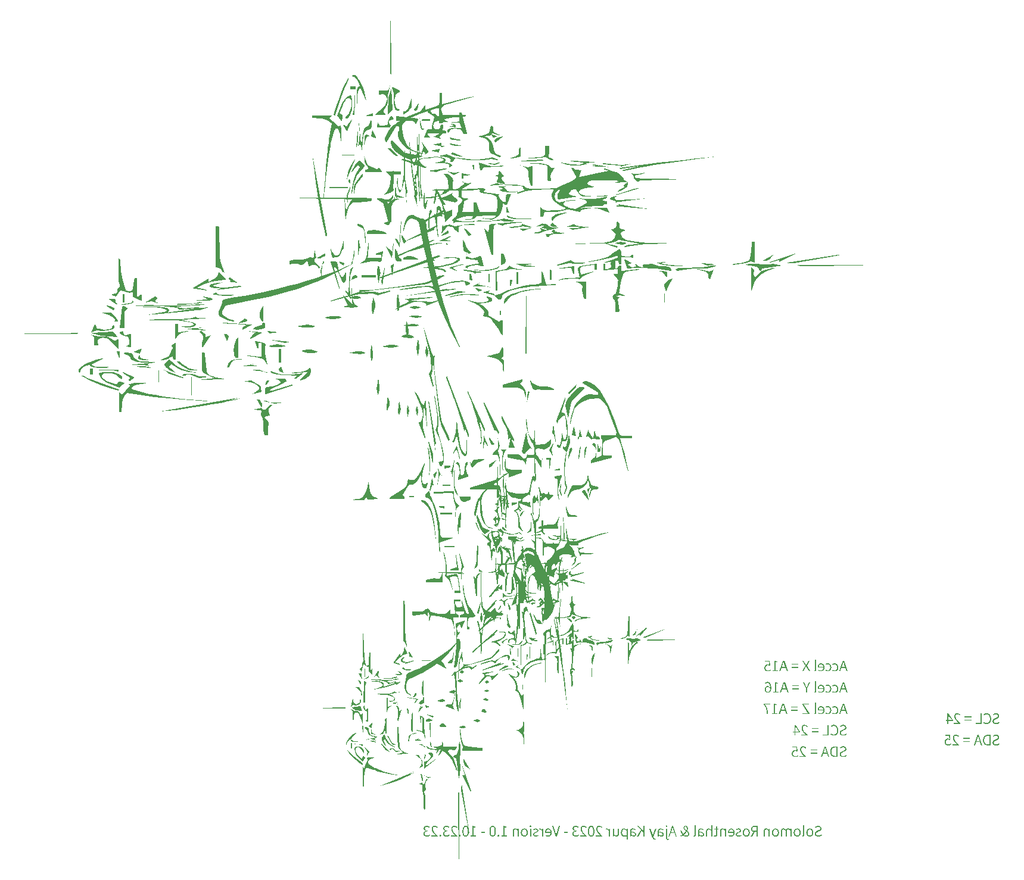
<source format=gbo>
G04 Layer: BottomSilkscreenLayer*
G04 EasyEDA v6.5.48, 2025-03-27 00:42:13*
G04 263b490ed21644e2b7ecd1de9e176e96,d43077cf4c39487bac85c1b17e246763,10*
G04 Gerber Generator version 0.2*
G04 Scale: 100 percent, Rotated: No, Reflected: No *
G04 Dimensions in millimeters *
G04 leading zeros omitted , absolute positions ,4 integer and 5 decimal *
%FSLAX45Y45*%
%MOMM*%

%ADD10C,0.0001*%

%LPD*%
G36*
X2914091Y9394698D02*
G01*
X2911144Y9313164D01*
X2916174Y9252966D01*
X2906522Y9233052D01*
X2884932Y9215983D01*
X2851150Y9199016D01*
X2693670Y9146895D01*
X2615133Y9117076D01*
X2553563Y9091574D01*
X2477160Y9056928D01*
X2396490Y9015272D01*
X2324811Y8974175D01*
X2278532Y8944813D01*
X2247290Y8921292D01*
X2212035Y8886240D01*
X2187498Y8853170D01*
X2164283Y8811971D01*
X2133295Y8748776D01*
X2133346Y8724900D01*
X2145131Y8703462D01*
X2161133Y8684869D01*
X2292451Y8914892D01*
X2331212Y8914942D01*
X2333853Y8901633D01*
X2333802Y8858656D01*
X2324811Y8831072D01*
X2322728Y8781542D01*
X2329688Y8750401D01*
X2343912Y8717686D01*
X2368651Y8680551D01*
X2413457Y8634120D01*
X2457145Y8599119D01*
X2500477Y8577783D01*
X2558745Y8556040D01*
X2637332Y8528761D01*
X2670352Y8524392D01*
X2746146Y8519769D01*
X2747873Y8521496D01*
X2689453Y8530945D01*
X2622753Y8545626D01*
X2568448Y8562848D01*
X2517495Y8587536D01*
X2489809Y8608618D01*
X2467610Y8632901D01*
X2440432Y8673947D01*
X2421331Y8710066D01*
X2405380Y8750401D01*
X2393188Y8792718D01*
X2384958Y8833205D01*
X2377998Y8886240D01*
X2380183Y8916568D01*
X2392476Y8945778D01*
X2410460Y8972296D01*
X2436266Y8999880D01*
X2462276Y9019438D01*
X2499360Y9038082D01*
X2540863Y9054592D01*
X2619197Y9082887D01*
X2685186Y9108541D01*
X2858973Y9174022D01*
X2902813Y9171178D01*
X2902813Y8955278D01*
X2947873Y8955278D01*
X2971800Y8975750D01*
X3192576Y8964269D01*
X3193948Y8963761D01*
X3227628Y8893556D01*
X3227628Y8892082D01*
X3088538Y8889746D01*
X3055721Y8883446D01*
X3034030Y8876233D01*
X3019552Y8863533D01*
X3019602Y8850172D01*
X3026206Y8837422D01*
X3034995Y8828074D01*
X3054350Y8850172D01*
X3075584Y8870645D01*
X3086455Y8876233D01*
X3130397Y8885986D01*
X3190595Y8878722D01*
X3207461Y8874150D01*
X3227070Y8853982D01*
X3245205Y8827211D01*
X3259937Y8810904D01*
X3299815Y8810904D01*
X3299815Y8814663D01*
X3229508Y9108897D01*
X3227374Y9112351D01*
X3195828Y9112351D01*
X3194710Y8994698D01*
X3180842Y8985351D01*
X3150108Y8979662D01*
X3039719Y8980017D01*
X3005785Y8989263D01*
X2995168Y8996832D01*
X2983890Y9019997D01*
X2955848Y9098584D01*
X2931972Y9161119D01*
X2934716Y9174886D01*
X2945892Y9191040D01*
X2974949Y9210294D01*
X3012135Y9226448D01*
X3060344Y9242044D01*
X3167126Y9269730D01*
X3260547Y9295180D01*
X3415436Y9339783D01*
X3417265Y9341662D01*
X3409696Y9341662D01*
X3345840Y9330842D01*
X3273247Y9315958D01*
X3179826Y9292336D01*
X3016402Y9245803D01*
X2945282Y9227312D01*
X2945282Y9394698D01*
G37*
G36*
X3417976Y9343745D02*
G01*
X3420821Y9340951D01*
X3423615Y9343745D01*
G37*
G36*
X3056737Y8955074D02*
G01*
X3093974Y8942933D01*
X3104845Y8935821D01*
X3098038Y8928252D01*
X3075838Y8921089D01*
X3029102Y8912352D01*
X3020720Y8909253D01*
X3103422Y8906357D01*
X3145891Y8903766D01*
X3145891Y8934856D01*
X3131769Y8944406D01*
X3101289Y8951163D01*
X3073704Y8954719D01*
G37*
G36*
X2947212Y8940393D02*
G01*
X2931464Y8932367D01*
X2923794Y8923832D01*
X2920085Y8897620D01*
X2913329Y8887358D01*
X2892958Y8877046D01*
X2865628Y8869832D01*
X2821076Y8862568D01*
X2829560Y8860129D01*
X2951632Y8844026D01*
X2951429Y8841689D01*
X2845206Y8774785D01*
X2814675Y8776970D01*
X2920847Y8740749D01*
X2937256Y8743391D01*
X2918714Y8753805D01*
X2913430Y8760764D01*
X2913430Y8772753D01*
X2927197Y8787638D01*
X2962960Y8816187D01*
X2967278Y8823248D01*
X2954985Y8841689D01*
X2954121Y8846972D01*
X2964688Y8919768D01*
X2962351Y8929116D01*
X2953461Y8940393D01*
G37*
G36*
X3648252Y8925560D02*
G01*
X3639362Y8913063D01*
X3632962Y8897772D01*
X3628694Y8852763D01*
X3619906Y8832240D01*
X3600856Y8814663D01*
X3561689Y8796121D01*
X3508908Y8781745D01*
X3454806Y8771636D01*
X3454806Y8769502D01*
X3514140Y8759850D01*
X3551377Y8749131D01*
X3577894Y8736838D01*
X3592982Y8725306D01*
X3603650Y8707120D01*
X3614674Y8673947D01*
X3615486Y8578443D01*
X3620820Y8559342D01*
X3628847Y8543645D01*
X3646881Y8531250D01*
X3673500Y8517839D01*
X3744569Y8488578D01*
X3763111Y8480145D01*
X3789121Y8482431D01*
X3790289Y8483346D01*
X3787495Y8490610D01*
X3751783Y8507171D01*
X3725468Y8523071D01*
X3702659Y8544458D01*
X3689959Y8562848D01*
X3682187Y8585098D01*
X3673449Y8636101D01*
X3665067Y8660536D01*
X3647592Y8693251D01*
X3608679Y8748166D01*
X3592880Y8757005D01*
X3546094Y8773464D01*
X3547160Y8774480D01*
X3655110Y8793835D01*
X3657396Y8791549D01*
X3670554Y8758885D01*
X3685133Y8760206D01*
X3720896Y8768537D01*
X3726535Y8773210D01*
X3726535Y8776766D01*
X3718814Y8780881D01*
X3666591Y8796223D01*
X3640531Y8809634D01*
X3669537Y8813038D01*
X3751579Y8787536D01*
X3778554Y8787587D01*
X3795217Y8790330D01*
X3751072Y8800236D01*
X3716985Y8811514D01*
X3696970Y8821521D01*
X3681272Y8835288D01*
X3673551Y8852306D01*
X3673449Y8896604D01*
X3664610Y8914841D01*
X3651910Y8925560D01*
G37*
G36*
X3820363Y8774785D02*
G01*
X3770274Y8766251D01*
X3740302Y8757361D01*
X3714851Y8745626D01*
X3696665Y8732215D01*
X3688334Y8718550D01*
X3688283Y8702141D01*
X3705250Y8685174D01*
X3711041Y8687409D01*
X3818890Y8768892D01*
X3825087Y8774785D01*
G37*
G36*
X3058007Y8753602D02*
G01*
X3062427Y8740851D01*
X3073704Y8733028D01*
X3092246Y8725814D01*
X3121863Y8719566D01*
X3179826Y8715502D01*
X3242919Y8719362D01*
X3244646Y8721039D01*
X3167126Y8734704D01*
X3065221Y8753043D01*
G37*
G36*
X2236520Y8719616D02*
G01*
X2222855Y8708136D01*
X2217064Y8694267D01*
X2217064Y8673693D01*
X2223820Y8650630D01*
X2238298Y8624417D01*
X2264308Y8589365D01*
X2305202Y8548674D01*
X2338730Y8521395D01*
X2391410Y8486190D01*
X2443835Y8460587D01*
X2491384Y8444839D01*
X2668117Y8488934D01*
X2663952Y8490153D01*
X2432558Y8535162D01*
X2419807Y8539124D01*
X2239416Y8719616D01*
G37*
G36*
X2934665Y8681415D02*
G01*
X2927197Y8681161D01*
X2814675Y8654288D01*
X2825292Y8651748D01*
X2916580Y8641080D01*
X2932531Y8638590D01*
X2932531Y8624062D01*
X2938424Y8624062D01*
X2979978Y8632647D01*
X2981502Y8634120D01*
X2934665Y8639505D01*
G37*
G36*
X3058820Y8670645D02*
G01*
X3074365Y8656218D01*
X3103270Y8647277D01*
X3141980Y8641080D01*
X3230829Y8636914D01*
X3247440Y8636812D01*
X3245154Y8639098D01*
X3071571Y8670391D01*
G37*
G36*
X4415434Y8634679D02*
G01*
X4415434Y8521090D01*
X4408373Y8508390D01*
X4398416Y8499043D01*
X4374540Y8488121D01*
X4341114Y8479891D01*
X4296511Y8473541D01*
X4234942Y8469325D01*
X4156405Y8466124D01*
X4201007Y8460994D01*
X4266793Y8457996D01*
X4338980Y8464956D01*
X4417364Y8475065D01*
X4497425Y8434984D01*
X4528769Y8437829D01*
X4523384Y8451037D01*
X4513072Y8456320D01*
X4479086Y8469833D01*
X4461052Y8487664D01*
X4461052Y8504428D01*
X4472482Y8540242D01*
X4472279Y8610295D01*
X4469231Y8634679D01*
G37*
G36*
X4059275Y8618016D02*
G01*
X4045051Y8604250D01*
X4038600Y8584742D01*
X4039615Y8531707D01*
X4031742Y8516874D01*
X4016298Y8500618D01*
X3990136Y8485936D01*
X3954729Y8472982D01*
X3903776Y8458555D01*
X3935628Y8460841D01*
X3995064Y8467191D01*
X4031183Y8475065D01*
X4054856Y8484006D01*
X4064558Y8494318D01*
X4068470Y8514740D01*
X4068521Y8565896D01*
X4061764Y8611514D01*
G37*
G36*
X2175713Y8604961D02*
G01*
X2271217Y8512505D01*
X2292451Y8493302D01*
X2321052Y8495639D01*
X2215997Y8604554D01*
G37*
G36*
X2913329Y8596477D02*
G01*
X2787091Y8573058D01*
X2782874Y8571484D01*
X2789224Y8569096D01*
X2899308Y8541207D01*
X2902407Y8544458D01*
X2915564Y8593632D01*
X2915564Y8596477D01*
G37*
G36*
X3103422Y8547303D02*
G01*
X3094939Y8545118D01*
X3080359Y8538108D01*
X3076041Y8530996D01*
X3080867Y8520430D01*
X3107690Y8507272D01*
X3156559Y8494928D01*
X3213811Y8488375D01*
X3242310Y8486952D01*
X3240176Y8489086D01*
G37*
G36*
X3016910Y8517280D02*
G01*
X2982417Y8511743D01*
X2892450Y8497874D01*
X2893568Y8496706D01*
X3005785Y8475218D01*
X3047746Y8464651D01*
X3068574Y8454085D01*
X3073247Y8443772D01*
X3064154Y8418779D01*
X3064154Y8411768D01*
X3097682Y8411768D01*
X3140557Y8469325D01*
X3140557Y8470493D01*
X3135274Y8470646D01*
G37*
G36*
X6862165Y8486089D02*
G01*
X6862165Y8483955D01*
X6864248Y8483955D01*
X6864248Y8486089D01*
G37*
G36*
X2869895Y8483904D02*
G01*
X2787091Y8479637D01*
X2710992Y8471052D01*
X2655468Y8460689D01*
X2621534Y8450021D01*
X2596032Y8435797D01*
X2583738Y8418423D01*
X2581656Y8396579D01*
X2570581Y8399322D01*
X2397455Y8450224D01*
X2365400Y8445754D01*
X2362504Y8445601D01*
X2694736Y8324799D01*
X2740406Y8329371D01*
X2741676Y8330641D01*
X2710688Y8342375D01*
X2687066Y8354110D01*
X2640634Y8400491D01*
X2624683Y8427618D01*
X2624683Y8435340D01*
X2634792Y8445449D01*
X2657602Y8452205D01*
X2685186Y8456625D01*
X2759506Y8460333D01*
X2855772Y8475472D01*
X2881426Y8475472D01*
X2924860Y8467039D01*
X2951327Y8458250D01*
X2968599Y8445703D01*
X2968599Y8435340D01*
X2954731Y8424773D01*
X2916580Y8412073D01*
X2865628Y8401253D01*
X2835910Y8395258D01*
X2916682Y8394801D01*
X2984550Y8390432D01*
X3022752Y8383981D01*
X3045053Y8373770D01*
X3049371Y8362492D01*
X3045053Y8347049D01*
X3045053Y8330844D01*
X3054604Y8333689D01*
X3079292Y8346694D01*
X3087522Y8357158D01*
X3087522Y8368944D01*
X3074822Y8379612D01*
X3050387Y8388756D01*
X3016402Y8396732D01*
X2994660Y8399526D01*
X2989529Y8402675D01*
X2994101Y8427415D01*
X2994101Y8444026D01*
X2986989Y8459063D01*
X2968193Y8470950D01*
X2929382Y8480094D01*
G37*
G36*
X6837730Y8483447D02*
G01*
X6845096Y8481517D01*
X6854698Y8483396D01*
G37*
G36*
X6825742Y8481822D02*
G01*
X6687007Y8468969D01*
X6557518Y8456269D01*
X6374942Y8437118D01*
X6205067Y8418068D01*
X6026759Y8396782D01*
X5839917Y8373414D01*
X5710428Y8356549D01*
X5470550Y8324291D01*
X5467654Y8321548D01*
X5478373Y8309152D01*
X5738012Y8350148D01*
X5752896Y8346389D01*
X5749137Y8345982D01*
X5506618Y8290661D01*
X5498134Y8287054D01*
X5529986Y8284108D01*
X5619140Y8303209D01*
X5729528Y8324646D01*
X5835700Y8343696D01*
X5963056Y8364778D01*
X6090462Y8384438D01*
X6281521Y8411616D01*
X6508648Y8441283D01*
X6837730Y8481415D01*
G37*
G36*
X3661968Y8477097D02*
G01*
X3640531Y8469731D01*
X3585362Y8456523D01*
X3525875Y8448040D01*
X3458057Y8443620D01*
X3395827Y8443620D01*
X3319983Y8447989D01*
X3233115Y8456472D01*
X3154375Y8466988D01*
X3144824Y8469172D01*
X3144824Y8467039D01*
X3160725Y8460232D01*
X3207461Y8448294D01*
X3271113Y8439404D01*
X3322116Y8435035D01*
X3438855Y8432444D01*
X3528009Y8437372D01*
X3588765Y8443722D01*
X3651504Y8454339D01*
X3735527Y8435136D01*
X3743502Y8435136D01*
X3743502Y8438743D01*
G37*
G36*
X4370832Y8439251D02*
G01*
X4072382Y8423046D01*
X4067251Y8417610D01*
X4190390Y8420252D01*
X4397400Y8423046D01*
X4397400Y8425129D01*
X4381449Y8439200D01*
G37*
G36*
X4775250Y8424519D02*
G01*
X4775250Y8420252D01*
X4780026Y8420252D01*
X4956657Y8396681D01*
X4958029Y8395309D01*
X4939792Y8384692D01*
X4904232Y8366861D01*
X4825136Y8371636D01*
X4780584Y8375802D01*
X4740249Y8382457D01*
X4643780Y8403285D01*
X4634077Y8403183D01*
X4657445Y8388603D01*
X4701997Y8373821D01*
X4744466Y8365236D01*
X4799685Y8357819D01*
X4903724Y8357819D01*
X4948275Y8363305D01*
X4995214Y8375396D01*
X5006644Y8380628D01*
X5006644Y8386165D01*
X4998466Y8390534D01*
X4965496Y8396122D01*
X5103266Y8403590D01*
X5115052Y8408111D01*
X5113020Y8410194D01*
X4812436Y8423960D01*
G37*
G36*
X3746195Y8401151D02*
G01*
X3694074Y8379612D01*
X3613150Y8388705D01*
X3592372Y8385860D01*
X3595979Y8382711D01*
X3698951Y8366709D01*
X3744569Y8383828D01*
X3780637Y8398002D01*
X3759403Y8400491D01*
G37*
G36*
X3470706Y8398357D02*
G01*
X3469081Y8394242D01*
X3491788Y8292896D01*
X3514394Y8292896D01*
X3535730Y8336788D01*
X3731818Y8339836D01*
X3794251Y8343341D01*
X3828440Y8359394D01*
X3826764Y8361070D01*
X3710584Y8347811D01*
X3668115Y8347405D01*
X3604463Y8360765D01*
X3528009Y8383727D01*
X3500424Y8393176D01*
G37*
G36*
X4326280Y8392261D02*
G01*
X4213758Y8390026D01*
X4186123Y8387181D01*
X4203141Y8382457D01*
X4292295Y8379815D01*
X4362348Y8375548D01*
X4406950Y8369452D01*
X4422292Y8365032D01*
X4436414Y8355482D01*
X4443780Y8342782D01*
X4448810Y8306714D01*
X4445812Y8163712D01*
X4452670Y8140039D01*
X4495292Y8140039D01*
X4493056Y8158073D01*
X4490516Y8202675D01*
X4495292Y8232343D01*
X4504994Y8256371D01*
X4548682Y8322716D01*
X4547057Y8324342D01*
X4506823Y8320278D01*
X4498543Y8332165D01*
X4474870Y8354822D01*
X4432401Y8375396D01*
X4387799Y8386165D01*
X4345381Y8390585D01*
G37*
G36*
X5239156Y8388248D02*
G01*
X5224475Y8380425D01*
X5245506Y8377732D01*
X5470550Y8356701D01*
X5488330Y8354212D01*
X5489651Y8338413D01*
X5643219Y8383066D01*
X5642305Y8383981D01*
X5578856Y8375853D01*
X5500268Y8370874D01*
X5389880Y8373364D01*
X5307076Y8380222D01*
G37*
G36*
X5103266Y8375700D02*
G01*
X5068112Y8368741D01*
X5070246Y8366607D01*
X5181600Y8360968D01*
X5183073Y8362442D01*
X5118100Y8375345D01*
G37*
G36*
X3378352Y8369300D02*
G01*
X3378352Y8364829D01*
X3391306Y8313064D01*
X3395472Y8297164D01*
X3408070Y8297164D01*
X3408070Y8369300D01*
G37*
G36*
X5185003Y8362950D02*
G01*
X5185003Y8360816D01*
X5187137Y8360816D01*
X5187137Y8362950D01*
G37*
G36*
X4058767Y8362746D02*
G01*
X4092194Y8350300D01*
X4127042Y8333486D01*
X4152696Y8314181D01*
X4164126Y8299196D01*
X4174896Y8275675D01*
X4178858Y8211159D01*
X4186936Y8162340D01*
X4208576Y8069783D01*
X4232859Y8071053D01*
X4233926Y8345982D01*
X4228592Y8345931D01*
X4168597Y8335721D01*
X4065117Y8362340D01*
G37*
G36*
X5200954Y8361172D02*
G01*
X5190286Y8359038D01*
X5173319Y8354923D01*
X4995367Y8352383D01*
X4993233Y8350199D01*
X4996230Y8347202D01*
X5260340Y8337702D01*
X5302808Y8337905D01*
X5204002Y8358073D01*
G37*
G36*
X5303164Y8337499D02*
G01*
X5306009Y8334654D01*
X5308854Y8337499D01*
G37*
G36*
X4786477Y8326881D02*
G01*
X4827574Y8247227D01*
X4853787Y8204809D01*
X4853838Y8189518D01*
X4841138Y8171992D01*
X4817008Y8153044D01*
X4772101Y8129727D01*
X4657445Y8078012D01*
X4620920Y8064347D01*
X4587392Y8045348D01*
X4570374Y8038338D01*
X4553407Y8033816D01*
X4417568Y8029448D01*
X4198874Y8032089D01*
X4162806Y8036204D01*
X4129379Y8045094D01*
X4121048Y8059216D01*
X4107586Y8067344D01*
X4086351Y8074152D01*
X4048150Y8080400D01*
X3992930Y8084870D01*
X3837990Y8089087D01*
X3787038Y8093506D01*
X3762959Y8097723D01*
X3742080Y8103920D01*
X3734358Y8112455D01*
X3747262Y8112455D01*
X3835298Y8099704D01*
X3840937Y8099704D01*
X3836619Y8112099D01*
X3798112Y8153857D01*
X3790086Y8171738D01*
X3796080Y8186115D01*
X3811727Y8195767D01*
X3831590Y8203285D01*
X3830167Y8206892D01*
X3768496Y8282279D01*
X3762908Y8282279D01*
X3749852Y8271306D01*
X3749852Y8259013D01*
X3754882Y8240268D01*
X3748024Y8229803D01*
X3728262Y8220506D01*
X3698290Y8213750D01*
X3725011Y8203692D01*
X3739337Y8194802D01*
X3745890Y8182152D01*
X3741216Y8168741D01*
X3724097Y8140395D01*
X3723741Y8127085D01*
X3733241Y8114233D01*
X3731717Y8112709D01*
X3632301Y8076234D01*
X3630574Y8074558D01*
X3644137Y8067548D01*
X3689350Y8076387D01*
X3721201Y8080756D01*
X3794810Y8084769D01*
X3887622Y8080654D01*
X4003548Y8072170D01*
X4054144Y8067751D01*
X4086351Y8061147D01*
X4099102Y8053781D01*
X4099458Y8041335D01*
X4102404Y8032343D01*
X4127855Y8011922D01*
X4124553Y8009128D01*
X4008018Y7965033D01*
X4032402Y7959090D01*
X4056634Y7969910D01*
X4089044Y7980476D01*
X4133087Y7991246D01*
X4196740Y8001863D01*
X4254093Y8008264D01*
X4313529Y8012734D01*
X4411167Y8016849D01*
X4530953Y8016900D01*
X4533747Y8001965D01*
X4518152Y7982000D01*
X4504842Y7954924D01*
X4503013Y7919923D01*
X4509770Y7896961D01*
X4525822Y7869834D01*
X4560265Y7835392D01*
X4595114Y7810347D01*
X4640478Y7783017D01*
X4700981Y7753045D01*
X4700981Y7745475D01*
X4689805Y7736687D01*
X4674412Y7732674D01*
X4608626Y7726070D01*
X4530039Y7719923D01*
X4438345Y7714792D01*
X4419295Y7719568D01*
X4382312Y7735062D01*
X4360214Y7754975D01*
X4349699Y7762138D01*
X4344314Y7762138D01*
X4344314Y7632649D01*
X4384090Y7632649D01*
X4402074Y7697571D01*
X4517339Y7695844D01*
X4570374Y7700670D01*
X4614976Y7707274D01*
X4725365Y7728356D01*
X4748733Y7730642D01*
X4899964Y7700568D01*
X4914341Y7703007D01*
X4924958Y7705191D01*
X4912258Y7715300D01*
X4916424Y7719314D01*
X4988661Y7738821D01*
X5041696Y7749133D01*
X5086299Y7754213D01*
X5149951Y7751876D01*
X5191709Y7741056D01*
X5270957Y7705293D01*
X5325618Y7685531D01*
X5327446Y7687360D01*
X5294376Y7753654D01*
X5281574Y7755636D01*
X5192420Y7761020D01*
X5022596Y7761071D01*
X4969510Y7755432D01*
X4922824Y7747152D01*
X4886198Y7736738D01*
X4865928Y7728102D01*
X4864049Y7729981D01*
X4886706Y7743088D01*
X4931308Y7757566D01*
X4997094Y7770317D01*
X5050180Y7776870D01*
X5105400Y7781798D01*
X5220614Y7782306D01*
X5246116Y7804505D01*
X5293258Y7807350D01*
X5293258Y7853425D01*
X5278983Y7853425D01*
X5242560Y7859775D01*
X5231688Y7864754D01*
X5231688Y7872069D01*
X5242255Y7878978D01*
X5281574Y7896250D01*
X5295392Y7906715D01*
X5295392Y7914995D01*
X5289245Y7914995D01*
X5228539Y7900060D01*
X5169052Y7889849D01*
X5118100Y7884210D01*
X4975860Y7884414D01*
X4890973Y7893862D01*
X4920691Y7885125D01*
X4961026Y7872018D01*
X4994046Y7855051D01*
X5002428Y7844383D01*
X5002428Y7833817D01*
X4986477Y7818069D01*
X4929174Y7784084D01*
X4844237Y7736890D01*
X4790948Y7749133D01*
X4752949Y7759852D01*
X4723231Y7770164D01*
X4702759Y7779105D01*
X4679899Y7794294D01*
X4671263Y7808315D01*
X4671263Y7822133D01*
X4680102Y7836509D01*
X4697882Y7846923D01*
X4726787Y7853629D01*
X4791202Y7857591D01*
X4874006Y7855712D01*
X4816652Y7863738D01*
X4782718Y7863992D01*
X4727498Y7855610D01*
X4612487Y7835696D01*
X4584395Y7848853D01*
X4565345Y7867954D01*
X4552492Y7893354D01*
X4548022Y7921396D01*
X4552492Y7949387D01*
X4565446Y7974990D01*
X4584598Y7995513D01*
X4605274Y8008772D01*
X4626660Y8016900D01*
X4626660Y8015122D01*
X4604613Y7979765D01*
X4590796Y7948218D01*
X4585614Y7919059D01*
X4590440Y7893100D01*
X4600143Y7873593D01*
X4606493Y7874000D01*
X4876850Y7913878D01*
X4875987Y7914792D01*
X4814519Y7923733D01*
X4780940Y7932267D01*
X4763566Y7940954D01*
X4754016Y7949692D01*
X4754016Y7962849D01*
X4775098Y7993888D01*
X4777689Y8002117D01*
X4793284Y8010042D01*
X4845202Y8025384D01*
X4847386Y8025384D01*
X4887315Y7964881D01*
X4911648Y7938160D01*
X4931308Y7928406D01*
X4956759Y7921548D01*
X5005628Y7913928D01*
X5209438Y7914081D01*
X5262168Y7921498D01*
X5290058Y7928406D01*
X5311292Y7938008D01*
X5302656Y7938363D01*
X5188204Y7925765D01*
X5101132Y7920888D01*
X5039563Y7923682D01*
X4999228Y7928051D01*
X4958943Y7936687D01*
X4923637Y7949488D01*
X4898847Y7965998D01*
X4891887Y7980680D01*
X4894783Y7992008D01*
X4911344Y8008112D01*
X4952542Y8029041D01*
X4982260Y8040014D01*
X5126634Y8055356D01*
X5130393Y8056372D01*
X5084165Y8066074D01*
X5045964Y8078419D01*
X5023459Y8091424D01*
X5015179Y8104987D01*
X5015179Y8111845D01*
X5024069Y8123224D01*
X5049570Y8136077D01*
X5080558Y8144002D01*
X5145024Y8148523D01*
X5315559Y8148523D01*
X5406847Y8144306D01*
X5457799Y8139785D01*
X5464149Y8137550D01*
X5406085Y8115604D01*
X5404002Y8113471D01*
X5555437Y8120532D01*
X5588355Y8122361D01*
X5588355Y8119719D01*
X5539079Y8090153D01*
X5526786Y8076184D01*
X5526786Y8067446D01*
X5533898Y8055457D01*
X5527395Y8045551D01*
X5462422Y8009483D01*
X5442915Y7991856D01*
X5445353Y7989366D01*
X5494832Y8005978D01*
X5535726Y8025333D01*
X5562041Y8044129D01*
X5578246Y8062061D01*
X5589219Y8085886D01*
X5591556Y8122818D01*
X5542330Y8146338D01*
X5531561Y8154771D01*
X5526582Y8174532D01*
X5515610Y8196173D01*
X5489651Y8223250D01*
X5455666Y8245754D01*
X5425084Y8260994D01*
X5383479Y8277453D01*
X5336794Y8292744D01*
X5290058Y8305698D01*
X5268366Y8314690D01*
X5234889Y8308695D01*
X5325211Y8283346D01*
X5317693Y8280450D01*
X5139334Y8247989D01*
X5031079Y8226856D01*
X4952542Y8208162D01*
X4891684Y8196986D01*
X4890465Y8198408D01*
X4932324Y8289391D01*
X4931308Y8290306D01*
X4863388Y8294878D01*
X4841392Y8301431D01*
X4815941Y8320582D01*
X4799685Y8326577D01*
G37*
G36*
X2991967Y8311997D02*
G01*
X2744876Y8282178D01*
X2742895Y8280146D01*
X2747772Y8280146D01*
X2872892Y8265058D01*
X2901746Y8284514D01*
X2933598Y8294573D01*
X3012135Y8310321D01*
X3013913Y8311997D01*
G37*
G36*
X2252573Y8292744D02*
G01*
X2249017Y8290559D01*
X2234285Y8264194D01*
X2221484Y8225078D01*
X2215083Y8179308D01*
X2210511Y8103057D01*
X2202637Y8062417D01*
X2189226Y8027720D01*
X2167788Y7994802D01*
X2141728Y7967522D01*
X2117090Y7946847D01*
X2124710Y7946898D01*
X2179980Y7959140D01*
X2213000Y7970215D01*
X2238146Y7982915D01*
X2252980Y7997748D01*
X2258212Y8015122D01*
X2250389Y8054695D01*
X2253081Y8075269D01*
X2259228Y8109254D01*
X2263698Y8166557D01*
X2264105Y8264245D01*
X2257907Y8281212D01*
G37*
G36*
X3033369Y8277606D02*
G01*
X3027324Y8276945D01*
X3026054Y8272729D01*
X3115411Y8222945D01*
X3204718Y8267649D01*
X3203194Y8268970D01*
X3107080Y8256473D01*
G37*
G36*
X5592064Y8254847D02*
G01*
X5589778Y8252561D01*
X5598312Y8252561D01*
X5631891Y8244027D01*
X5653582Y8235340D01*
X5667654Y8220811D01*
X5670143Y8187791D01*
X5676442Y8179053D01*
X5714034Y8131556D01*
X5743346Y8131556D01*
X5750763Y8139074D01*
X5757367Y8149132D01*
X6447129Y8161121D01*
X6457696Y8162493D01*
X6383426Y8165439D01*
X5969457Y8170011D01*
X5786882Y8173923D01*
X5735929Y8178292D01*
X5706211Y8182508D01*
X5690209Y8200136D01*
X5687568Y8210499D01*
X5695696Y8218576D01*
X5718911Y8226653D01*
X5797499Y8240268D01*
X5836767Y8252764D01*
X5836767Y8254695D01*
X5829300Y8254644D01*
X5744413Y8243925D01*
X5678576Y8243722D01*
G37*
G36*
X3227628Y8246211D02*
G01*
X3227628Y8174024D01*
X3253079Y8174024D01*
X3253079Y8216392D01*
X3262629Y8218322D01*
X3370935Y8223046D01*
X3377285Y8223148D01*
X3371138Y8225586D01*
X3228695Y8245652D01*
G37*
G36*
X2968599Y8241944D02*
G01*
X2968752Y8238744D01*
X2997250Y8202168D01*
X3024479Y8168690D01*
X3034995Y8145780D01*
X3038602Y8035594D01*
X3034538Y8028025D01*
X3017824Y8021320D01*
X2982518Y8016900D01*
X2864967Y8016900D01*
X2812999Y8010144D01*
X2804109Y8006588D01*
X2925114Y8006283D01*
X2972968Y8003540D01*
X2970377Y7994599D01*
X2959811Y7972348D01*
X2941574Y7954264D01*
X2918206Y7940294D01*
X2877972Y7925917D01*
X2825953Y7914944D01*
X2761640Y7906664D01*
X2674569Y7900416D01*
X2610916Y7897164D01*
X2634234Y7894269D01*
X2725521Y7891170D01*
X2789224Y7895945D01*
X2829560Y7902702D01*
X2889605Y7921294D01*
X2939948Y7940700D01*
X2995168Y7964474D01*
X3032810Y7989773D01*
X3054604Y7999730D01*
X3093974Y8004505D01*
X3164992Y8005216D01*
X3186226Y7994599D01*
X3187496Y7969503D01*
X3180791Y7922412D01*
X3175914Y7912811D01*
X3179826Y7909407D01*
X3209188Y7897266D01*
X3226155Y7884210D01*
X3234994Y7872323D01*
X3234537Y7856474D01*
X3227527Y7842859D01*
X3182874Y7795615D01*
X3173882Y7778089D01*
X3175609Y7750454D01*
X3174949Y7628381D01*
X3222955Y7628381D01*
X3227628Y7648549D01*
X3248660Y7780172D01*
X3259480Y7832902D01*
X3263747Y7848803D01*
X3277565Y7860893D01*
X3325825Y7886344D01*
X3294481Y7889341D01*
X3258413Y7893761D01*
X3242614Y7898180D01*
X3229762Y7909001D01*
X3229762Y8006283D01*
X3353917Y8006486D01*
X3434587Y8010144D01*
X3465829Y8017357D01*
X3478936Y8014716D01*
X3495090Y8010398D01*
X3495090Y8006994D01*
X3484422Y8002117D01*
X3479546Y7991398D01*
X3489451Y7980883D01*
X3511042Y7972856D01*
X3549243Y7963966D01*
X3629914Y7950962D01*
X3668115Y7942072D01*
X3702100Y7929727D01*
X3718661Y7918196D01*
X3726230Y7907578D01*
X3733698Y7841742D01*
X3733596Y7763205D01*
X3726332Y7720736D01*
X3708958Y7641285D01*
X3701034Y7628331D01*
X3680866Y7615529D01*
X3653282Y7606690D01*
X3585362Y7604556D01*
X3526383Y7609433D01*
X3524910Y7607960D01*
X3654348Y7585913D01*
X3695903Y7606792D01*
X3735070Y7632953D01*
X3767937Y7666024D01*
X3782161Y7689850D01*
X3792270Y7714894D01*
X3798570Y7739837D01*
X3807206Y7790789D01*
X3814013Y7819491D01*
X3815842Y7819491D01*
X3841597Y7798053D01*
X3867150Y7799324D01*
X3932428Y7952181D01*
X3932428Y7953857D01*
X3876192Y7951317D01*
X3857498Y7945729D01*
X3852976Y7938566D01*
X3859834Y7924241D01*
X3853586Y7901228D01*
X3855872Y7838592D01*
X3819296Y7838592D01*
X3800601Y7850276D01*
X3767226Y7894828D01*
X3747770Y7926476D01*
X3747770Y7931353D01*
X3760368Y7948777D01*
X3746703Y7951063D01*
X3619296Y7968132D01*
X3560622Y7978749D01*
X3540760Y7988249D01*
X3539490Y7997240D01*
X3553358Y8008924D01*
X3567379Y8015630D01*
X3566109Y8020100D01*
X3534410Y8035645D01*
X3228695Y8019542D01*
X3227476Y8020608D01*
X3343300Y8096199D01*
X3364534Y8110677D01*
X3313582Y8107984D01*
X3274517Y8112150D01*
X3255568Y8120532D01*
X3254146Y8130489D01*
X3243529Y8129473D01*
X3228695Y8126882D01*
X3249523Y8118602D01*
X3261360Y8110220D01*
X3264052Y8101634D01*
X3256584Y8090153D01*
X3249930Y8084718D01*
X3199638Y8054594D01*
X3185160Y8040116D01*
X3185160Y8034223D01*
X3171342Y8029752D01*
X3135274Y8023656D01*
X3106978Y8020710D01*
X3100374Y8033461D01*
X3095498Y8062722D01*
X3102559Y8109254D01*
X3107385Y8144205D01*
X3102559Y8170164D01*
X3093516Y8188807D01*
X3074568Y8209889D01*
X3054604Y8224520D01*
X3022752Y8241893D01*
G37*
G36*
X3859225Y8063636D02*
G01*
X3759403Y8059166D01*
X3744569Y8056778D01*
X3786479Y8044992D01*
X3807206Y8035290D01*
X3807206Y8028178D01*
X3791254Y8021269D01*
X3762603Y8014258D01*
X3762603Y8010855D01*
X3773322Y8002422D01*
X3810355Y7983524D01*
X3925011Y7978648D01*
X3982313Y7978749D01*
X4009186Y7983067D01*
X4036669Y7994091D01*
X4034739Y7995970D01*
X3980027Y7989316D01*
X3939895Y7989265D01*
X3858158Y7994345D01*
X3866642Y8003387D01*
X3866642Y8011718D01*
X3860342Y8020710D01*
X3830421Y8042859D01*
X3825951Y8051241D01*
X3828389Y8053628D01*
X3876192Y8063128D01*
G37*
G36*
X5723178Y8038134D02*
G01*
X5652160Y8023606D01*
X5594350Y8006181D01*
X5497271Y7970215D01*
X5440832Y7953705D01*
X5415330Y7948320D01*
X5427980Y7944815D01*
X5445048Y7943900D01*
X5756097Y8032546D01*
X5756097Y8035747D01*
X5742279Y8037474D01*
G37*
G36*
X3096971Y7971281D02*
G01*
X3086455Y7964474D01*
X3052013Y7942986D01*
X3018485Y7926171D01*
X2988767Y7915554D01*
X2942082Y7904581D01*
X2882646Y7895945D01*
X2865628Y7895590D01*
X2874162Y7891830D01*
X3135172Y7834122D01*
X3152089Y7841742D01*
X3166059Y7855712D01*
X3166059Y7869428D01*
X3155391Y7885125D01*
X3099968Y7928152D01*
X3087522Y7945374D01*
X3087522Y7957870D01*
G37*
G36*
X2285238Y7942630D02*
G01*
X2282494Y7928203D01*
X2287524Y7918856D01*
X2305202Y7911084D01*
X2350719Y7904327D01*
X2424074Y7902244D01*
X2419807Y7904327D01*
X2288184Y7942325D01*
G37*
G36*
X5424881Y7922818D02*
G01*
X5394096Y7917027D01*
X5362194Y7908442D01*
X5345684Y7899095D01*
X5337200Y7887665D01*
X5344312Y7876844D01*
X5364581Y7866532D01*
X5389321Y7859369D01*
X5425694Y7852206D01*
X5401513Y7833309D01*
X5405323Y7831988D01*
X5856732Y7889697D01*
X5858611Y7891576D01*
X5849315Y7894980D01*
X5674360Y7878978D01*
X5593689Y7872780D01*
X5476900Y7867802D01*
X5428030Y7869783D01*
X5407761Y7878724D01*
X5402072Y7892694D01*
X5402630Y7909712D01*
X5424678Y7920329D01*
G37*
G36*
X2425141Y7902244D02*
G01*
X2425141Y7900162D01*
X2427274Y7900162D01*
X2427274Y7902244D01*
G37*
G36*
X922070Y7900162D02*
G01*
X922070Y7891678D01*
X957122Y7891525D01*
X1780793Y7877149D01*
X1783791Y7881975D01*
X1782216Y7883550D01*
X1628190Y7889646D01*
X1626920Y7890916D01*
X1865731Y7896402D01*
X1891233Y7899603D01*
G37*
G36*
X4884928Y7895894D02*
G01*
X4887772Y7893050D01*
X4890617Y7895894D01*
G37*
G36*
X2362301Y7885277D02*
G01*
X2303068Y7885175D01*
X2271217Y7881010D01*
X2249627Y7874762D01*
X2207514Y7846517D01*
X2169261Y7808874D01*
X2165654Y7808874D01*
X2132685Y7838592D01*
X2113076Y7838592D01*
X2113076Y7835493D01*
X2183942Y7556246D01*
X2225192Y7556246D01*
X2227021Y7769606D01*
X2232456Y7793634D01*
X2252116Y7829905D01*
X2275484Y7859775D01*
X2296718Y7867802D01*
X2358288Y7881467D01*
G37*
G36*
X3394760Y7830108D02*
G01*
X3396945Y7754721D01*
X3393236Y7686802D01*
X3378809Y7615478D01*
X3371443Y7607350D01*
X3351834Y7599730D01*
X3235045Y7599832D01*
X3258413Y7594498D01*
X3306368Y7588046D01*
X3344062Y7588046D01*
X3376726Y7592618D01*
X3403396Y7600848D01*
X3423818Y7614615D01*
X3445205Y7643469D01*
X3507841Y7642199D01*
X3435654Y7828534D01*
X3435654Y7830108D01*
G37*
G36*
X5455920Y7804607D02*
G01*
X5469686Y7790383D01*
X5374995Y7784795D01*
X5379262Y7783474D01*
X5872530Y7740903D01*
X5886297Y7740903D01*
X5883656Y7743545D01*
G37*
G36*
X3869080Y7764272D02*
G01*
X3862374Y7761681D01*
X3862374Y7685735D01*
X3905300Y7685735D01*
X3902456Y7693152D01*
X3881780Y7752588D01*
X3877360Y7764272D01*
G37*
G36*
X3087522Y7728661D02*
G01*
X3077210Y7726070D01*
X2938068Y7671003D01*
X2936646Y7672374D01*
X2987954Y7718247D01*
X2982417Y7721752D01*
X2966161Y7721803D01*
X2636367Y7549286D01*
X2632710Y7545984D01*
X2659735Y7543190D01*
X2697937Y7554366D01*
X2726334Y7566304D01*
X2789224Y7604759D01*
X2821838Y7617815D01*
X2861411Y7628229D01*
X2920847Y7636713D01*
X2962249Y7639608D01*
X2962249Y7641793D01*
X2936595Y7665008D01*
X2938424Y7666837D01*
X3077972Y7643215D01*
X3087522Y7641081D01*
G37*
G36*
X4733848Y7692136D02*
G01*
X4693513Y7689799D01*
X4648962Y7683398D01*
X4602226Y7672425D01*
X4566158Y7659827D01*
X4532172Y7642301D01*
X4508144Y7618831D01*
X4502861Y7600797D01*
X4507636Y7584897D01*
X4519980Y7570114D01*
X4547362Y7612481D01*
X4569968Y7632801D01*
X4604359Y7649616D01*
X4697780Y7679791D01*
G37*
G36*
X3868216Y7653883D02*
G01*
X3870451Y7637119D01*
X3879494Y7624419D01*
X3901643Y7613599D01*
X3934815Y7605166D01*
X3982313Y7598714D01*
X4050284Y7594447D01*
X4209592Y7594447D01*
X4225747Y7605420D01*
X4224375Y7606233D01*
X4124553Y7603083D01*
X4020565Y7607147D01*
X3968597Y7613599D01*
X3937762Y7620000D01*
X3910177Y7628940D01*
X3881983Y7643520D01*
X3872280Y7653883D01*
G37*
G36*
X3107690Y7606284D02*
G01*
X3106521Y7536535D01*
X3108401Y7534656D01*
X3139541Y7555433D01*
X3249930Y7552385D01*
X3383635Y7550912D01*
X3414471Y7565390D01*
X3412998Y7566863D01*
X3356051Y7559700D01*
X3247796Y7559497D01*
X3203194Y7569149D01*
X3154375Y7585709D01*
G37*
G36*
X3231845Y7602931D02*
G01*
X3231845Y7600797D01*
X3233978Y7600797D01*
X3233978Y7602931D01*
G37*
G36*
X3831590Y7602016D02*
G01*
X3755847Y7588148D01*
X3685133Y7577683D01*
X3632047Y7572552D01*
X3532276Y7572502D01*
X3483508Y7577683D01*
X3423970Y7567930D01*
X3462223Y7565237D01*
X3604463Y7562088D01*
X3690467Y7566964D01*
X3742436Y7573518D01*
X3787444Y7575854D01*
X3835857Y7563866D01*
X3905910Y7564526D01*
X3997198Y7574432D01*
G37*
G36*
X3418687Y7568946D02*
G01*
X3418687Y7566863D01*
X3420821Y7566863D01*
X3420821Y7568946D01*
G37*
G36*
X5443016Y7566609D02*
G01*
X5434888Y7559395D01*
X5427116Y7542428D01*
X5427014Y7502093D01*
X5422493Y7485888D01*
X5406186Y7469581D01*
X5378653Y7456474D01*
X5350611Y7449108D01*
X5350713Y7446873D01*
X5406339Y7402423D01*
X5416956Y7386370D01*
X5414721Y7359853D01*
X5405882Y7336485D01*
X5380786Y7297674D01*
X5349544Y7282332D01*
X5307076Y7271512D01*
X5241239Y7261250D01*
X5164836Y7253833D01*
X4931308Y7253325D01*
X4845710Y7252614D01*
X4847945Y7244080D01*
X4850638Y7242505D01*
X5122367Y7248144D01*
X5290058Y7252868D01*
X5341061Y7256830D01*
X5379618Y7267448D01*
X5425440Y7284466D01*
X5451348Y7303719D01*
X5462066Y7301534D01*
X5744413Y7252563D01*
X5756402Y7250125D01*
X5755030Y7248753D01*
X5723178Y7242200D01*
X5608523Y7229246D01*
X5572455Y7223048D01*
X5549646Y7216241D01*
X5539536Y7206132D01*
X5539536Y7202525D01*
X5544820Y7195312D01*
X5588000Y7207808D01*
X5640374Y7218324D01*
X5701944Y7227062D01*
X5763514Y7233412D01*
X5822950Y7237730D01*
X5893003Y7241946D01*
X6123127Y7252919D01*
X6158382Y7256322D01*
X6094679Y7257034D01*
X5861151Y7260945D01*
X5788964Y7265416D01*
X5716778Y7271969D01*
X5655259Y7280503D01*
X5602630Y7291171D01*
X5566054Y7301738D01*
X5534914Y7314234D01*
X5511393Y7329830D01*
X5503367Y7342886D01*
X5501081Y7353503D01*
X5490718Y7385405D01*
X5490718Y7401102D01*
X5503976Y7416190D01*
X5534202Y7430617D01*
X5552084Y7435342D01*
X5554472Y7439152D01*
X5550509Y7441641D01*
X5513933Y7452207D01*
X5487517Y7464247D01*
X5473547Y7476032D01*
X5466994Y7488732D01*
X5469839Y7538161D01*
X5456529Y7558074D01*
G37*
G36*
X4071518Y7553756D02*
G01*
X4009948Y7551928D01*
X3954729Y7549845D01*
X3695750Y7532725D01*
X3655415Y7526731D01*
X3627069Y7517942D01*
X3616350Y7505192D01*
X3616655Y7455357D01*
X3611626Y7436256D01*
X3604920Y7418222D01*
X3602888Y7418222D01*
X3545230Y7460589D01*
X3544163Y7459522D01*
X3649522Y7092340D01*
X3678732Y7092340D01*
X3678732Y7391704D01*
X3679799Y7500874D01*
X3688435Y7508900D01*
X3729685Y7526375D01*
X3763670Y7523937D01*
X3808272Y7501381D01*
X3819448Y7509509D01*
X3847592Y7520127D01*
X3899560Y7530541D01*
X3955491Y7536942D01*
X4041800Y7543546D01*
X4090619Y7546746D01*
G37*
G36*
X4510735Y7545628D02*
G01*
X4495546Y7529677D01*
X4490770Y7520431D01*
X4490770Y7508138D01*
X4500930Y7498588D01*
X4527296Y7490409D01*
X4566158Y7485837D01*
X4587290Y7487208D01*
X4513072Y7545374D01*
G37*
G36*
X4375658Y7532878D02*
G01*
X4307234Y7501026D01*
X4407966Y7501026D01*
X4407966Y7498892D01*
X4405884Y7498892D01*
X4405884Y7501026D01*
X4307234Y7501026D01*
X4292295Y7494066D01*
X4288231Y7490358D01*
X4307128Y7492593D01*
X4390136Y7498892D01*
X4404817Y7498588D01*
X4345381Y7478166D01*
X4351731Y7475575D01*
X4445152Y7452868D01*
X4417212Y7447940D01*
X4409084Y7447940D01*
X4356760Y7465364D01*
X4332630Y7461758D01*
X4352696Y7449921D01*
X4357471Y7441031D01*
X4353153Y7431531D01*
X4334459Y7422438D01*
X4300778Y7414158D01*
X4232859Y7404760D01*
X4283811Y7396835D01*
X4328363Y7396429D01*
X4365548Y7407605D01*
X4434941Y7432751D01*
X4489704Y7447889D01*
X4591608Y7471359D01*
X4600143Y7474915D01*
X4521555Y7477455D01*
X4489704Y7484364D01*
X4471822Y7492238D01*
X4451502Y7510881D01*
X4438751Y7519517D01*
X4419396Y7526781D01*
X4387799Y7532471D01*
G37*
G36*
X4826914Y7528610D02*
G01*
X4716881Y7486091D01*
X4769967Y7489342D01*
X4859121Y7489240D01*
X4901285Y7485735D01*
X4890973Y7477759D01*
X4871872Y7471359D01*
X4842154Y7466888D01*
X4663795Y7462774D01*
X4631944Y7456627D01*
X4767834Y7458405D01*
X4795418Y7454493D01*
X4802073Y7446314D01*
X5056581Y7487208D01*
X4986477Y7490358D01*
X4912207Y7496860D01*
X4870653Y7505395D01*
X4847488Y7514031D01*
G37*
G36*
X4082948Y7528610D02*
G01*
X4085691Y7524191D01*
X4078884Y7513828D01*
X4061968Y7505192D01*
X4026915Y7497064D01*
X3995064Y7492492D01*
X3868115Y7479842D01*
X3866489Y7478217D01*
X3905910Y7473543D01*
X3948379Y7470902D01*
X3999077Y7475677D01*
X4062984Y7488072D01*
X4094226Y7492238D01*
X4207357Y7481925D01*
X4220108Y7482128D01*
X4086351Y7528356D01*
G37*
G36*
X3358184Y7524343D02*
G01*
X3288131Y7520025D01*
X3235045Y7513624D01*
X3184093Y7505039D01*
X3126790Y7492136D01*
X3061157Y7518349D01*
X3054604Y7518806D01*
X2932582Y7485380D01*
X2934106Y7483856D01*
X2969666Y7488123D01*
X3039719Y7493050D01*
X3080969Y7490206D01*
X3101797Y7484059D01*
X3112465Y7473391D01*
X3115208Y7459725D01*
X3141726Y7434173D01*
X3175609Y7414158D01*
X3183026Y7411415D01*
X3183178Y7442657D01*
X3184093Y7481671D01*
X3196285Y7494371D01*
X3215944Y7502804D01*
X3247796Y7509205D01*
X3303524Y7514031D01*
X3522573Y7517130D01*
X3525520Y7520127D01*
X3500424Y7520635D01*
X3445205Y7523683D01*
G37*
G36*
X2859278Y7504328D02*
G01*
X2440127Y7294016D01*
X2439974Y7290866D01*
X2458059Y7291070D01*
X2833725Y7442657D01*
X2838043Y7463891D01*
X2843580Y7473543D01*
X2899410Y7500620D01*
X2876245Y7503159D01*
G37*
G36*
X-242366Y7496149D02*
G01*
X-269951Y7495743D01*
X-271068Y6914946D01*
X-265734Y6913422D01*
X-228396Y6904685D01*
X-204165Y6893610D01*
X-194310Y6884314D01*
X-179070Y6855358D01*
X-165709Y6845147D01*
X-151079Y6839153D01*
X-141427Y6836206D01*
X-152755Y6860946D01*
X-171043Y6904431D01*
X-184302Y6945833D01*
X-198424Y7003288D01*
X-207264Y7058406D01*
X-213969Y7124192D01*
X-217678Y7410805D01*
X-222199Y7474508D01*
X-224688Y7494422D01*
G37*
G36*
X4226102Y7467041D02*
G01*
X4122470Y7464806D01*
X4048810Y7462316D01*
X4100626Y7427925D01*
X4137304Y7447584D01*
X4160672Y7454138D01*
X4224375Y7465314D01*
G37*
G36*
X3263442Y7462824D02*
G01*
X3319475Y7360716D01*
X3330600Y7362799D01*
X3353917Y7365390D01*
X3365601Y7367625D01*
X3365601Y7371994D01*
X3351936Y7389571D01*
X3330600Y7414514D01*
X3298748Y7441031D01*
X3264763Y7462824D01*
G37*
G36*
X4523536Y7445806D02*
G01*
X4505655Y7427620D01*
X4505655Y7420609D01*
X4531106Y7401001D01*
X4531106Y7395311D01*
X4523790Y7392517D01*
X4470603Y7388656D01*
X4416501Y7388504D01*
X4416501Y7383830D01*
X4439767Y7342378D01*
X4455769Y7339736D01*
X4473956Y7339685D01*
X4469282Y7348372D01*
X4470603Y7359700D01*
X4487621Y7371537D01*
X4528007Y7381748D01*
X4583125Y7388402D01*
X4710531Y7395616D01*
X4600143Y7411212D01*
X4564481Y7418476D01*
X4549190Y7425690D01*
X4547870Y7434834D01*
X4566158Y7445806D01*
G37*
G36*
X3033979Y7439406D02*
G01*
X3029102Y7436561D01*
X2934563Y7364526D01*
X2936646Y7362444D01*
X2963316Y7367473D01*
X3001060Y7378141D01*
X3027730Y7391146D01*
X3041853Y7405725D01*
X3041853Y7427772D01*
G37*
G36*
X3050336Y7348270D02*
G01*
X2904998Y7285837D01*
X2905963Y7285075D01*
X3092551Y7282281D01*
X3090672Y7284110D01*
X2995168Y7297928D01*
X2992170Y7300417D01*
X3068523Y7344562D01*
X3070758Y7348169D01*
G37*
G36*
X3250336Y7304481D02*
G01*
X3246678Y7294625D01*
X3243986Y7219442D01*
X3253536Y7187895D01*
X3251200Y7168794D01*
X3248507Y7151776D01*
X3258515Y7136993D01*
X3275380Y7127341D01*
X3317240Y7114590D01*
X3312414Y7108748D01*
X3278632Y7094778D01*
X3280308Y7093102D01*
X3325520Y7102246D01*
X3349498Y7110475D01*
X3359251Y7119620D01*
X3359251Y7125868D01*
X3309365Y7175144D01*
X3295142Y7199426D01*
X3267456Y7262215D01*
X3255264Y7295337D01*
G37*
G36*
X2811221Y7303566D02*
G01*
X2641974Y7227163D01*
X2701137Y7227163D01*
X2701137Y7225030D01*
X2699004Y7225030D01*
X2699004Y7227163D01*
X2641974Y7227163D01*
X2273350Y7060692D01*
X2286101Y7057847D01*
X2303932Y7057339D01*
X2414981Y7106412D01*
X2468676Y7127951D01*
X2555697Y7156856D01*
X2678836Y7193432D01*
X2855518Y7241743D01*
X2899613Y7248194D01*
X2993034Y7257237D01*
X3005785Y7260691D01*
X2978150Y7259116D01*
X2882646Y7256932D01*
X2842310Y7252360D01*
X2725470Y7229551D01*
X2702204Y7226604D01*
X2704287Y7228890D01*
X2845511Y7300772D01*
X2842666Y7303566D01*
G37*
G36*
X5487517Y7273899D02*
G01*
X5412384Y7253833D01*
X5413400Y7252817D01*
X5504942Y7233513D01*
X5513578Y7233513D01*
X5542737Y7244232D01*
X5562650Y7253274D01*
X5564733Y7258710D01*
X5559094Y7263384D01*
X5529326Y7269581D01*
G37*
G36*
X7352538Y7271766D02*
G01*
X7352538Y7244334D01*
X7341920Y7149693D01*
X7333386Y7083856D01*
X7324648Y7037171D01*
X7314590Y7019798D01*
X7297470Y7004354D01*
X7271512Y6991248D01*
X7233920Y6978954D01*
X7168896Y6966305D01*
X7094931Y6957314D01*
X7082942Y6948779D01*
X7082942Y6947966D01*
X7137044Y6951065D01*
X7194397Y6957771D01*
X7258100Y6970420D01*
X7338822Y6993585D01*
X7385456Y6980986D01*
X7388656Y6980885D01*
X7388656Y7271766D01*
G37*
G36*
X3006852Y7261148D02*
G01*
X3006852Y7233513D01*
X3036824Y7233513D01*
X3033623Y7238847D01*
X3017316Y7261148D01*
G37*
G36*
X5270957Y7248194D02*
G01*
X5425897Y7191095D01*
X5430672Y7191095D01*
X5441899Y7199884D01*
X5441899Y7207758D01*
X5430672Y7216546D01*
X5398363Y7226757D01*
X5353761Y7236307D01*
X5281574Y7247991D01*
G37*
G36*
X5467045Y7171944D02*
G01*
X5374284Y7110780D01*
X5332526Y7079284D01*
X5306212Y7063536D01*
X5270703Y7047128D01*
X5232755Y7033717D01*
X5177586Y7019340D01*
X5122367Y7008723D01*
X5039563Y6997547D01*
X5033518Y6995617D01*
X5040274Y6988860D01*
X5090515Y6995922D01*
X5194300Y7012990D01*
X5266740Y7027824D01*
X5342483Y7047026D01*
X5399684Y7066076D01*
X5433872Y7080503D01*
X5446115Y7068261D01*
X5446115Y7057644D01*
X5435041Y7044486D01*
X5396230Y7025487D01*
X5252669Y6978345D01*
X5254447Y6976516D01*
X5341061Y6985101D01*
X5350306Y6985152D01*
X5346192Y6971334D01*
X5353354Y6929881D01*
X5348376Y6913168D01*
X5337556Y6900367D01*
X5303062Y6883095D01*
X5270957Y6884314D01*
X5268874Y6960717D01*
X5245506Y6960717D01*
X5244338Y6867601D01*
X5247640Y6864553D01*
X5436565Y6885279D01*
X5443982Y6885381D01*
X5443982Y6812940D01*
X5425948Y6815175D01*
X5381853Y6817817D01*
X5391658Y6804050D01*
X5439460Y6753504D01*
X5449316Y6733590D01*
X5448147Y6691122D01*
X5441492Y6648653D01*
X5418531Y6544106D01*
X5418429Y6536131D01*
X5394909Y6525971D01*
X5374081Y6507175D01*
X5370017Y6492595D01*
X5374335Y6476949D01*
X5381193Y6466078D01*
X5405628Y6434074D01*
X5414365Y6414262D01*
X5409742Y6366306D01*
X5412740Y6271717D01*
X5461914Y6272885D01*
X5473649Y6296253D01*
X5454599Y6406642D01*
X5448249Y6457289D01*
X5454446Y6466738D01*
X5480100Y6486855D01*
X5480100Y6489801D01*
X5417464Y6495288D01*
X5411571Y6498437D01*
X5462981Y6515607D01*
X5525719Y6505194D01*
X5555335Y6507988D01*
X5522671Y6524447D01*
X5476443Y6536994D01*
X5465064Y6542176D01*
X5467756Y6561632D01*
X5482336Y6648653D01*
X5503672Y6756908D01*
X5518302Y6799834D01*
X5518302Y6816344D01*
X5526633Y6830009D01*
X5543346Y6841032D01*
X5572455Y6851192D01*
X5625490Y6861759D01*
X5693460Y6870293D01*
X5756452Y6875678D01*
X5743194Y6881977D01*
X5506618Y6855510D01*
X5499201Y6855663D01*
X5499201Y6934200D01*
X5465927Y6934200D01*
X5439968Y6893864D01*
X5414264Y6893864D01*
X5414264Y7006386D01*
X5449722Y7006386D01*
X5461863Y6953300D01*
X5499201Y6953300D01*
X5499201Y7053580D01*
X5617006Y7050887D01*
X5662676Y7048347D01*
X5662676Y7089190D01*
X5635650Y7089190D01*
X5619953Y7063689D01*
X5561736Y7063689D01*
X5526582Y7068108D01*
X5507075Y7075373D01*
X5499252Y7085990D01*
X5492394Y7132574D01*
X5484368Y7154113D01*
X5471210Y7171944D01*
G37*
G36*
X7957058Y7108291D02*
G01*
X7602016Y6986727D01*
X7595819Y6983425D01*
X7614920Y6980529D01*
X7734096Y7014870D01*
X7736789Y7014870D01*
X7736789Y6985152D01*
X7739380Y6985152D01*
X7977784Y7105091D01*
X7962900Y7107732D01*
G37*
G36*
X3781704Y7106158D02*
G01*
X3781704Y6942378D01*
X3791254Y6945375D01*
X3824681Y6962089D01*
X3846017Y6981952D01*
X3853789Y6998970D01*
X3853891Y7020559D01*
X3845814Y7043521D01*
X3826256Y7084974D01*
X3821684Y7106158D01*
G37*
G36*
X7652562Y7089800D02*
G01*
X7504328Y7003643D01*
X7502245Y7001560D01*
X7548930Y7004507D01*
X7577124Y7010298D01*
X7595463Y7019645D01*
X7619136Y7043521D01*
X7649057Y7083856D01*
G37*
G36*
X8572195Y7089190D02*
G01*
X7854645Y6974179D01*
X7848244Y6971538D01*
X7952282Y6967931D01*
X8589162Y7082739D01*
X8599779Y7085634D01*
X8587079Y7088682D01*
G37*
G36*
X2886862Y7076490D02*
G01*
X2057806Y6763512D01*
X2063191Y6760667D01*
X2091842Y6757873D01*
X2290318Y6831939D01*
X2370988Y6859930D01*
X2400706Y6870649D01*
X2770886Y6991502D01*
X2835554Y7006336D01*
X2845866Y7013092D01*
X2838399Y7021271D01*
X2822143Y7026148D01*
X2822143Y7029246D01*
X2878378Y7048449D01*
X2929178Y7071969D01*
X2922981Y7074204D01*
X2901746Y7075678D01*
G37*
G36*
X3468166Y7067956D02*
G01*
X3460089Y7059015D01*
X3444290Y7050938D01*
X3378047Y7033666D01*
X3326333Y7053122D01*
X3319272Y7061555D01*
X3286810Y7061555D01*
X3289706Y7041388D01*
X3297986Y7032345D01*
X3322116Y7025589D01*
X3375151Y7019493D01*
X3452215Y7012076D01*
X3458464Y6998970D01*
X3473907Y6980478D01*
X3473805Y6975602D01*
X3470554Y6970471D01*
X3451606Y6962190D01*
X3428237Y6957618D01*
X3344062Y6946900D01*
X3305657Y6938518D01*
X3283204Y6928205D01*
X3278428Y6919315D01*
X3282696Y6911289D01*
X3296107Y6900011D01*
X3312363Y6891731D01*
X3313836Y6891731D01*
X3313836Y6905548D01*
X3321507Y6917181D01*
X3347567Y6929932D01*
X3380841Y6938365D01*
X3444138Y6947204D01*
X3508654Y6923582D01*
X3532276Y6924090D01*
X3543503Y6926783D01*
X3502101Y7061200D01*
X3499510Y7067956D01*
G37*
G36*
X3020618Y7050938D02*
G01*
X2965450Y7048093D01*
X2990900Y7040321D01*
X3109772Y7042962D01*
X3157524Y7038340D01*
X3170275Y7031736D01*
X3170275Y7024370D01*
X3160115Y7009333D01*
X3137408Y6991959D01*
X3107334Y6976973D01*
X3064764Y6962140D01*
X3012135Y6949287D01*
X2952699Y6938568D01*
X2892958Y6930085D01*
X2793492Y6919468D01*
X2678836Y6910882D01*
X2642717Y6907885D01*
X2651252Y6906717D01*
X2789224Y6895846D01*
X2865628Y6887362D01*
X2925114Y6876948D01*
X2956915Y6868159D01*
X2982315Y6854596D01*
X2988767Y6841845D01*
X2989783Y6840169D01*
X3006496Y6851243D01*
X3009392Y6860387D01*
X3001111Y6871563D01*
X2969564Y6885228D01*
X2895904Y6904278D01*
X2893618Y6906615D01*
X2902407Y6906615D01*
X2990900Y6923836D01*
X3067354Y6943191D01*
X3118307Y6960209D01*
X3155746Y6976465D01*
X3191357Y7000138D01*
X3204260Y7015835D01*
X3204260Y7028180D01*
X3189681Y7041896D01*
X3162858Y7048804D01*
X3150108Y7050328D01*
G37*
G36*
X-1648968Y7038238D02*
G01*
X-1647647Y6710222D01*
X-1633982Y6666128D01*
X-1633982Y6640423D01*
X-1642821Y6622237D01*
X-1662988Y6604050D01*
X-1667916Y6594805D01*
X-1666900Y6560921D01*
X-1677517Y6549390D01*
X-1702054Y6537655D01*
X-1741170Y6528155D01*
X-1745132Y6524548D01*
X-1736953Y6515506D01*
X-1696618Y6491986D01*
X-1689912Y6486245D01*
X-1620875Y6583883D01*
X-1613814Y6583883D01*
X-1489252Y6550202D01*
X-1484325Y6551726D01*
X-1442923Y6554266D01*
X-1442872Y6497929D01*
X-1437487Y6487363D01*
X-1350568Y6448856D01*
X-1324051Y6437528D01*
X-1324051Y6524447D01*
X-1334312Y6524447D01*
X-1368348Y6492443D01*
X-1389786Y6495288D01*
X-1390904Y6754825D01*
X-1420520Y6754825D01*
X-1428038Y6722973D01*
X-1438706Y6672783D01*
X-1447393Y6604253D01*
X-1451762Y6583934D01*
X-1455724Y6581495D01*
X-1501292Y6571894D01*
X-1541526Y6581800D01*
X-1546809Y6587083D01*
X-1576933Y6674103D01*
X-1593545Y6732676D01*
X-1602079Y6777024D01*
X-1612544Y6854596D01*
X-1627632Y7013803D01*
X-1629867Y7027164D01*
X-1638554Y7038238D01*
G37*
G36*
X5535269Y7017003D02*
G01*
X5535472Y7013803D01*
X5581142Y6892798D01*
X5612790Y6893407D01*
X5667959Y6898335D01*
X5825083Y6900773D01*
X5918504Y6895795D01*
X5992774Y6889445D01*
X6086195Y6878777D01*
X6205067Y6862013D01*
X6210300Y6862013D01*
X6204153Y6875830D01*
X6199378Y6894677D01*
X6185763Y6908292D01*
X6158382Y6916724D01*
X6118047Y6923430D01*
X6039053Y6929881D01*
X6016142Y6934403D01*
X5934252Y6960514D01*
X5843828Y6955281D01*
X5816600Y6950964D01*
X5801715Y6943750D01*
X5800394Y6934403D01*
X5810605Y6913016D01*
X5783986Y6908901D01*
X5742940Y6925564D01*
X5726531Y6940397D01*
X5710428Y6948576D01*
X5694527Y6952945D01*
X5694527Y6951065D01*
X5705449Y6934555D01*
X5704078Y6925056D01*
X5688279Y6916877D01*
X5646267Y6908393D01*
X5634482Y6919264D01*
X5606389Y6934758D01*
X5592622Y6945020D01*
X5592622Y6953554D01*
X5612282Y6962241D01*
X5649925Y6969201D01*
X5649925Y6971639D01*
X5555437Y7016699D01*
G37*
G36*
X4774438Y7007961D02*
G01*
X4651095Y6965594D01*
X4579010Y6941312D01*
X4589526Y6938518D01*
X4601311Y6938416D01*
X4748733Y6972757D01*
X4835753Y6965188D01*
X4929174Y6965188D01*
X4970881Y6972757D01*
X4988610Y6978446D01*
X4846370Y6977735D01*
X4821682Y6983780D01*
G37*
G36*
X6130798Y6989267D02*
G01*
X5985205Y6981494D01*
X5983020Y6979259D01*
X6019495Y6966051D01*
X6056477Y6955739D01*
X6107430Y6945122D01*
X6164732Y6936486D01*
X6230569Y6929932D01*
X6292138Y6925564D01*
X6430111Y6923735D01*
X6192367Y6945122D01*
X6120180Y6953402D01*
X6077712Y6960108D01*
X6063589Y6965950D01*
X6066231Y6970217D01*
X6094679Y6978802D01*
X6139281Y6989114D01*
G37*
G36*
X6629704Y6965848D02*
G01*
X6718858Y6938264D01*
X6843268Y6952183D01*
X6838594Y6953707D01*
X6655155Y6965492D01*
G37*
G36*
X3995064Y6963562D02*
G01*
X4022648Y6950659D01*
X4052366Y6938721D01*
X4090568Y6927646D01*
X4126687Y6920992D01*
X4224680Y6918807D01*
X4311396Y6926072D01*
X4314494Y6929018D01*
X4126687Y6938873D01*
X4125468Y6940042D01*
X4188256Y6949694D01*
X4232859Y6957059D01*
X4217974Y6957974D01*
G37*
G36*
X7642352Y6961631D02*
G01*
X7614716Y6955281D01*
X7540447Y6952742D01*
X7387590Y6960209D01*
X7319670Y6957568D01*
X7277201Y6951167D01*
X7253833Y6944106D01*
X7328153Y6936486D01*
X7371588Y6929678D01*
X7415072Y6919163D01*
X7446162Y6904228D01*
X7454442Y6890664D01*
X7454442Y6878726D01*
X7449667Y6869785D01*
X7457236Y6864248D01*
X7480401Y6857492D01*
X7483094Y6860184D01*
X7494016Y6892544D01*
X7504328Y6895236D01*
X7783525Y6935266D01*
X7783525Y6937552D01*
X7650835Y6961225D01*
G37*
G36*
X5149138Y6957568D02*
G01*
X5009845Y6940397D01*
X4952542Y6931761D01*
X4908042Y6923227D01*
X4885334Y6912508D01*
X4877206Y6899148D01*
X4877155Y6883450D01*
X4885588Y6839712D01*
X4904740Y6768846D01*
X4904740Y6762902D01*
X4772101Y6760260D01*
X4719015Y6755638D01*
X4660442Y6747256D01*
X4612386Y6734860D01*
X4574032Y6719519D01*
X4566158Y6713626D01*
X4680813Y6738620D01*
X4714748Y6744868D01*
X4762347Y6750050D01*
X4863388Y6747713D01*
X4909972Y6741109D01*
X4948275Y6780834D01*
X4968748Y6794500D01*
X5007711Y6812838D01*
X5086299Y6840880D01*
X5107482Y6849414D01*
X5098999Y6847890D01*
X4925974Y6808266D01*
X4924094Y6810146D01*
X4912817Y6860946D01*
X4912207Y6892798D01*
X4919980Y6913016D01*
X4927041Y6916724D01*
X4961026Y6923531D01*
X5101132Y6940702D01*
X5117084Y6943242D01*
X5117084Y6874560D01*
X5149951Y6875830D01*
X5151120Y6957568D01*
G37*
G36*
X1667256Y6957415D02*
G01*
X1642821Y6948271D01*
X1594002Y6928256D01*
X1506931Y6888175D01*
X1426260Y6855002D01*
X1351991Y6826351D01*
X1273403Y6797852D01*
X1135430Y6751929D01*
X1009091Y6713474D01*
X882802Y6677507D01*
X761796Y6645198D01*
X613206Y6607657D01*
X503834Y6581698D01*
X399440Y6558381D01*
X262890Y6530695D01*
X137617Y6507581D01*
X10261Y6486398D01*
X-85293Y6471615D01*
X-117094Y6464909D01*
X-151079Y6454546D01*
X-168554Y6443218D01*
X-175463Y6431534D01*
X-179730Y6401155D01*
X-188264Y6375958D01*
X-214020Y6317691D01*
X-224840Y6285636D01*
X-226872Y6251651D01*
X-217728Y6227470D01*
X-198628Y6206185D01*
X-169519Y6186830D01*
X-138023Y6172504D01*
X-100126Y6159550D01*
X-25806Y6144107D01*
X3911Y6149441D01*
X-10972Y6153607D01*
X-74676Y6174384D01*
X-121970Y6197041D01*
X-146862Y6213957D01*
X-165252Y6233922D01*
X-173583Y6252718D01*
X-175971Y6273038D01*
X-169265Y6299301D01*
X-155854Y6325971D01*
X-135077Y6358382D01*
X-114808Y6367119D01*
X-83159Y6375908D01*
X127000Y6416497D01*
X288391Y6449872D01*
X388162Y6471513D01*
X509168Y6499352D01*
X662025Y6537401D01*
X776630Y6568795D01*
X884936Y6601155D01*
X992581Y6637020D01*
X1101445Y6677863D01*
X1190650Y6715048D01*
X1284020Y6757466D01*
X1405026Y6817258D01*
X1633067Y6933539D01*
X1667256Y6955942D01*
G37*
G36*
X3227273Y6953300D02*
G01*
X3054604Y6908038D01*
X3051708Y6905548D01*
X3152241Y6857695D01*
X3166313Y6857746D01*
X3163722Y6861962D01*
X3123285Y6886092D01*
X3110839Y6897674D01*
X3110839Y6908647D01*
X3131007Y6918858D01*
X3162858Y6927748D01*
X3238855Y6944817D01*
X3256279Y6949846D01*
X3241395Y6952742D01*
G37*
G36*
X8932062Y6942683D02*
G01*
X7967167Y6942124D01*
X8045703Y6932980D01*
X8009585Y6929983D01*
X7985201Y6929932D01*
X7985201Y6925056D01*
X8136991Y6927799D01*
X8897010Y6934403D01*
X8932062Y6936689D01*
G37*
G36*
X3907637Y6938416D02*
G01*
X3879138Y6904685D01*
X3853535Y6887565D01*
X3814622Y6875170D01*
X3773119Y6868159D01*
X3710584Y6862114D01*
X3705250Y6862013D01*
X3706368Y6578600D01*
X3731006Y6577330D01*
X3730193Y6840220D01*
X3733190Y6845096D01*
X3749040Y6853174D01*
X3780637Y6859676D01*
X3841496Y6866331D01*
X3861308Y6870598D01*
X3923080Y6888022D01*
X4075734Y6877913D01*
X4093768Y6881723D01*
X4093768Y6884720D01*
X4041800Y6887362D01*
X3992930Y6894118D01*
X3958996Y6902703D01*
X3930548Y6917639D01*
X3912260Y6938009D01*
G37*
G36*
X6829247Y6933895D02*
G01*
X6778294Y6931761D01*
X6710375Y6921601D01*
X6631787Y6913118D01*
X6536283Y6906818D01*
X6470446Y6904228D01*
X6309106Y6900367D01*
X6281521Y6895846D01*
X6270904Y6888073D01*
X6269532Y6881164D01*
X6279184Y6861809D01*
X6284468Y6857441D01*
X6340957Y6870192D01*
X6396177Y6878828D01*
X6459829Y6885228D01*
X6523532Y6889445D01*
X6665772Y6893763D01*
X6712458Y6895896D01*
X6750710Y6902653D01*
X6841998Y6925868D01*
X6848348Y6928408D01*
G37*
G36*
X4822342Y6929932D02*
G01*
X4585258Y6891731D01*
X4580991Y6889648D01*
X4606493Y6891781D01*
X4784496Y6904431D01*
X4786071Y6902856D01*
X4812030Y6817410D01*
X4824069Y6817410D01*
X4824069Y6929932D01*
G37*
G36*
X3760622Y6923582D02*
G01*
X3733952Y6913473D01*
X3693617Y6895490D01*
X3657498Y6883044D01*
X3608679Y6874205D01*
X3499662Y6872122D01*
X3428237Y6877050D01*
X3404870Y6879488D01*
X3415487Y6868972D01*
X3528009Y6861962D01*
X3583228Y6862064D01*
X3641648Y6868261D01*
X3678732Y6874713D01*
X3710584Y6883552D01*
X3736797Y6896049D01*
X3755745Y6914438D01*
G37*
G36*
X7337704Y6908698D02*
G01*
X7337704Y6575399D01*
X7339736Y6575399D01*
X7354163Y6604050D01*
X7386878Y6686854D01*
X7408418Y6728815D01*
X7433564Y6762750D01*
X7461961Y6791096D01*
X7493711Y6814972D01*
X7531963Y6838950D01*
X7587132Y6865924D01*
X7640218Y6886905D01*
X7680401Y6901129D01*
X7665669Y6904278D01*
X7642352Y6904990D01*
X7490104Y6857746D01*
X7482027Y6857746D01*
X7482027Y6852412D01*
X7425791Y6796735D01*
X7403134Y6779209D01*
X7397140Y6779209D01*
X7379868Y6794804D01*
X7373772Y6806590D01*
X7373772Y6823049D01*
X7384542Y6854596D01*
X7384897Y6871817D01*
X7378395Y6884314D01*
X7366304Y6895795D01*
X7342987Y6908647D01*
G37*
G36*
X4577842Y6891731D02*
G01*
X4577842Y6889597D01*
X4579975Y6889597D01*
X4579975Y6891731D01*
G37*
G36*
X6599936Y6883095D02*
G01*
X6585102Y6881164D01*
X6571284Y6881114D01*
X6571284Y6877507D01*
X6608470Y6872376D01*
X6657289Y6861911D01*
X6695897Y6849160D01*
X6718503Y6835495D01*
X6731457Y6819341D01*
X6734048Y6769658D01*
X6740906Y6756501D01*
X6756400Y6742887D01*
X6760768Y6744360D01*
X6807200Y6875170D01*
X6805218Y6877151D01*
X6746189Y6851903D01*
G37*
G36*
X4480153Y6874764D02*
G01*
X4480153Y6732524D01*
X4501388Y6732524D01*
X4501388Y6871919D01*
X4498594Y6874764D01*
G37*
G36*
X3247999Y6874764D02*
G01*
X3252012Y6870852D01*
X3277514Y6862368D01*
X3380740Y6840626D01*
X3408324Y6830618D01*
X3416554Y6823151D01*
X3416554Y6818172D01*
X3440988Y6830212D01*
X3470706Y6836664D01*
X3542893Y6839559D01*
X3532276Y6841337D01*
X3264763Y6874256D01*
G37*
G36*
X5999175Y6861505D02*
G01*
X5984290Y6861403D01*
X6011875Y6857339D01*
X6060744Y6847636D01*
X6084062Y6838746D01*
X6100521Y6825183D01*
X6113018Y6797243D01*
X6122263Y6787286D01*
X6142329Y6777075D01*
X6146088Y6777075D01*
X6148527Y6835292D01*
X6144717Y6842404D01*
X6126886Y6849516D01*
X6084062Y6855764D01*
G37*
G36*
X4363872Y6851396D02*
G01*
X4362297Y6701485D01*
X4354830Y6690106D01*
X4334459Y6679742D01*
X4309059Y6673189D01*
X4247692Y6668719D01*
X4205224Y6664350D01*
X4158538Y6657949D01*
X4103319Y6647332D01*
X4046016Y6633006D01*
X3931259Y6601053D01*
X3888943Y6586321D01*
X3854958Y6571640D01*
X3785362Y6539026D01*
X3763670Y6530340D01*
X3696614Y6516420D01*
X3690416Y6522618D01*
X3690416Y6527952D01*
X3680866Y6536893D01*
X3633215Y6547662D01*
X3608679Y6557365D01*
X3607358Y6566712D01*
X3627780Y6577330D01*
X3624021Y6577533D01*
X3522472Y6556298D01*
X3519881Y6556298D01*
X3521964Y6554216D01*
X3695750Y6516065D01*
X3703574Y6506413D01*
X3747820Y6454394D01*
X3774795Y6454394D01*
X3792372Y6473444D01*
X3798315Y6487312D01*
X3805732Y6508546D01*
X3835958Y6538264D01*
X3869334Y6557111D01*
X3919931Y6577736D01*
X3984447Y6596227D01*
X4053789Y6611620D01*
X4139437Y6626047D01*
X4220514Y6636867D01*
X4290161Y6643217D01*
X4355998Y6647586D01*
X4525822Y6656070D01*
X4562957Y6658762D01*
X4562957Y6673088D01*
X4557674Y6672935D01*
X4428185Y6662877D01*
X4427524Y6663537D01*
X4374032Y6841845D01*
X4369866Y6851396D01*
G37*
G36*
X4034332Y6843115D02*
G01*
X4003548Y6841845D01*
X4002481Y6673088D01*
X4034332Y6673088D01*
G37*
G36*
X-224536Y6842912D02*
G01*
X-239623Y6809994D01*
X-254762Y6778142D01*
X-284835Y6748221D01*
X-318820Y6728561D01*
X-366318Y6709156D01*
X-368706Y6709156D01*
X-368706Y6749491D01*
X-370535Y6749491D01*
X-603300Y6617258D01*
X-608584Y6612381D01*
X-396849Y6576872D01*
X-389940Y6579514D01*
X-389940Y6583730D01*
X-399084Y6592265D01*
X-424942Y6600698D01*
X-456793Y6607149D01*
X-545236Y6618833D01*
X-528980Y6626199D01*
X-429971Y6673342D01*
X-381711Y6692188D01*
X-329438Y6707276D01*
X-267868Y6719620D01*
X-208381Y6728155D01*
X-145897Y6734657D01*
X-129844Y6734708D01*
X-124104Y6738366D01*
X-223266Y6842658D01*
G37*
G36*
X3607612Y6817410D02*
G01*
X3607612Y6700164D01*
X3617163Y6702755D01*
X3624630Y6702806D01*
X3624630Y6817410D01*
G37*
G36*
X3340150Y6817410D02*
G01*
X3340150Y6730746D01*
X3368801Y6728104D01*
X3382619Y6725970D01*
X3382619Y6730441D01*
X3360826Y6817410D01*
G37*
G36*
X3410712Y6815328D02*
G01*
X3404870Y6807860D01*
X3415131Y6815328D01*
G37*
G36*
X3401720Y6808927D02*
G01*
X3401720Y6806793D01*
X3403803Y6806793D01*
X3403803Y6808927D01*
G37*
G36*
X2969666Y6802475D02*
G01*
X2910789Y6792163D01*
X2846527Y6757111D01*
X2770124Y6717995D01*
X2723388Y6698894D01*
X2689453Y6690309D01*
X2634234Y6679692D01*
X2477160Y6655816D01*
X2286101Y6628638D01*
X2027478Y6596583D01*
X1959152Y6589674D01*
X1821129Y6589217D01*
X1769414Y6592519D01*
X1775917Y6579514D01*
X1769059Y6569049D01*
X1752549Y6558127D01*
X1721357Y6545427D01*
X1649171Y6522821D01*
X1502714Y6476034D01*
X1362608Y6432651D01*
X1356207Y6429044D01*
X1374698Y6428943D01*
X1589735Y6483705D01*
X1695907Y6509359D01*
X1773732Y6526682D01*
X1825396Y6532676D01*
X1967636Y6541770D01*
X2030018Y6511747D01*
X2036216Y6511747D01*
X2230882Y6572656D01*
X2205431Y6577075D01*
X2061057Y6545326D01*
X2024938Y6553962D01*
X1995220Y6559499D01*
X1880616Y6559499D01*
X1816760Y6551574D01*
X1802688Y6560108D01*
X1819046Y6562699D01*
X1937918Y6577431D01*
X2602382Y6654139D01*
X2678836Y6664807D01*
X2734005Y6675526D01*
X2774340Y6688378D01*
X2863951Y6728053D01*
X2971800Y6779564D01*
X2977642Y6785203D01*
G37*
G36*
X-72948Y6768592D02*
G01*
X-87376Y6758889D01*
X-88392Y6752691D01*
X-83159Y6746290D01*
X-60858Y6727850D01*
X-60858Y6717741D01*
X-77266Y6709359D01*
X-97129Y6704380D01*
X-95808Y6703059D01*
X39624Y6687921D01*
X40995Y6689293D01*
X-68072Y6768592D01*
G37*
G36*
X6218986Y6751624D02*
G01*
X6192367Y6741566D01*
X6156248Y6723481D01*
X6138621Y6711391D01*
X6118402Y6691122D01*
X6107887Y6668160D01*
X6107887Y6639306D01*
X6128004Y6574332D01*
X6130950Y6566458D01*
X6167526Y6642303D01*
X6220764Y6751624D01*
G37*
G36*
X3909110Y6730390D02*
G01*
X3909110Y6651853D01*
X3930345Y6651853D01*
X3930345Y6653834D01*
X3947312Y6726783D01*
X3947312Y6730390D01*
G37*
G36*
X3228695Y6721246D02*
G01*
X3186226Y6719620D01*
X3137408Y6715201D01*
X3094939Y6707073D01*
X2997250Y6681368D01*
X2842361Y6638594D01*
X2731922Y6643878D01*
X2663952Y6641084D01*
X2610916Y6636867D01*
X2546604Y6628485D01*
X2396490Y6603187D01*
X2343505Y6596380D01*
X2342184Y6595109D01*
X2355748Y6589471D01*
X2496261Y6607556D01*
X2619248Y6624370D01*
X2689453Y6631076D01*
X2757373Y6628790D01*
X2784957Y6621525D01*
X2808325Y6611264D01*
X2828137Y6598564D01*
X2918714Y6642862D01*
X2963316Y6660032D01*
X3015284Y6675374D01*
X3084779Y6689902D01*
X3158642Y6700570D01*
X3245662Y6708902D01*
X3265830Y6710273D01*
X3283610Y6647586D01*
X3289147Y6647586D01*
X3327908Y6663080D01*
X3344367Y6678777D01*
X3344367Y6687362D01*
X3336290Y6697675D01*
X3314954Y6709257D01*
X3281781Y6717893D01*
G37*
G36*
X5000294Y6707022D02*
G01*
X4835753Y6706819D01*
X4871008Y6696405D01*
X4904333Y6683552D01*
X4930038Y6666890D01*
X4942789Y6649364D01*
X4945532Y6630924D01*
X4938522Y6589115D01*
X4945430Y6542531D01*
X4960213Y6470345D01*
X4963160Y6467398D01*
X4990744Y6462928D01*
X5000294Y6462877D01*
G37*
G36*
X-180797Y6696252D02*
G01*
X-197815Y6694424D01*
X-240233Y6691934D01*
X-286969Y6685584D01*
X-328523Y6675170D01*
X-346405Y6666230D01*
X-358089Y6655308D01*
X-358089Y6641592D01*
X-345135Y6630720D01*
X-316941Y6621983D01*
X-279654Y6615988D01*
X-218998Y6611416D01*
X-197815Y6610451D01*
X-253898Y6589623D01*
X-251663Y6586016D01*
X-242366Y6585966D01*
X86664Y6635140D01*
X95097Y6638442D01*
X73660Y6645554D01*
X10261Y6639001D01*
X-55575Y6630670D01*
X-123088Y6624218D01*
X-197815Y6624269D01*
X-236016Y6628536D01*
X-282702Y6637274D01*
X-300736Y6645249D01*
X-300736Y6653784D01*
X-269951Y6668617D01*
X-189280Y6692442D01*
G37*
G36*
X3481324Y6691985D02*
G01*
X3466439Y6683857D01*
X3470706Y6683857D01*
X3485540Y6691985D01*
G37*
G36*
X3463290Y6681266D02*
G01*
X3375151Y6638594D01*
X3370935Y6634429D01*
X3383635Y6636918D01*
X3427628Y6641236D01*
X3511042Y6641236D01*
X3557727Y6636969D01*
X3620668Y6628079D01*
X3622598Y6630009D01*
X3502558Y6653733D01*
X3474923Y6662369D01*
X3460750Y6671157D01*
G37*
G36*
X3623919Y6628485D02*
G01*
X3626459Y6625894D01*
X3632047Y6628130D01*
G37*
G36*
X3436213Y6617868D02*
G01*
X3422954Y6615226D01*
X3422954Y6612178D01*
X3463391Y6567982D01*
X3467557Y6566560D01*
X3504692Y6582003D01*
X3512616Y6587947D01*
X3510178Y6594297D01*
X3497529Y6600850D01*
X3440988Y6617614D01*
G37*
G36*
X4395876Y6609384D02*
G01*
X4309262Y6605016D01*
X4218482Y6596684D01*
X4143654Y6585864D01*
X4069384Y6571030D01*
X4014165Y6556400D01*
X3965346Y6539839D01*
X3931361Y6526276D01*
X3891127Y6504889D01*
X3871925Y6491782D01*
X3845407Y6466484D01*
X3832809Y6446824D01*
X3825900Y6419900D01*
X3828643Y6404508D01*
X3833012Y6390690D01*
X3836415Y6390690D01*
X3877767Y6446367D01*
X3905707Y6475984D01*
X3941978Y6503365D01*
X4001465Y6532829D01*
X4058716Y6552234D01*
X4135170Y6571081D01*
X4220108Y6585966D01*
X4300778Y6596786D01*
X4406950Y6607352D01*
X4415434Y6608775D01*
G37*
G36*
X3025952Y6609384D02*
G01*
X2418689Y6507480D01*
X2413457Y6507226D01*
X2421940Y6503771D01*
X3148025Y6598615D01*
X3152241Y6598869D01*
X3144570Y6603390D01*
X3018485Y6594551D01*
X2993034Y6592366D01*
X3022752Y6605168D01*
X3031236Y6609080D01*
G37*
G36*
X3628136Y6579666D02*
G01*
X3630980Y6576822D01*
X3633825Y6579666D01*
G37*
G36*
X3171342Y6569049D02*
G01*
X2987294Y6508699D01*
X2995422Y6505041D01*
X3292297Y6562953D01*
X3294126Y6564782D01*
X3271113Y6565341D01*
X3207461Y6568287D01*
G37*
G36*
X-265734Y6552234D02*
G01*
X-280568Y6549593D01*
X-300939Y6540855D01*
X-305003Y6533235D01*
X-293827Y6524447D01*
X-272084Y6517944D01*
X-223266Y6509969D01*
X-153517Y6502806D01*
X-59791Y6504838D01*
X-23723Y6511696D01*
X-4622Y6517690D01*
X-172415Y6518097D01*
X-207619Y6522516D01*
X-233883Y6532168D01*
G37*
G36*
X6116980Y6539585D02*
G01*
X6103162Y6538264D01*
X6102045Y6409842D01*
X6116980Y6409842D01*
G37*
G36*
X-1561795Y6528917D02*
G01*
X-1588312Y6527647D01*
X-1588312Y6412992D01*
X-1561795Y6411722D01*
G37*
G36*
X3375151Y6528409D02*
G01*
X3241395Y6526885D01*
X3179826Y6520027D01*
X3137408Y6513728D01*
X3088538Y6502907D01*
X3043986Y6488125D01*
X3040380Y6484518D01*
X3071571Y6490563D01*
X3143758Y6503009D01*
X3209594Y6511442D01*
X3271113Y6517030D01*
X3426104Y6516370D01*
X3465728Y6512610D01*
X3469995Y6520586D01*
X3468573Y6521856D01*
G37*
G36*
X1700936Y6501130D02*
G01*
X1649171Y6485636D01*
X1637233Y6479641D01*
X1638909Y6474561D01*
X1653438Y6469735D01*
X1726031Y6458508D01*
X1789328Y6473647D01*
X1795475Y6479844D01*
X1790242Y6485178D01*
X1742592Y6500672D01*
G37*
G36*
X-1123391Y6499199D02*
G01*
X-1129792Y6497523D01*
X-1266698Y6411214D01*
X-1265326Y6409893D01*
X-1188516Y6431127D01*
X-1100480Y6399174D01*
X-1066190Y6402019D01*
X-1074572Y6405321D01*
X-1105662Y6414770D01*
X-1122324Y6426809D01*
X-1122324Y6440627D01*
X-1101394Y6468414D01*
X-1098956Y6478828D01*
X-1104290Y6489090D01*
G37*
G36*
X3586378Y6492595D02*
G01*
X3586378Y6488125D01*
X3603396Y6455156D01*
X3603396Y6437934D01*
X3589832Y6424676D01*
X3568039Y6416548D01*
X3532479Y6411315D01*
X3468573Y6413804D01*
X3415487Y6422948D01*
X3317849Y6447485D01*
X3298748Y6450330D01*
X3347567Y6428689D01*
X3419754Y6393078D01*
X3466439Y6364884D01*
X3498291Y6341059D01*
X3522268Y6317183D01*
X3537254Y6293764D01*
X3544519Y6271615D01*
X3542436Y6242710D01*
X3527856Y6215227D01*
X3572865Y6208115D01*
X3605529Y6199581D01*
X3627780Y6189573D01*
X3646068Y6176111D01*
X3668623Y6141262D01*
X3702202Y6096457D01*
X3747770Y6026607D01*
X3789121Y5961329D01*
X3811422Y5948730D01*
X3811422Y6159296D01*
X3775557Y6159296D01*
X3757320Y6136182D01*
X3752240Y6135979D01*
X3642664Y6207302D01*
X3611778Y6227927D01*
X3609238Y6238138D01*
X3611575Y6255461D01*
X3607714Y6279235D01*
X3592525Y6310071D01*
X3564128Y6338874D01*
X3523894Y6365341D01*
X3472129Y6390538D01*
X3469233Y6395262D01*
X3470706Y6396634D01*
X3538626Y6401562D01*
X3596335Y6409791D01*
X3628542Y6418072D01*
X3650183Y6427368D01*
X3660698Y6439865D01*
X3660698Y6466535D01*
X3650843Y6477152D01*
X3626256Y6486347D01*
X3593846Y6492240D01*
G37*
G36*
X-445363Y6492595D02*
G01*
X-443179Y6489039D01*
X-378307Y6449110D01*
X-544271Y6447993D01*
X-551942Y6439560D01*
X-544779Y6439560D01*
X-458927Y6432753D01*
X-371856Y6434988D01*
X-331266Y6443421D01*
X-316230Y6449669D01*
X-313842Y6458813D01*
X-323037Y6469380D01*
X-353110Y6479489D01*
X-395224Y6486550D01*
X-444042Y6492138D01*
G37*
G36*
X2801975Y6486398D02*
G01*
X2413457Y6464554D01*
X2407107Y6462471D01*
X2439924Y6452819D01*
X2463495Y6441287D01*
X2470200Y6431026D01*
X2465019Y6418427D01*
X2441752Y6402984D01*
X2362504Y6366052D01*
X2306980Y6331508D01*
X2289251Y6314287D01*
X2289251Y6310020D01*
X2290927Y6310020D01*
X2526284Y6407404D01*
X2560066Y6416040D01*
X2609494Y6420662D01*
X2661462Y6416141D01*
X2687116Y6409486D01*
X2700070Y6402882D01*
X2724454Y6385864D01*
X2724454Y6381343D01*
X2710891Y6367373D01*
X2736138Y6367272D01*
X2945130Y6452870D01*
X2942894Y6456527D01*
X2930042Y6456527D01*
X2799181Y6422491D01*
X2524556Y6434836D01*
X2512212Y6446672D01*
X2513228Y6447637D01*
X2813659Y6482791D01*
X2808325Y6486194D01*
G37*
G36*
X-1798167Y6460794D02*
G01*
X-1796237Y6458864D01*
X-1688134Y6384340D01*
X-1670050Y6384340D01*
X-1690217Y6421475D01*
X-1689557Y6456527D01*
X-1698752Y6458661D01*
X-1747570Y6459880D01*
G37*
G36*
X-1455369Y6443776D02*
G01*
X-1451406Y6430060D01*
X-1453997Y6421475D01*
X-1462836Y6411874D01*
X-1483004Y6405880D01*
X-1550111Y6392367D01*
X-1630781Y6378092D01*
X-1571345Y6380175D01*
X-1522526Y6384544D01*
X-1482191Y6390792D01*
X-1451965Y6399631D01*
X-1440129Y6409080D01*
X-1440535Y6422796D01*
X-1453946Y6443776D01*
G37*
G36*
X-499008Y6415328D02*
G01*
X-548081Y6405778D01*
X-626618Y6397142D01*
X-698804Y6392926D01*
X-928116Y6388709D01*
X-972667Y6385458D01*
X-917498Y6382664D01*
X-724306Y6379514D01*
X-646430Y6384493D01*
X-567182Y6392570D01*
X-446176Y6399631D01*
X-445058Y6400647D01*
G37*
G36*
X-431342Y6385001D02*
G01*
X-543814Y6382156D01*
X-574802Y6378092D01*
X-666953Y6369659D01*
X-754024Y6364427D01*
X-955700Y6364782D01*
X-1074572Y6371539D01*
X-1227175Y6376568D01*
X-1350568Y6371386D01*
X-1405077Y6365595D01*
X-1407515Y6363106D01*
X-1159510Y6363106D01*
X-1044854Y6358839D01*
X-955700Y6352387D01*
X-883513Y6344005D01*
X-817880Y6333032D01*
X-805891Y6326835D01*
X-790448Y6305296D01*
X-773125Y6307582D01*
X-572617Y6329730D01*
X-559612Y6324346D01*
X-560984Y6322923D01*
X-955497Y6267500D01*
X-959561Y6268872D01*
X-939850Y6285026D01*
X-931265Y6298844D01*
X-931265Y6311798D01*
X-943965Y6322466D01*
X-968451Y6331762D01*
X-1017269Y6341719D01*
X-1095806Y6350254D01*
X-1174343Y6355181D01*
X-1284732Y6352590D01*
X-1332636Y6346698D01*
X-1335328Y6344005D01*
X-1214678Y6343954D01*
X-1129792Y6339738D01*
X-1059738Y6331051D01*
X-996035Y6318453D01*
X-969721Y6305651D01*
X-966978Y6296964D01*
X-976376Y6286957D01*
X-1004265Y6275781D01*
X-1055471Y6263589D01*
X-1146759Y6248501D01*
X-1246530Y6236004D01*
X-1280515Y6232906D01*
X-1275283Y6231178D01*
X-1136142Y6238036D01*
X-1051204Y6246469D01*
X-853795Y6267754D01*
X-609650Y6295237D01*
X-544626Y6303670D01*
X-514096Y6303467D01*
X-497941Y6297726D01*
X-361238Y6343700D01*
X-371906Y6344005D01*
X-452526Y6335776D01*
X-490778Y6332982D01*
X-526338Y6346037D01*
X-726287Y6322872D01*
X-833323Y6351371D01*
X-832205Y6352489D01*
X-425500Y6377990D01*
G37*
G36*
X1648460Y6377990D02*
G01*
X1566418Y6361430D01*
X1554734Y6356858D01*
X1554734Y6350558D01*
X1570634Y6346291D01*
X1600352Y6340094D01*
X1672183Y6330950D01*
X1774393Y6351117D01*
X1768093Y6353251D01*
X1657705Y6377482D01*
G37*
G36*
X-1819554Y6367373D02*
G01*
X-1815490Y6363716D01*
X-1723491Y6301536D01*
X-1719681Y6301536D01*
X-1707591Y6314186D01*
X-1707591Y6326784D01*
X-1713585Y6334099D01*
X-1732229Y6345986D01*
X-1766112Y6357264D01*
X-1813356Y6367068D01*
G37*
G36*
X410260Y6366306D02*
G01*
X400202Y6353962D01*
X382422Y6322872D01*
X367792Y6289090D01*
X357225Y6247434D01*
X357124Y6204508D01*
X362254Y6183731D01*
X372211Y6163716D01*
X386435Y6149492D01*
X400862Y6142786D01*
X410464Y6139891D01*
G37*
G36*
X-1593545Y6360972D02*
G01*
X-1595577Y6351422D01*
X-1631848Y6055918D01*
X-1631848Y6044692D01*
X-1566062Y6044692D01*
X-1566011Y6164630D01*
X-1561795Y6268974D01*
X-1558036Y6289141D01*
X-1545894Y6301994D01*
X-1515414Y6322720D01*
X-1512925Y6326682D01*
X-1577746Y6360871D01*
G37*
G36*
X2557830Y6360922D02*
G01*
X2504338Y6348577D01*
X2488844Y6342075D01*
X2488844Y6337909D01*
X2498394Y6334607D01*
X2553563Y6319570D01*
X2629814Y6335979D01*
X2639568Y6339636D01*
X2639568Y6343650D01*
X2619400Y6350355D01*
X2570581Y6360566D01*
G37*
G36*
X-360222Y6346139D02*
G01*
X-360222Y6344005D01*
X-358089Y6344005D01*
X-358089Y6346139D01*
G37*
G36*
X3768953Y6295186D02*
G01*
X3768953Y6229096D01*
X3784904Y6230416D01*
X3786073Y6295186D01*
G37*
G36*
X-1900072Y6267602D02*
G01*
X-1898294Y6265824D01*
X-1834591Y6247993D01*
X-1785772Y6230975D01*
X-1741932Y6210401D01*
X-1714754Y6190996D01*
X-1703476Y6171742D01*
X-1703476Y6155994D01*
X-1710537Y6142329D01*
X-1658975Y6142329D01*
X-1660956Y6149949D01*
X-1695246Y6204966D01*
X-1715719Y6230112D01*
X-1757680Y6264402D01*
G37*
G36*
X2568448Y6226962D02*
G01*
X2519629Y6225540D01*
X2479954Y6214973D01*
X2475585Y6210604D01*
X2491994Y6205982D01*
X2540863Y6197752D01*
X2582621Y6193231D01*
X2663952Y6211671D01*
X2651252Y6214364D01*
X2579065Y6224981D01*
G37*
G36*
X1436878Y6220206D02*
G01*
X1413560Y6218529D01*
X1362608Y6212382D01*
X1287068Y6200190D01*
X1285290Y6198463D01*
X1290421Y6188252D01*
X1373225Y6175959D01*
X1417777Y6175654D01*
X1468729Y6184747D01*
X1504848Y6194907D01*
X1516481Y6199530D01*
X1516481Y6203289D01*
X1485696Y6212230D01*
X1449628Y6218580D01*
G37*
G36*
X-552348Y6207861D02*
G01*
X-558698Y6205677D01*
X-605383Y6193282D01*
X-652119Y6184950D01*
X-685241Y6180531D01*
X-764641Y6174028D01*
X-938733Y6170066D01*
X-1097940Y6169812D01*
X-1184960Y6165799D01*
X-1227429Y6162497D01*
X-1191361Y6159754D01*
X-896264Y6157061D01*
X-817676Y6152743D01*
X-756107Y6146495D01*
X-635101Y6131407D01*
X-608431Y6125362D01*
X-594766Y6118453D01*
X-585216Y6109766D01*
X-585216Y6100419D01*
X-594156Y6089091D01*
X-614934Y6078575D01*
X-643636Y6071311D01*
X-770636Y6072276D01*
X-768858Y6070600D01*
X-690321Y6052515D01*
X-649986Y6057595D01*
X-595680Y6067704D01*
X-561594Y6083706D01*
X-551129Y6096101D01*
X-553770Y6105194D01*
X-565048Y6114745D01*
X-596442Y6127851D01*
X-660603Y6143955D01*
X-764641Y6162497D01*
X-756107Y6163462D01*
X-429209Y6184747D01*
X-402640Y6187236D01*
X-402640Y6195669D01*
X-410108Y6193536D01*
X-466598Y6188506D01*
X-524713Y6190589D01*
X-543814Y6197346D01*
G37*
G36*
X142544Y6184798D02*
G01*
X53593Y6118453D01*
X55372Y6116675D01*
X97282Y6123330D01*
X139750Y6133490D01*
X164236Y6142634D01*
X176936Y6153302D01*
X176936Y6162751D01*
X164592Y6174587D01*
X144018Y6184646D01*
G37*
G36*
X-163830Y6122771D02*
G01*
X-174447Y6119622D01*
X-159562Y6116878D01*
X-59791Y6106363D01*
X-15900Y6101994D01*
X131267Y6095441D01*
X158851Y6091123D01*
X162915Y6087110D01*
X155752Y6079896D01*
X123037Y6062726D01*
X114909Y6051550D01*
X112623Y6023457D01*
X115011Y6023457D01*
X241655Y6091834D01*
X245719Y6095644D01*
X226821Y6095898D01*
X-155346Y6122720D01*
G37*
G36*
X413613Y6120485D02*
G01*
X396748Y6120028D01*
X388924Y6098794D01*
X378002Y6087364D01*
X347827Y6076797D01*
X296875Y6061252D01*
X268782Y6046571D01*
X255473Y6033566D01*
X255473Y6030315D01*
X268427Y6027724D01*
X325577Y6022594D01*
X366776Y6027775D01*
X409397Y6036411D01*
X423926Y6043625D01*
X429107Y6058865D01*
X430225Y6079693D01*
X429564Y6118707D01*
G37*
G36*
X-846378Y6108344D02*
G01*
X-846378Y5898184D01*
X-843076Y5898184D01*
X-832561Y5905195D01*
X-818286Y5918352D01*
X-793343Y5950915D01*
X-775258Y5965596D01*
X-754024Y5976213D01*
X-720039Y5987542D01*
X-664870Y5998210D01*
X-649986Y6001512D01*
X-678129Y6004763D01*
X-790092Y5989269D01*
X-803910Y5986881D01*
X-803910Y6108344D01*
G37*
G36*
X2532329Y6108242D02*
G01*
X2405786Y6085484D01*
X2404008Y6083706D01*
X2496261Y6074308D01*
X2553563Y6069990D01*
X2576931Y6072682D01*
X2604516Y6078728D01*
X2618333Y6083198D01*
X2618333Y6086805D01*
X2598166Y6093460D01*
X2536596Y6107938D01*
G37*
G36*
X1033526Y6097524D02*
G01*
X880668Y6070549D01*
X974090Y6052312D01*
X1061110Y6052413D01*
X1101445Y6057544D01*
X1124813Y6064148D01*
X1132230Y6070803D01*
X1132230Y6076746D01*
X1117193Y6083046D01*
X1046276Y6097320D01*
G37*
G36*
X-1721662Y6094374D02*
G01*
X-1737055Y6077000D01*
X-1744522Y6053328D01*
X-1760321Y6040272D01*
X-1781505Y6034125D01*
X-1857095Y6021120D01*
X-1919528Y6034582D01*
X-1945081Y6042406D01*
X-1961388Y6059119D01*
X-1973122Y6092444D01*
X-1992731Y6093714D01*
X-2043734Y5988761D01*
X-2042109Y5987186D01*
X-1964080Y6008928D01*
X-1879193Y6006033D01*
X-1811274Y6010706D01*
X-1770888Y6017514D01*
X-1738375Y6027724D01*
X-1717954Y6041491D01*
X-1707896Y6056325D01*
X-1709775Y6076391D01*
G37*
G36*
X-464464Y6056528D02*
G01*
X-554431Y6047181D01*
X-672236Y6035294D01*
X-669086Y6032652D01*
X-420878Y6014974D01*
X-417474Y6018377D01*
X-528980Y6034379D01*
X-537464Y6036868D01*
X-454659Y6052616D01*
G37*
G36*
X465632Y6008573D02*
G01*
X465632Y6005931D01*
X495808Y5970371D01*
X499973Y5970371D01*
X549503Y5978804D01*
X623468Y5987389D01*
X624890Y5988812D01*
X470966Y6008065D01*
G37*
G36*
X-1593494Y6006439D02*
G01*
X-1617014Y5997651D01*
X-1631848Y5983681D01*
X-1631848Y5969609D01*
X-1611172Y5949645D01*
X-1576120Y5936132D01*
X-1528876Y5925515D01*
X-1513027Y5921400D01*
X-1502460Y5912002D01*
X-1495552Y5861050D01*
X-1497431Y5817463D01*
X-1506728Y5807557D01*
X-1551127Y5782767D01*
X-1549349Y5780989D01*
X-1477924Y5775147D01*
X-1470507Y5775045D01*
X-1470507Y5961329D01*
X-1494942Y5963513D01*
X-1538884Y5944870D01*
X-1563420Y5944870D01*
X-1589938Y6006439D01*
G37*
G36*
X169468Y6006084D02*
G01*
X182219Y6002528D01*
X324459Y5982411D01*
X328472Y5978855D01*
X305358Y5978448D01*
X283210Y5975654D01*
X224078Y5899251D01*
X225298Y5897930D01*
X392379Y5981750D01*
X383895Y5983630D01*
X182219Y6006033D01*
G37*
G36*
X-470662Y6001816D02*
G01*
X-510793Y5997651D01*
X-476402Y5971743D01*
X-458216Y5947003D01*
X-450443Y5924702D01*
X-450850Y5886500D01*
X-462076Y5837580D01*
X-465785Y5807964D01*
X-462534Y5784596D01*
X-455269Y5766562D01*
X-452526Y5766663D01*
X-338988Y5944412D01*
X-338988Y5946749D01*
X-411124Y5917285D01*
X-413816Y5917285D01*
X-410921Y5950813D01*
X-416966Y5965037D01*
X-427075Y5974232D01*
G37*
G36*
X-1728622Y5996940D02*
G01*
X-2021433Y5978855D01*
X-2034184Y5978550D01*
X-2025650Y5974740D01*
X-1891944Y5936792D01*
X-1669034Y5923635D01*
X-1658823Y5923686D01*
X-1681530Y5948070D01*
G37*
G36*
X-2223109Y5977280D02*
G01*
X-2426919Y5974638D01*
X-2919425Y5970270D01*
X-2988462Y5967780D01*
X-2988462Y5961888D01*
X-2237740Y5961888D01*
G37*
G36*
X-2113788Y5963970D02*
G01*
X-2113788Y5961888D01*
X-2111654Y5961888D01*
X-2111654Y5963970D01*
G37*
G36*
X-149758Y5961888D02*
G01*
X-151434Y5958687D01*
X-110489Y5862523D01*
X-88442Y5896762D01*
X-81381Y5919266D01*
X-86817Y5937453D01*
X-103479Y5953353D01*
X-119227Y5961684D01*
G37*
G36*
X-2096770Y5961888D02*
G01*
X-2096770Y5959754D01*
X-2094687Y5959754D01*
X-2094687Y5961888D01*
G37*
G36*
X-2101037Y5961888D02*
G01*
X-2101037Y5959754D01*
X-2098903Y5959754D01*
X-2098903Y5961888D01*
G37*
G36*
X-2105304Y5961888D02*
G01*
X-2105304Y5959754D01*
X-2103170Y5959754D01*
X-2103170Y5961888D01*
G37*
G36*
X-2086152Y5959754D02*
G01*
X-2086152Y5957620D01*
X-2084070Y5957620D01*
X-2084070Y5959754D01*
G37*
G36*
X-2060702Y5955487D02*
G01*
X-2060702Y5953404D01*
X-2058568Y5953404D01*
X-2058568Y5955487D01*
G37*
G36*
X-2053285Y5953201D02*
G01*
X-2022703Y5943295D01*
X-2002993Y5931763D01*
X-1994966Y5914085D01*
X-1994865Y5800547D01*
X-1939747Y5800547D01*
X-1942338Y5858916D01*
X-1937613Y5884367D01*
X-1925116Y5895086D01*
X-1882241Y5913120D01*
X-1819757Y5900267D01*
X-1791970Y5891987D01*
X-1705051Y5803696D01*
X-1647799Y5740755D01*
X-1646682Y5884367D01*
X-1648714Y5889701D01*
X-1669542Y5889701D01*
X-1689506Y5866333D01*
X-1707235Y5866384D01*
X-1749704Y5894374D01*
X-1796389Y5917082D01*
X-1830374Y5924296D01*
X-1932279Y5925820D01*
X-1978964Y5938977D01*
X-2044801Y5952998D01*
G37*
G36*
X2485644Y5951626D02*
G01*
X2421940Y5949492D01*
X2383739Y5935929D01*
X2367838Y5927801D01*
X2367838Y5921705D01*
X2383739Y5917438D01*
X2413457Y5913120D01*
X2503678Y5904738D01*
X2542946Y5910986D01*
X2555290Y5913526D01*
X2519629Y5934608D01*
G37*
G36*
X45313Y5913069D02*
G01*
X27940Y5897372D01*
X13970Y5869533D01*
X1066Y5829198D01*
X-7467Y5784596D01*
X-12598Y5731510D01*
X-9906Y5682691D01*
X-3759Y5654141D01*
X5130Y5634024D01*
X11988Y5626455D01*
X47396Y5626455D01*
X47396Y5913069D01*
G37*
G36*
X513384Y5878779D02*
G01*
X715060Y5832551D01*
X723544Y5832398D01*
X783945Y5850178D01*
X781608Y5852515D01*
X526135Y5878576D01*
G37*
G36*
X286867Y5857849D02*
G01*
X288848Y5852515D01*
X320141Y5758078D01*
X338277Y5758078D01*
X338277Y5834481D01*
X380695Y5834481D01*
X380695Y5639155D01*
X352044Y5641695D01*
X185166Y5653328D01*
X157581Y5648147D01*
X154990Y5645556D01*
X180848Y5645556D01*
X260756Y5639206D01*
X324459Y5630570D01*
X376682Y5617972D01*
X407670Y5603646D01*
X425043Y5587949D01*
X446328Y5546547D01*
X468020Y5526227D01*
X470204Y5528411D01*
X444550Y5642356D01*
X435254Y5697575D01*
X434848Y5776112D01*
X440690Y5812434D01*
X433781Y5825845D01*
X415747Y5836259D01*
X388162Y5844590D01*
X347827Y5851652D01*
X299008Y5857392D01*
G37*
G36*
X-842213Y5836615D02*
G01*
X-884885Y5812180D01*
X-899414Y5798870D01*
X-899414Y5787288D01*
X-882446Y5771794D01*
X-882446Y5761532D01*
X-899160Y5733643D01*
X-916228Y5687923D01*
X-932332Y5657240D01*
X-949299Y5640222D01*
X-1025753Y5605526D01*
X-1059738Y5592114D01*
X-1061770Y5590082D01*
X-1027887Y5592775D01*
X-978103Y5598871D01*
X-945083Y5609437D01*
X-913231Y5635040D01*
X-891946Y5642965D01*
X-881583Y5644489D01*
X-870966Y5600954D01*
X-839978Y5600954D01*
X-839978Y5836615D01*
G37*
G36*
X605129Y5819648D02*
G01*
X521919Y5804916D01*
X500126Y5798413D01*
X494538Y5791657D01*
X499008Y5784596D01*
X517702Y5777636D01*
X555853Y5772962D01*
X600456Y5772912D01*
X653542Y5779312D01*
X738428Y5793841D01*
X736295Y5794400D01*
X611073Y5819140D01*
G37*
G36*
X2241499Y5810605D02*
G01*
X2202789Y5808573D01*
X2088642Y5788152D01*
X2091994Y5787796D01*
X2201468Y5770829D01*
X2233015Y5768238D01*
X2283968Y5774944D01*
X2317140Y5783427D01*
X2328214Y5788863D01*
X2329891Y5793892D01*
X2302814Y5802274D01*
X2258466Y5808980D01*
G37*
G36*
X3803650Y5779312D02*
G01*
X3790594Y5761126D01*
X3776878Y5721807D01*
X3765042Y5705449D01*
X3750919Y5694680D01*
X3725468Y5682081D01*
X3691483Y5670956D01*
X3629914Y5658612D01*
X3571595Y5651144D01*
X3573119Y5649620D01*
X3638397Y5634532D01*
X3706926Y5612028D01*
X3743756Y5594756D01*
X3772966Y5575350D01*
X3792677Y5553405D01*
X3801262Y5536641D01*
X3807358Y5519318D01*
X3813708Y5464048D01*
X3820312Y5440832D01*
X3829456Y5423712D01*
X3830624Y5555589D01*
X3827373Y5591302D01*
X3800652Y5604154D01*
X3796639Y5610504D01*
X3796588Y5625642D01*
X3801872Y5632500D01*
X3819906Y5637225D01*
X3819855Y5703925D01*
X3815638Y5744260D01*
X3808729Y5779312D01*
G37*
G36*
X624840Y5753811D02*
G01*
X625906Y5553202D01*
X660958Y5551982D01*
X660958Y5753811D01*
G37*
G36*
X-1328877Y5753811D02*
G01*
X-1335684Y5753760D01*
X-1438859Y5708700D01*
X-1437030Y5706872D01*
X-1348435Y5684113D01*
X-1345844Y5686958D01*
X-1339342Y5706059D01*
X-1322019Y5753811D01*
G37*
G36*
X1033271Y5745327D02*
G01*
X974090Y5730240D01*
X953922Y5723737D01*
X953922Y5717489D01*
X972464Y5709310D01*
X1008075Y5700979D01*
X1054760Y5693918D01*
X1129080Y5693867D01*
X1162862Y5701080D01*
X1174699Y5707227D01*
X1174699Y5712815D01*
X1166876Y5719927D01*
X1139698Y5729122D01*
X1082344Y5744870D01*
G37*
G36*
X1765960Y5717438D02*
G01*
X1725625Y5715304D01*
X1615236Y5694984D01*
X1630070Y5692292D01*
X1727758Y5679236D01*
X1778711Y5676900D01*
X1829917Y5685637D01*
X1852726Y5693308D01*
X1854301Y5698236D01*
X1831746Y5706618D01*
X1797812Y5713526D01*
G37*
G36*
X-1672183Y5715609D02*
G01*
X-1672132Y5710326D01*
X-1638757Y5623255D01*
X-1632915Y5623255D01*
X-1631746Y5710174D01*
X-1633829Y5715609D01*
G37*
G36*
X-434949Y5698794D02*
G01*
X-467410Y5697575D01*
X-466090Y5506516D01*
X-461873Y5464048D01*
X-453847Y5423712D01*
X-431139Y5402478D01*
X-329895Y5350306D01*
X-287223Y5337657D01*
X-285902Y5336336D01*
X-506730Y5309412D01*
X-505510Y5308244D01*
X-120091Y5320233D01*
X-117449Y5322874D01*
X-130911Y5322874D01*
X-203098Y5333339D01*
X-267411Y5346344D01*
X-306070Y5357164D01*
X-344271Y5371896D01*
X-374853Y5390946D01*
X-391922Y5410352D01*
X-400812Y5434177D01*
X-404672Y5527700D01*
X-410565Y5578652D01*
X-424484Y5689092D01*
G37*
G36*
X-1565757Y5696508D02*
G01*
X-1574546Y5684164D01*
X-1574546Y5679795D01*
X-1537512Y5668467D01*
X-1508404Y5653836D01*
X-1490370Y5637225D01*
X-1468577Y5601512D01*
X-1447749Y5588152D01*
X-1411071Y5575757D01*
X-1367536Y5567019D01*
X-1301750Y5558790D01*
X-1227429Y5553760D01*
X-1214678Y5546953D01*
X-1244396Y5543702D01*
X-1433372Y5526684D01*
X-1522526Y5515914D01*
X-1543761Y5512308D01*
X-1535125Y5511800D01*
X-1460957Y5520080D01*
X-1391158Y5525109D01*
X-1293266Y5522569D01*
X-1246530Y5514390D01*
X-1211021Y5505196D01*
X-1209344Y5506923D01*
X-1234846Y5524804D01*
X-1234846Y5532526D01*
X-1229207Y5537200D01*
X-1210868Y5543702D01*
X-1136446Y5558586D01*
X-1134364Y5560618D01*
X-1139291Y5560618D01*
X-1288999Y5571337D01*
X-1333601Y5575655D01*
X-1361186Y5580329D01*
X-1378051Y5586272D01*
X-1408328Y5605119D01*
X-1425295Y5623509D01*
X-1436217Y5642356D01*
X-1449578Y5676341D01*
X-1460550Y5687822D01*
X-1483969Y5692698D01*
X-1531010Y5695899D01*
G37*
G36*
X-1349857Y5669432D02*
G01*
X-1353362Y5665724D01*
X-1371295Y5630468D01*
X-1371701Y5613958D01*
X-1361389Y5602935D01*
X-1339951Y5596890D01*
X-1305966Y5592470D01*
X-1208633Y5588254D01*
X-1206957Y5589930D01*
X-1280515Y5607507D01*
X-1316583Y5618429D01*
X-1336344Y5628436D01*
X-1345336Y5639866D01*
X-1347165Y5648756D01*
G37*
G36*
X-1862226Y5616295D02*
G01*
X-1881327Y5613450D01*
X-1925878Y5604865D01*
X-1968347Y5594299D01*
X-2027783Y5575046D01*
X-2079243Y5554573D01*
X-2131263Y5528513D01*
X-2167890Y5505754D01*
X-2196388Y5482132D01*
X-2213305Y5459730D01*
X-2218436Y5440426D01*
X-2215591Y5428996D01*
X-2203399Y5415330D01*
X-2183993Y5456885D01*
X-2168550Y5477916D01*
X-2141778Y5497017D01*
X-2110587Y5511342D01*
X-2068423Y5524754D01*
X-2042668Y5530697D01*
X-2053793Y5521350D01*
X-2058568Y5512054D01*
X-2049018Y5501589D01*
X-2027783Y5494934D01*
X-1989582Y5488635D01*
X-1938629Y5483199D01*
X-1834591Y5483148D01*
X-1796491Y5490870D01*
X-1790039Y5494680D01*
X-1938731Y5494832D01*
X-1974494Y5499303D01*
X-2000046Y5507939D01*
X-2039823Y5531662D01*
X-2015032Y5543042D01*
X-1864360Y5614009D01*
G37*
G36*
X101549Y5609437D02*
G01*
X44246Y5605119D01*
X-6705Y5596839D01*
X-37846Y5588152D01*
X-64922Y5575858D01*
X-86715Y5555437D01*
X-95300Y5538622D01*
X-102870Y5502249D01*
X-105918Y5490565D01*
X-72542Y5490565D01*
X-64414Y5510733D01*
X-42113Y5563158D01*
X-32207Y5573776D01*
X-7366Y5586374D01*
X29362Y5594299D01*
X69697Y5598820D01*
X131267Y5602833D01*
X190703Y5606186D01*
X163118Y5608726D01*
G37*
G36*
X-928369Y5594604D02*
G01*
X-965708Y5572353D01*
X-989787Y5546598D01*
X-994968Y5529376D01*
X-994918Y5519216D01*
X-984910Y5497728D01*
X-962202Y5475376D01*
X-923848Y5449671D01*
X-842010Y5409590D01*
X-837996Y5410962D01*
X-848563Y5424474D01*
X-907897Y5469534D01*
X-922426Y5484520D01*
X-929640Y5499658D01*
X-924814Y5515864D01*
X-906424Y5530900D01*
X-900480Y5530900D01*
X-832561Y5485231D01*
X-802132Y5469280D01*
X-749757Y5448604D01*
X-703072Y5433618D01*
X-654253Y5422900D01*
X-607517Y5416346D01*
X-556564Y5412079D01*
X-516229Y5412384D01*
X-573582Y5422138D01*
X-620268Y5431434D01*
X-679704Y5446166D01*
X-737006Y5465470D01*
X-784910Y5488228D01*
X-826211Y5515356D01*
X-853998Y5538317D01*
X-896264Y5575249D01*
X-921715Y5594502D01*
G37*
G36*
X-776833Y5570829D02*
G01*
X-819810Y5568543D01*
X-821588Y5567019D01*
X-745540Y5508701D01*
X-686155Y5468721D01*
X-656996Y5454751D01*
X-620268Y5446268D01*
X-573887Y5441746D01*
X-505612Y5442153D01*
X-482295Y5445404D01*
X-501396Y5446014D01*
X-558698Y5452414D01*
X-599033Y5459222D01*
X-630885Y5467248D01*
X-662736Y5480050D01*
X-692454Y5500979D01*
X-739140Y5532729D01*
G37*
G36*
X254762Y5535168D02*
G01*
X257606Y5532323D01*
X260400Y5535168D01*
G37*
G36*
X245922Y5532780D02*
G01*
X101549Y5508244D01*
X167335Y5505551D01*
X339293Y5503418D01*
X332181Y5507634D01*
X254406Y5518658D01*
X239572Y5523484D01*
X239521Y5527700D01*
X254406Y5532780D01*
G37*
G36*
X-1558594Y5511292D02*
G01*
X-1551178Y5509361D01*
X-1543761Y5511292D01*
G37*
G36*
X-1563928Y5509666D02*
G01*
X-1563928Y5507583D01*
X-1561795Y5507583D01*
X-1561795Y5509666D01*
G37*
G36*
X-1363319Y5503316D02*
G01*
X-1418488Y5498236D01*
X-1405737Y5494985D01*
X-1187653Y5475528D01*
X-1185621Y5477560D01*
X-1201978Y5485841D01*
X-1235913Y5496509D01*
X-1278382Y5502757D01*
G37*
G36*
X657199Y5494832D02*
G01*
X636625Y5481015D01*
X626973Y5466588D01*
X626973Y5452160D01*
X633120Y5440273D01*
X648309Y5426913D01*
X664159Y5418836D01*
X695147Y5409438D01*
X697077Y5411368D01*
X660501Y5494832D01*
G37*
G36*
X1066698Y5490565D02*
G01*
X1065377Y5490514D01*
X1049020Y5465165D01*
X1033627Y5451602D01*
X999540Y5435803D01*
X963472Y5427014D01*
X935583Y5422696D01*
X878687Y5416346D01*
X816965Y5413857D01*
X806348Y5411470D01*
X827582Y5405729D01*
X846988Y5405678D01*
X1020775Y5420410D01*
X1036929Y5422239D01*
X1035659Y5418734D01*
X935736Y5313324D01*
X917244Y5293055D01*
X961339Y5308396D01*
X1005992Y5328310D01*
X1043584Y5352846D01*
X1065631Y5374894D01*
X1076909Y5394096D01*
X1083919Y5421579D01*
X1081227Y5450789D01*
X1068019Y5490565D01*
G37*
G36*
X-2058670Y5471464D02*
G01*
X-2057501Y5389727D01*
X-2015032Y5389727D01*
X-2013915Y5471464D01*
G37*
G36*
X-1014933Y5458714D02*
G01*
X-1010869Y5455056D01*
X-957834Y5416854D01*
X-928116Y5397703D01*
X-898398Y5382818D01*
X-858012Y5367782D01*
X-819810Y5357063D01*
X-780135Y5348224D01*
X-723036Y5338267D01*
X-725373Y5340553D01*
X-1013002Y5458358D01*
G37*
G36*
X-1928418Y5456631D02*
G01*
X-1936089Y5448096D01*
X-1787906Y5448096D01*
X-1726336Y5443728D01*
X-1683867Y5437022D01*
X-1658416Y5429046D01*
X-1653082Y5428996D01*
X-1653082Y5450230D01*
X-1853692Y5455920D01*
G37*
G36*
X356311Y5452211D02*
G01*
X275640Y5451957D01*
X252272Y5449163D01*
X414578Y5427827D01*
X411429Y5430977D01*
G37*
G36*
X-1086256Y5448096D02*
G01*
X-1086256Y5274056D01*
X-1071372Y5274056D01*
X-1071372Y5448096D01*
G37*
G36*
X514908Y5435396D02*
G01*
X512368Y5428792D01*
X518312Y5414568D01*
X536752Y5403900D01*
X563880Y5395061D01*
X607060Y5386730D01*
X683260Y5378297D01*
X751179Y5373878D01*
X867918Y5369407D01*
X881634Y5368493D01*
X843635Y5327599D01*
X867918Y5325516D01*
X876706Y5330291D01*
X977137Y5400141D01*
X975512Y5401716D01*
X878535Y5390946D01*
X819099Y5386730D01*
X751179Y5384088D01*
X677265Y5388711D01*
X632307Y5395163D01*
X579221Y5408168D01*
X536752Y5424932D01*
X517651Y5435193D01*
G37*
G36*
X416814Y5428996D02*
G01*
X416814Y5426659D01*
X448360Y5412282D01*
X475183Y5420004D01*
X460349Y5422747D01*
G37*
G36*
X-1588312Y5420309D02*
G01*
X-1554378Y5388457D01*
X-1528876Y5370220D01*
X-1494942Y5351932D01*
X-1485392Y5343347D01*
X-1485392Y5333288D01*
X-1498701Y5326024D01*
X-1509725Y5316880D01*
X-1501800Y5293512D01*
X-1486458Y5295798D01*
X-1423822Y5343042D01*
X-1423822Y5345582D01*
X-1579829Y5420309D01*
G37*
G36*
X-1762404Y5420106D02*
G01*
X-1872792Y5419090D01*
X-1913991Y5408066D01*
X-1929079Y5400903D01*
X-1929079Y5393842D01*
X-1900428Y5343194D01*
X-1862582Y5303570D01*
X-1827631Y5280304D01*
X-1770888Y5253431D01*
X-1644853Y5203342D01*
X-1605330Y5230266D01*
X-1573479Y5254447D01*
X-1563471Y5265216D01*
X-1566164Y5269534D01*
X-1613611Y5285028D01*
X-1650898Y5282082D01*
X-1672336Y5242509D01*
X-1692351Y5249062D01*
X-1753920Y5270347D01*
X-1816404Y5297068D01*
X-1855825Y5320334D01*
X-1874520Y5336489D01*
X-1886610Y5355539D01*
X-1886610Y5378246D01*
X-1880666Y5389727D01*
X-1870710Y5398719D01*
X-1849475Y5406694D01*
X-1764538Y5406390D01*
X-1739747Y5401462D01*
X-1696466Y5383123D01*
X-1660956Y5362143D01*
X-1630781Y5334050D01*
X-1609801Y5320741D01*
X-1604213Y5320741D01*
X-1595780Y5334558D01*
X-1595780Y5348528D01*
X-1601978Y5360568D01*
X-1621231Y5377535D01*
X-1650441Y5392877D01*
X-1698752Y5411419D01*
X-1719986Y5416448D01*
G37*
G36*
X-515874Y5412028D02*
G01*
X-513080Y5409184D01*
X-510235Y5412028D01*
G37*
G36*
X-605383Y5392978D02*
G01*
X-720039Y5391658D01*
X-733501Y5384495D01*
X-742188Y5372303D01*
X-703427Y5369560D01*
X-673354Y5388152D01*
X-637235Y5390286D01*
X-504596Y5339842D01*
X-497128Y5339740D01*
X-373989Y5355742D01*
X-431342Y5358434D01*
X-507898Y5358942D01*
X-566166Y5382361D01*
G37*
G36*
X-2177237Y5369560D02*
G01*
X-2179421Y5366004D01*
X-2136089Y5341112D01*
X-2059635Y5302453D01*
X-1993849Y5273497D01*
X-1920087Y5244033D01*
X-1851609Y5219344D01*
X-1741170Y5183124D01*
X-1653590Y5157266D01*
X-1647443Y5157266D01*
X-1642567Y5173116D01*
X-1647952Y5178501D01*
X-1930146Y5276545D01*
X-2041398Y5316474D01*
X-2091486Y5339588D01*
X-2148789Y5369458D01*
G37*
G36*
X-621334Y5356809D02*
G01*
X-621334Y5091480D01*
X-608584Y5091480D01*
X-608584Y5356809D01*
G37*
G36*
X695960Y5331358D02*
G01*
X611073Y5329275D01*
X577088Y5323789D01*
X615289Y5311800D01*
X639013Y5299811D01*
X652475Y5284520D01*
X652475Y5271922D01*
X637540Y5255412D01*
X608431Y5240121D01*
X570636Y5227777D01*
X528269Y5218582D01*
X449224Y5206187D01*
X438658Y5202174D01*
X435965Y5179568D01*
X435914Y5108448D01*
X441096Y5108448D01*
X838098Y5236057D01*
X839419Y5237378D01*
X809548Y5240324D01*
X533349Y5159400D01*
X499618Y5159400D01*
X499618Y5162143D01*
X514858Y5180787D01*
X538886Y5192877D01*
X668375Y5253228D01*
X727303Y5283352D01*
X735431Y5296306D01*
X733044Y5308854D01*
X726694Y5318556D01*
X715721Y5325770D01*
G37*
G36*
X457657Y5303774D02*
G01*
X431190Y5245354D01*
X429006Y5239867D01*
X460095Y5241137D01*
X495249Y5298440D01*
X495350Y5301437D01*
G37*
G36*
X244957Y5302758D02*
G01*
X137617Y5297525D01*
X127000Y5296306D01*
X165252Y5288635D01*
X233171Y5272278D01*
X281990Y5256631D01*
X324459Y5236210D01*
X342646Y5220512D01*
X350977Y5204155D01*
X350977Y5193233D01*
X344881Y5178602D01*
X324459Y5156606D01*
X286258Y5131358D01*
X244856Y5110530D01*
X244856Y5109006D01*
X320192Y5121300D01*
X359410Y5131663D01*
X377545Y5140756D01*
X384962Y5147310D01*
X384962Y5157063D01*
X374700Y5172252D01*
X370078Y5193588D01*
X370078Y5205323D01*
X363372Y5225135D01*
X342493Y5243880D01*
X262890Y5284368D01*
G37*
G36*
X-1420723Y5267655D02*
G01*
X-1456690Y5263235D01*
X-1497990Y5254853D01*
X-1509217Y5250586D01*
X-1489608Y5232349D01*
X-1489608Y5221782D01*
X-1499717Y5208066D01*
X-1542084Y5174030D01*
X-1558442Y5143449D01*
X-1604162Y5097830D01*
X-1607769Y5097830D01*
X-1630781Y5131714D01*
X-1644599Y5131816D01*
X-1644599Y4851552D01*
X-1611274Y4851552D01*
X-1606296Y4881422D01*
X-1602079Y4937556D01*
X-1597609Y4990592D01*
X-1591411Y5020310D01*
X-1582521Y5047945D01*
X-1565046Y5081879D01*
X-1540967Y5113731D01*
X-1528826Y5125262D01*
X-1298905Y5089499D01*
X-1250797Y5084724D01*
X-1184960Y5072481D01*
X-1142492Y5066131D01*
X-923848Y5046929D01*
X-749757Y5032095D01*
X-488645Y5010658D01*
X-422808Y5008067D01*
X-363372Y5011623D01*
X-416458Y5014772D01*
X-518363Y5021630D01*
X-645718Y5032095D01*
X-754024Y5042763D01*
X-881380Y5057698D01*
X-1015136Y5076647D01*
X-1126490Y5095646D01*
X-1201978Y5110429D01*
X-1246530Y5114645D01*
X-1361186Y5146852D01*
X-1424889Y5165953D01*
X-1446885Y5176520D01*
X-1460296Y5191861D01*
X-1457706Y5204917D01*
X-1443990Y5219141D01*
X-1414272Y5233466D01*
X-1378153Y5243830D01*
X-1337818Y5250688D01*
X-1257554Y5261305D01*
X-1252931Y5261711D01*
X-1272032Y5267248D01*
G37*
G36*
X57302Y5059629D02*
G01*
X59893Y5057038D01*
X65481Y5059273D01*
G37*
G36*
X51358Y5057495D02*
G01*
X-1055420Y4861864D01*
X-1057249Y4860036D01*
X-1052525Y4860036D01*
X-974801Y4866487D01*
X-841044Y4881473D01*
X-685292Y4902454D01*
X-584149Y4917490D01*
X-461060Y4936591D01*
X-320903Y4960162D01*
X-195427Y4983073D01*
X-97993Y5002428D01*
X3911Y5025593D01*
X54864Y5040274D01*
X78181Y5048707D01*
X76047Y5049012D01*
X-46736Y5023510D01*
X-61569Y5023510D01*
X-59232Y5025847D01*
X52730Y5055463D01*
X56946Y5057140D01*
G37*
G36*
X316585Y5031994D02*
G01*
X319074Y5025491D01*
X380695Y4914646D01*
X380695Y4911293D01*
X258622Y4886096D01*
X296875Y4883251D01*
X341426Y4879035D01*
X365556Y4874412D01*
X378612Y4866487D01*
X378561Y4856886D01*
X372059Y4835652D01*
X374853Y4818888D01*
X382524Y4797450D01*
X397662Y4760874D01*
X403961Y4706112D01*
X410616Y4597857D01*
X414274Y4557522D01*
X426059Y4529937D01*
X430174Y4524502D01*
X473049Y4525670D01*
X470966Y4578756D01*
X471271Y4642459D01*
X480517Y4677105D01*
X480517Y4702810D01*
X473608Y4723130D01*
X460451Y4742230D01*
X426364Y4774996D01*
X430834Y4782566D01*
X449732Y4792065D01*
X488950Y4800447D01*
X497433Y4804968D01*
X499872Y4814722D01*
X484225Y4852619D01*
X482041Y4887620D01*
X495503Y4914950D01*
X517093Y4934407D01*
X546252Y4952390D01*
X546303Y4955286D01*
X521919Y4958384D01*
X506526Y4958791D01*
X432054Y4887671D01*
X400862Y4887671D01*
X382320Y4911750D01*
X387096Y4946040D01*
X386994Y4971491D01*
X377240Y4995214D01*
X354685Y5031994D01*
G37*
G36*
X456082Y5017211D02*
G01*
X443331Y5015128D01*
X414223Y5012283D01*
X420014Y5009184D01*
X569671Y4967782D01*
X683260Y4989423D01*
X583438Y4987036D01*
X512724Y4991658D01*
X480872Y4997754D01*
X463753Y5006492D01*
G37*
G36*
X3733393Y4071467D02*
G01*
X3732174Y3989933D01*
X3734308Y3929735D01*
X3730244Y3909822D01*
X3721201Y3892753D01*
X3707028Y3875786D01*
X3640988Y3823665D01*
X3608019Y3793845D01*
X3582212Y3768344D01*
X3550158Y3733698D01*
X3516325Y3692042D01*
X3486251Y3650945D01*
X3466846Y3621582D01*
X3453739Y3598062D01*
X3438956Y3563061D01*
X3428644Y3529939D01*
X3418941Y3488740D01*
X3405936Y3425596D01*
X3405936Y3401669D01*
X3410864Y3380282D01*
X3417620Y3361639D01*
X3472687Y3591661D01*
X3488944Y3591712D01*
X3490061Y3578453D01*
X3490010Y3535426D01*
X3486251Y3507841D01*
X3485387Y3458311D01*
X3488283Y3427171D01*
X3494278Y3394506D01*
X3504641Y3357321D01*
X3523437Y3310890D01*
X3541776Y3275888D01*
X3559962Y3254603D01*
X3584397Y3232861D01*
X3617315Y3205530D01*
X3631184Y3201162D01*
X3662984Y3196539D01*
X3663696Y3198317D01*
X3639210Y3207715D01*
X3611219Y3222396D01*
X3588461Y3239617D01*
X3567074Y3264306D01*
X3555441Y3285388D01*
X3546144Y3309670D01*
X3534765Y3350717D01*
X3526739Y3386836D01*
X3520033Y3427171D01*
X3514953Y3469487D01*
X3511499Y3509975D01*
X3508552Y3563061D01*
X3509467Y3593337D01*
X3514648Y3622548D01*
X3522167Y3649065D01*
X3532987Y3676650D01*
X3543909Y3696208D01*
X3559454Y3714851D01*
X3576878Y3731361D01*
X3609746Y3759708D01*
X3637432Y3785311D01*
X3710279Y3850792D01*
X3728669Y3847947D01*
X3728669Y3632047D01*
X3747566Y3632047D01*
X3757625Y3652520D01*
X3850233Y3641039D01*
X3850792Y3640531D01*
X3864914Y3570376D01*
X3864914Y3568852D01*
X3806596Y3566515D01*
X3792829Y3560216D01*
X3783736Y3553002D01*
X3777640Y3540302D01*
X3777691Y3526942D01*
X3780434Y3514191D01*
X3784142Y3504844D01*
X3792270Y3526942D01*
X3801160Y3547414D01*
X3805732Y3553002D01*
X3824122Y3562756D01*
X3849420Y3555542D01*
X3856482Y3550920D01*
X3864711Y3530752D01*
X3872331Y3503980D01*
X3878478Y3487674D01*
X3895191Y3487674D01*
X3895191Y3491433D01*
X3865727Y3785666D01*
X3864813Y3789121D01*
X3851605Y3789121D01*
X3851148Y3671468D01*
X3845306Y3662121D01*
X3832402Y3656431D01*
X3786124Y3656787D01*
X3771900Y3666032D01*
X3767429Y3673601D01*
X3762705Y3696766D01*
X3750919Y3775354D01*
X3740912Y3837889D01*
X3742080Y3851656D01*
X3746754Y3867810D01*
X3758946Y3887114D01*
X3774541Y3903218D01*
X3794760Y3918813D01*
X3839565Y3946499D01*
X3878732Y3971950D01*
X3943705Y4016552D01*
X3944467Y4018432D01*
X3941318Y4018432D01*
X3914546Y4007612D01*
X3884066Y3992727D01*
X3844899Y3969105D01*
X3776319Y3922572D01*
X3746500Y3904132D01*
X3746500Y4071467D01*
G37*
G36*
X3944772Y4020515D02*
G01*
X3945940Y4017721D01*
X3947160Y4020515D01*
G37*
G36*
X3793236Y3631895D02*
G01*
X3808882Y3619703D01*
X3813454Y3612591D01*
X3810558Y3605072D01*
X3801262Y3597859D01*
X3781653Y3589172D01*
X3778148Y3586022D01*
X3812844Y3583127D01*
X3830624Y3580536D01*
X3830624Y3611626D01*
X3824732Y3621176D01*
X3811930Y3627932D01*
X3800398Y3631488D01*
G37*
G36*
X3747312Y3617163D02*
G01*
X3740708Y3609136D01*
X3737508Y3600653D01*
X3735933Y3574389D01*
X3733088Y3564128D01*
X3724554Y3553815D01*
X3713124Y3546652D01*
X3694429Y3539337D01*
X3697986Y3536899D01*
X3749192Y3520795D01*
X3749090Y3518458D01*
X3704539Y3451555D01*
X3691737Y3453739D01*
X3736238Y3417519D01*
X3743147Y3420211D01*
X3735374Y3430574D01*
X3733139Y3437534D01*
X3733139Y3449523D01*
X3738930Y3464407D01*
X3753916Y3492957D01*
X3755745Y3500069D01*
X3750564Y3518458D01*
X3750208Y3523742D01*
X3754628Y3596538D01*
X3753662Y3605885D01*
X3749954Y3617163D01*
G37*
G36*
X4041343Y3602329D02*
G01*
X4037634Y3589832D01*
X4034942Y3574542D01*
X4033164Y3529533D01*
X4029456Y3509010D01*
X4021480Y3491433D01*
X4005072Y3472891D01*
X3982923Y3458514D01*
X3960215Y3448405D01*
X3960215Y3446272D01*
X3985107Y3436620D01*
X4000754Y3425901D01*
X4011828Y3413607D01*
X4018178Y3402076D01*
X4022648Y3383940D01*
X4027271Y3350717D01*
X4027627Y3255213D01*
X4029862Y3236112D01*
X4033215Y3220415D01*
X4040784Y3208020D01*
X4051960Y3194608D01*
X4081779Y3165348D01*
X4089552Y3156966D01*
X4100474Y3159201D01*
X4100931Y3160115D01*
X4099763Y3167380D01*
X4084777Y3183940D01*
X4073753Y3199841D01*
X4064203Y3221228D01*
X4058869Y3239617D01*
X4055567Y3261867D01*
X4051960Y3312871D01*
X4048404Y3337306D01*
X4041089Y3370072D01*
X4024731Y3424936D01*
X4018127Y3433775D01*
X3998518Y3450234D01*
X3998976Y3451250D01*
X4044238Y3470656D01*
X4045204Y3468319D01*
X4050741Y3435654D01*
X4056837Y3436975D01*
X4071823Y3445306D01*
X4074210Y3449980D01*
X4074210Y3453536D01*
X4070959Y3457651D01*
X4049064Y3472992D01*
X4038142Y3486404D01*
X4050284Y3489807D01*
X4084726Y3464306D01*
X4096004Y3464356D01*
X4103014Y3467100D01*
X4084472Y3477006D01*
X4070197Y3488283D01*
X4061764Y3498291D01*
X4055211Y3512058D01*
X4051960Y3529076D01*
X4051909Y3573373D01*
X4048251Y3591610D01*
X4042867Y3602329D01*
G37*
G36*
X4113529Y3451606D02*
G01*
X4092549Y3443020D01*
X4080001Y3434130D01*
X4069283Y3422396D01*
X4061663Y3408984D01*
X4058158Y3395319D01*
X4058158Y3378911D01*
X4065270Y3361944D01*
X4067708Y3364179D01*
X4112920Y3445662D01*
X4115511Y3451606D01*
G37*
G36*
X3793794Y3430371D02*
G01*
X3795674Y3417620D01*
X3800398Y3409848D01*
X3808120Y3402584D01*
X3820566Y3396335D01*
X3844899Y3392271D01*
X3871366Y3396132D01*
X3872077Y3397808D01*
X3839565Y3411474D01*
X3796792Y3429812D01*
G37*
G36*
X3449218Y3396386D02*
G01*
X3443478Y3384905D01*
X3441090Y3371037D01*
X3441090Y3350463D01*
X3443884Y3327400D01*
X3449980Y3301187D01*
X3460902Y3266135D01*
X3478022Y3225444D01*
X3492093Y3198164D01*
X3514191Y3162960D01*
X3536187Y3137357D01*
X3556101Y3121609D01*
X3630269Y3165703D01*
X3628491Y3166922D01*
X3531463Y3211931D01*
X3526129Y3215894D01*
X3450437Y3396386D01*
G37*
G36*
X3742029Y3358184D02*
G01*
X3738930Y3357930D01*
X3691737Y3331057D01*
X3696208Y3328568D01*
X3734460Y3317849D01*
X3741165Y3315360D01*
X3741165Y3300831D01*
X3743604Y3300831D01*
X3761079Y3309416D01*
X3761689Y3310890D01*
X3742029Y3316274D01*
G37*
G36*
X3794150Y3347465D02*
G01*
X3800652Y3332987D01*
X3812743Y3324047D01*
X3828999Y3317849D01*
X3866286Y3313684D01*
X3873246Y3313582D01*
X3872280Y3315868D01*
X3799484Y3347161D01*
G37*
G36*
X4363161Y3311448D02*
G01*
X4363161Y3197910D01*
X4360214Y3185160D01*
X4355998Y3175863D01*
X4345990Y3164890D01*
X4331970Y3156661D01*
X4313275Y3150311D01*
X4287469Y3146094D01*
X4254500Y3142894D01*
X4273194Y3137763D01*
X4300829Y3134766D01*
X4331106Y3141726D01*
X4363974Y3151835D01*
X4397552Y3111754D01*
X4410710Y3114598D01*
X4408424Y3127806D01*
X4404106Y3133090D01*
X4389882Y3146602D01*
X4382312Y3164433D01*
X4382312Y3181197D01*
X4387088Y3217011D01*
X4386986Y3287064D01*
X4385716Y3311448D01*
G37*
G36*
X4213758Y3294786D02*
G01*
X4207814Y3281019D01*
X4205071Y3261512D01*
X4205528Y3208477D01*
X4202226Y3193643D01*
X4195724Y3177387D01*
X4184751Y3162706D01*
X4169918Y3149752D01*
X4148531Y3135325D01*
X4161891Y3137611D01*
X4186834Y3144012D01*
X4201972Y3151886D01*
X4211929Y3160776D01*
X4215993Y3171088D01*
X4217619Y3191510D01*
X4217619Y3242665D01*
X4214825Y3288284D01*
G37*
G36*
X3423716Y3281730D02*
G01*
X3463798Y3189274D01*
X3472687Y3170072D01*
X3484676Y3172409D01*
X3440633Y3281324D01*
G37*
G36*
X3733088Y3273247D02*
G01*
X3680155Y3249828D01*
X3678377Y3248253D01*
X3681069Y3245866D01*
X3727246Y3217976D01*
X3728516Y3221228D01*
X3734054Y3270402D01*
X3734054Y3273247D01*
G37*
G36*
X3812844Y3224072D02*
G01*
X3809288Y3221888D01*
X3803142Y3214878D01*
X3801364Y3207766D01*
X3803396Y3197250D01*
X3814622Y3184042D01*
X3835146Y3171698D01*
X3859123Y3165144D01*
X3871112Y3163722D01*
X3870198Y3165906D01*
G37*
G36*
X3776573Y3194050D02*
G01*
X3762095Y3188512D01*
X3724351Y3174644D01*
X3724808Y3173526D01*
X3742486Y3165246D01*
X3771900Y3151987D01*
X3789476Y3141421D01*
X3798214Y3130854D01*
X3800195Y3120542D01*
X3796385Y3095548D01*
X3796385Y3088538D01*
X3810406Y3088538D01*
X3828440Y3146094D01*
X3828440Y3147314D01*
X3826205Y3147415D01*
G37*
G36*
X5389422Y3162858D02*
G01*
X5389422Y3160725D01*
X5390286Y3160725D01*
X5390286Y3162858D01*
G37*
G36*
X3714902Y3160674D02*
G01*
X3680155Y3156407D01*
X3648252Y3147822D01*
X3624935Y3137458D01*
X3610711Y3126790D01*
X3599992Y3112566D01*
X3594862Y3095244D01*
X3593998Y3073400D01*
X3589324Y3076092D01*
X3516731Y3126994D01*
X3503269Y3122523D01*
X3502050Y3122371D01*
X3641445Y3001568D01*
X3660546Y3006140D01*
X3661105Y3007410D01*
X3648100Y3019145D01*
X3638194Y3030880D01*
X3618737Y3077260D01*
X3612032Y3104388D01*
X3612032Y3112109D01*
X3616299Y3122218D01*
X3625850Y3128975D01*
X3637432Y3133394D01*
X3668572Y3137103D01*
X3708958Y3152241D01*
X3719728Y3152241D01*
X3737914Y3143808D01*
X3749040Y3135020D01*
X3756304Y3122472D01*
X3756304Y3112109D01*
X3750462Y3101543D01*
X3734460Y3088843D01*
X3713124Y3078022D01*
X3700627Y3072028D01*
X3734511Y3071571D01*
X3762959Y3067202D01*
X3779012Y3060801D01*
X3788359Y3050590D01*
X3790187Y3039262D01*
X3788359Y3023819D01*
X3788359Y3007614D01*
X3792372Y3010509D01*
X3802735Y3023463D01*
X3806139Y3033928D01*
X3806139Y3045714D01*
X3800856Y3056382D01*
X3790594Y3065526D01*
X3776319Y3073501D01*
X3767226Y3076295D01*
X3765042Y3079445D01*
X3766972Y3104184D01*
X3766972Y3120796D01*
X3763975Y3135833D01*
X3756101Y3147771D01*
X3739845Y3156864D01*
G37*
G36*
X5379161Y3160217D02*
G01*
X5382260Y3158286D01*
X5386324Y3160166D01*
G37*
G36*
X5374132Y3158591D02*
G01*
X5315966Y3145739D01*
X5261610Y3133039D01*
X5185054Y3113887D01*
X5113832Y3094837D01*
X5039004Y3073552D01*
X4960670Y3050184D01*
X4906314Y3033318D01*
X4805730Y3001060D01*
X4804511Y2998317D01*
X4809032Y2985922D01*
X4917897Y3026918D01*
X4924145Y3023158D01*
X4922570Y3022752D01*
X4820869Y2967431D01*
X4817313Y2963824D01*
X4830622Y2960878D01*
X4868062Y2979978D01*
X4914341Y3001416D01*
X4958892Y3020466D01*
X5012283Y3041548D01*
X5065725Y3061208D01*
X5145887Y3088386D01*
X5241137Y3118053D01*
X5379161Y3158185D01*
G37*
G36*
X4047134Y3153867D02*
G01*
X4038142Y3146501D01*
X4014978Y3133293D01*
X3990035Y3124809D01*
X3961587Y3120390D01*
X3935476Y3120390D01*
X3903675Y3124758D01*
X3867251Y3133242D01*
X3834231Y3143758D01*
X3830218Y3145942D01*
X3830218Y3143808D01*
X3836873Y3137001D01*
X3856482Y3125063D01*
X3883202Y3116173D01*
X3904538Y3111804D01*
X3953510Y3109214D01*
X3990949Y3114141D01*
X4016400Y3120491D01*
X4042714Y3131108D01*
X4077970Y3111906D01*
X4081322Y3111906D01*
X4081322Y3115513D01*
G37*
G36*
X4344466Y3116021D02*
G01*
X4219244Y3099816D01*
X4217111Y3094380D01*
X4268774Y3097022D01*
X4355592Y3099816D01*
X4355592Y3101898D01*
X4348886Y3115970D01*
G37*
G36*
X4514088Y3101289D02*
G01*
X4514088Y3097072D01*
X4516069Y3097072D01*
X4590186Y3073501D01*
X4590745Y3072079D01*
X4583074Y3061462D01*
X4568190Y3043631D01*
X4535017Y3048406D01*
X4516323Y3052572D01*
X4499406Y3059226D01*
X4458919Y3080054D01*
X4454855Y3079953D01*
X4464659Y3065373D01*
X4483354Y3050590D01*
X4501184Y3042005D01*
X4524298Y3034588D01*
X4567936Y3034588D01*
X4586681Y3040075D01*
X4606340Y3052165D01*
X4611166Y3057398D01*
X4611166Y3062935D01*
X4607712Y3067304D01*
X4593844Y3072892D01*
X4651654Y3080359D01*
X4656632Y3084880D01*
X4655769Y3086963D01*
X4529683Y3100781D01*
G37*
G36*
X4082440Y3077921D02*
G01*
X4060596Y3056382D01*
X4026662Y3065475D01*
X4017924Y3062630D01*
X4019448Y3059480D01*
X4062628Y3043478D01*
X4081779Y3060598D01*
X4096918Y3074771D01*
X4087977Y3077260D01*
G37*
G36*
X3966870Y3075127D02*
G01*
X3966210Y3071012D01*
X3975760Y2969666D01*
X3985209Y2969666D01*
X3994150Y3013557D01*
X4076395Y3016605D01*
X4102608Y3020110D01*
X4116933Y3036163D01*
X4116222Y3037840D01*
X4067505Y3024581D01*
X4049725Y3024174D01*
X4023004Y3037535D01*
X3990949Y3060496D01*
X3979367Y3069945D01*
G37*
G36*
X4325772Y3069031D02*
G01*
X4278579Y3066796D01*
X4266996Y3063951D01*
X4274108Y3059226D01*
X4311497Y3056585D01*
X4340910Y3052318D01*
X4359605Y3046222D01*
X4366006Y3041802D01*
X4371949Y3032302D01*
X4375048Y3019552D01*
X4377131Y2983484D01*
X4375912Y2840482D01*
X4378807Y2816809D01*
X4396638Y2816809D01*
X4395724Y2834843D01*
X4394657Y2879445D01*
X4396638Y2909112D01*
X4400702Y2933141D01*
X4419041Y2999486D01*
X4418380Y3001111D01*
X4401464Y2997047D01*
X4398010Y3008934D01*
X4388104Y3031591D01*
X4370273Y3052165D01*
X4351578Y3062935D01*
X4333748Y3067354D01*
G37*
G36*
X4708652Y3065018D02*
G01*
X4702505Y3057245D01*
X4711344Y3054553D01*
X4805730Y3033471D01*
X4813198Y3031032D01*
X4813706Y3015183D01*
X4878171Y3059887D01*
X4877765Y3060750D01*
X4851146Y3052622D01*
X4818176Y3047644D01*
X4771898Y3050133D01*
X4737150Y3057042D01*
G37*
G36*
X4651654Y3052470D02*
G01*
X4636922Y3045510D01*
X4637786Y3043377D01*
X4684522Y3037738D01*
X4685131Y3039211D01*
X4657902Y3052114D01*
G37*
G36*
X3928160Y3046120D02*
G01*
X3928160Y3041599D01*
X3935323Y2973933D01*
X3940606Y2973933D01*
X3940606Y3046120D01*
G37*
G36*
X4685944Y3039719D02*
G01*
X4685944Y3037586D01*
X4686858Y3037586D01*
X4686858Y3039719D01*
G37*
G36*
X4213555Y3039516D02*
G01*
X4227576Y3027121D01*
X4242206Y3010255D01*
X4252976Y2990951D01*
X4257751Y2975965D01*
X4262272Y2952445D01*
X4263948Y2887929D01*
X4267301Y2839110D01*
X4276394Y2746552D01*
X4286554Y2747822D01*
X4287012Y3022752D01*
X4284776Y3022701D01*
X4259630Y3012490D01*
X4216247Y3039110D01*
G37*
G36*
X4692650Y3037941D02*
G01*
X4688179Y3035808D01*
X4681067Y3031693D01*
X4606391Y3029153D01*
X4605528Y3026968D01*
X4606747Y3023971D01*
X4717542Y3014472D01*
X4735372Y3014675D01*
X4693920Y3034893D01*
G37*
G36*
X4735525Y3014268D02*
G01*
X4736693Y3011424D01*
X4737912Y3014268D01*
G37*
G36*
X4518761Y3003651D02*
G01*
X4536033Y2924048D01*
X4547006Y2881579D01*
X4547006Y2866288D01*
X4541723Y2848762D01*
X4531563Y2829814D01*
X4512767Y2806496D01*
X4464659Y2754782D01*
X4449368Y2741117D01*
X4435297Y2722118D01*
X4428134Y2715107D01*
X4421022Y2710586D01*
X4364024Y2706217D01*
X4272330Y2708859D01*
X4257192Y2712974D01*
X4243171Y2721864D01*
X4239666Y2735986D01*
X4234027Y2744114D01*
X4225137Y2750921D01*
X4209084Y2757170D01*
X4185970Y2761640D01*
X4120946Y2765856D01*
X4099560Y2770276D01*
X4089501Y2774492D01*
X4080713Y2780690D01*
X4077462Y2789224D01*
X4082897Y2789224D01*
X4119829Y2776474D01*
X4122165Y2776474D01*
X4120387Y2788869D01*
X4104233Y2830626D01*
X4100829Y2848508D01*
X4103370Y2862884D01*
X4109923Y2872536D01*
X4118254Y2880055D01*
X4117644Y2883712D01*
X4091787Y2959049D01*
X4089450Y2959049D01*
X4083964Y2948076D01*
X4083964Y2935782D01*
X4086098Y2917037D01*
X4083202Y2906572D01*
X4074922Y2897276D01*
X4062374Y2890520D01*
X4073550Y2880461D01*
X4079595Y2871622D01*
X4082338Y2858922D01*
X4080357Y2845511D01*
X4073194Y2817164D01*
X4073042Y2803855D01*
X4077004Y2791002D01*
X4076395Y2789478D01*
X4034688Y2753004D01*
X4033977Y2751328D01*
X4039615Y2744317D01*
X4058615Y2753156D01*
X4071975Y2757525D01*
X4102811Y2761538D01*
X4141774Y2757424D01*
X4190390Y2748940D01*
X4211624Y2744520D01*
X4225137Y2737967D01*
X4230471Y2730550D01*
X4230624Y2718104D01*
X4231843Y2709113D01*
X4242511Y2688691D01*
X4241139Y2685897D01*
X4192270Y2641803D01*
X4202480Y2635859D01*
X4212640Y2646730D01*
X4226255Y2657246D01*
X4244695Y2668066D01*
X4271416Y2678633D01*
X4295495Y2685034D01*
X4320387Y2689504D01*
X4361383Y2693619D01*
X4411624Y2693670D01*
X4412792Y2678734D01*
X4406239Y2658770D01*
X4400651Y2631694D01*
X4399889Y2596692D01*
X4402734Y2573731D01*
X4409440Y2546604D01*
X4423918Y2512161D01*
X4438548Y2487117D01*
X4457547Y2459786D01*
X4482896Y2429814D01*
X4482896Y2422245D01*
X4478223Y2413457D01*
X4471771Y2409444D01*
X4444187Y2402840D01*
X4411218Y2396693D01*
X4372762Y2391562D01*
X4364786Y2396337D01*
X4349242Y2411831D01*
X4339996Y2431796D01*
X4335576Y2438908D01*
X4333341Y2438908D01*
X4333341Y2309418D01*
X4350004Y2309418D01*
X4357522Y2374341D01*
X4405884Y2372614D01*
X4428134Y2377490D01*
X4446879Y2384044D01*
X4493158Y2405126D01*
X4502962Y2407412D01*
X4566412Y2377338D01*
X4572406Y2379776D01*
X4576876Y2381961D01*
X4571542Y2392121D01*
X4573320Y2396083D01*
X4603597Y2415641D01*
X4625848Y2425903D01*
X4644542Y2430983D01*
X4671263Y2428646D01*
X4688738Y2417876D01*
X4722012Y2382062D01*
X4744923Y2362301D01*
X4745685Y2364130D01*
X4731816Y2430424D01*
X4726482Y2432405D01*
X4689043Y2437790D01*
X4617821Y2437841D01*
X4595571Y2432202D01*
X4575962Y2423922D01*
X4560620Y2413508D01*
X4552137Y2404872D01*
X4551324Y2406751D01*
X4560824Y2419858D01*
X4579518Y2434336D01*
X4607153Y2447086D01*
X4629404Y2453640D01*
X4652568Y2458567D01*
X4700879Y2459075D01*
X4711598Y2481275D01*
X4731359Y2484170D01*
X4731359Y2530195D01*
X4725365Y2530195D01*
X4710074Y2536545D01*
X4705553Y2541524D01*
X4705553Y2548839D01*
X4709972Y2555748D01*
X4726482Y2573020D01*
X4732274Y2583484D01*
X4732274Y2591765D01*
X4729683Y2591765D01*
X4704181Y2576830D01*
X4679289Y2566619D01*
X4657902Y2560980D01*
X4598212Y2561183D01*
X4562602Y2570632D01*
X4575098Y2561894D01*
X4592015Y2548788D01*
X4605832Y2531821D01*
X4609388Y2521153D01*
X4609388Y2510586D01*
X4602683Y2494838D01*
X4578654Y2460853D01*
X4543044Y2413711D01*
X4520641Y2425903D01*
X4504740Y2436622D01*
X4492244Y2446934D01*
X4483658Y2455875D01*
X4474057Y2471064D01*
X4470450Y2485085D01*
X4470450Y2498953D01*
X4474159Y2513279D01*
X4481626Y2523693D01*
X4493717Y2530398D01*
X4520742Y2534361D01*
X4555490Y2532481D01*
X4531461Y2540508D01*
X4517186Y2540762D01*
X4494072Y2532380D01*
X4445812Y2512517D01*
X4434027Y2525623D01*
X4426000Y2544724D01*
X4420666Y2570124D01*
X4418787Y2598166D01*
X4420666Y2626156D01*
X4426051Y2651760D01*
X4434128Y2672283D01*
X4442764Y2685542D01*
X4451756Y2693670D01*
X4451756Y2691892D01*
X4442510Y2656535D01*
X4436719Y2624988D01*
X4434535Y2595829D01*
X4436567Y2569921D01*
X4440631Y2550363D01*
X4443272Y2550769D01*
X4556709Y2590647D01*
X4556353Y2591562D01*
X4530547Y2600502D01*
X4516475Y2609037D01*
X4509211Y2617724D01*
X4505198Y2626512D01*
X4505198Y2639618D01*
X4513986Y2670657D01*
X4515104Y2678887D01*
X4521657Y2686812D01*
X4543450Y2702153D01*
X4544364Y2702153D01*
X4561078Y2641650D01*
X4571288Y2614930D01*
X4579518Y2605176D01*
X4590237Y2598369D01*
X4610709Y2590698D01*
X4696206Y2590850D01*
X4718304Y2598318D01*
X4730038Y2605176D01*
X4738928Y2614777D01*
X4735322Y2615133D01*
X4687265Y2602534D01*
X4650790Y2597658D01*
X4624933Y2600452D01*
X4608017Y2604820D01*
X4591100Y2613456D01*
X4576318Y2626258D01*
X4565904Y2642768D01*
X4563008Y2657449D01*
X4564227Y2668778D01*
X4571187Y2684932D01*
X4588459Y2705862D01*
X4600905Y2716784D01*
X4661458Y2732125D01*
X4663033Y2733141D01*
X4643628Y2742844D01*
X4627626Y2755188D01*
X4618177Y2768193D01*
X4614722Y2781808D01*
X4614722Y2788666D01*
X4618431Y2799994D01*
X4629150Y2812846D01*
X4642154Y2820771D01*
X4669180Y2825292D01*
X4740706Y2825292D01*
X4779010Y2821076D01*
X4800396Y2816555D01*
X4803038Y2814320D01*
X4778654Y2792425D01*
X4777790Y2790240D01*
X4841341Y2797302D01*
X4855108Y2799130D01*
X4855108Y2796489D01*
X4834432Y2766923D01*
X4829302Y2753004D01*
X4829302Y2744216D01*
X4832299Y2732227D01*
X4829556Y2722321D01*
X4802327Y2686253D01*
X4794148Y2668625D01*
X4795164Y2666136D01*
X4815890Y2682748D01*
X4833061Y2702102D01*
X4844084Y2720898D01*
X4850892Y2738831D01*
X4855514Y2762656D01*
X4856480Y2799588D01*
X4835804Y2823108D01*
X4831334Y2831541D01*
X4829251Y2851302D01*
X4824628Y2872943D01*
X4813706Y2900019D01*
X4799482Y2922524D01*
X4786630Y2937764D01*
X4769205Y2954223D01*
X4749596Y2969514D01*
X4730038Y2982468D01*
X4720894Y2991459D01*
X4706874Y2985465D01*
X4744770Y2960116D01*
X4741621Y2957220D01*
X4666792Y2924759D01*
X4621377Y2903626D01*
X4588459Y2884932D01*
X4562906Y2873756D01*
X4562398Y2875178D01*
X4579975Y2966161D01*
X4579518Y2967075D01*
X4551019Y2971698D01*
X4541824Y2978251D01*
X4531156Y2997352D01*
X4524298Y3003346D01*
G37*
G36*
X3766108Y2988767D02*
G01*
X3662476Y2958947D01*
X3661613Y2956915D01*
X3663645Y2956915D01*
X3716121Y2941828D01*
X3728262Y2961284D01*
X3741623Y2971342D01*
X3774541Y2987090D01*
X3775303Y2988767D01*
G37*
G36*
X3455924Y2969514D02*
G01*
X3454450Y2967380D01*
X3448304Y2940964D01*
X3442919Y2901848D01*
X3440226Y2856077D01*
X3438296Y2779826D01*
X3434994Y2739186D01*
X3429406Y2704490D01*
X3420364Y2671572D01*
X3409442Y2644292D01*
X3399129Y2623616D01*
X3402329Y2623718D01*
X3425494Y2635910D01*
X3439363Y2647035D01*
X3449929Y2659684D01*
X3456127Y2674518D01*
X3458311Y2691892D01*
X3455060Y2731465D01*
X3456178Y2752090D01*
X3458768Y2786024D01*
X3460597Y2843377D01*
X3460800Y2941015D01*
X3458210Y2957982D01*
G37*
G36*
X3783431Y2954375D02*
G01*
X3780942Y2953766D01*
X3780383Y2949498D01*
X3817874Y2899714D01*
X3855313Y2944418D01*
X3854704Y2945739D01*
X3814368Y2933242D01*
G37*
G36*
X4856683Y2931617D02*
G01*
X4855718Y2929331D01*
X4859324Y2929331D01*
X4873396Y2920796D01*
X4882489Y2912110D01*
X4888382Y2897581D01*
X4889449Y2864561D01*
X4892090Y2855874D01*
X4907838Y2808325D01*
X4920132Y2808325D01*
X4923231Y2815844D01*
X4926025Y2825902D01*
X5215331Y2837891D01*
X5219801Y2839262D01*
X5188610Y2842209D01*
X5014976Y2846781D01*
X4938369Y2850692D01*
X4917033Y2855061D01*
X4904536Y2859278D01*
X4897831Y2876905D01*
X4896764Y2887268D01*
X4900168Y2895346D01*
X4909921Y2903423D01*
X4942840Y2917037D01*
X4959299Y2929534D01*
X4959299Y2931464D01*
X4956200Y2931414D01*
X4920589Y2920695D01*
X4892954Y2920492D01*
G37*
G36*
X3864914Y2922981D02*
G01*
X3864914Y2850794D01*
X3875633Y2850794D01*
X3875633Y2893161D01*
X3879646Y2895092D01*
X3922369Y2899664D01*
X3927703Y2899968D01*
X3925112Y2902356D01*
X3865372Y2922422D01*
G37*
G36*
X3756304Y2918714D02*
G01*
X3756355Y2915513D01*
X3768293Y2878937D01*
X3779723Y2845460D01*
X3784142Y2822600D01*
X3785666Y2712364D01*
X3783939Y2704795D01*
X3776929Y2698089D01*
X3762146Y2693670D01*
X3712819Y2693670D01*
X3691026Y2686913D01*
X3687267Y2683357D01*
X3738016Y2683052D01*
X3758133Y2680309D01*
X3757015Y2671368D01*
X3752596Y2649169D01*
X3744976Y2631033D01*
X3735171Y2617063D01*
X3718255Y2602687D01*
X3696462Y2591714D01*
X3669487Y2583484D01*
X3632962Y2577185D01*
X3606241Y2573934D01*
X3616045Y2571038D01*
X3654348Y2567940D01*
X3681069Y2572715D01*
X3697986Y2579471D01*
X3723182Y2598064D01*
X3744264Y2617470D01*
X3767429Y2641244D01*
X3783228Y2666542D01*
X3792372Y2676499D01*
X3808882Y2681274D01*
X3838651Y2681986D01*
X3847592Y2671368D01*
X3848100Y2646273D01*
X3845306Y2599232D01*
X3843223Y2589580D01*
X3844899Y2586177D01*
X3857193Y2574036D01*
X3864305Y2560980D01*
X3868013Y2549093D01*
X3867861Y2533243D01*
X3864914Y2519629D01*
X3846169Y2472385D01*
X3842359Y2454859D01*
X3843121Y2427274D01*
X3842867Y2305202D01*
X3862984Y2305202D01*
X3864914Y2325370D01*
X3873754Y2456992D01*
X3878275Y2509672D01*
X3880104Y2525572D01*
X3885895Y2537663D01*
X3906113Y2563114D01*
X3892956Y2566111D01*
X3877868Y2570530D01*
X3871214Y2574950D01*
X3865829Y2585770D01*
X3865829Y2683052D01*
X3917899Y2683256D01*
X3951732Y2686913D01*
X3964838Y2694127D01*
X3970375Y2691485D01*
X3977132Y2687167D01*
X3977132Y2683764D01*
X3972661Y2678887D01*
X3970629Y2668168D01*
X3974744Y2657652D01*
X3983786Y2649626D01*
X3999839Y2640736D01*
X4033672Y2627731D01*
X4049725Y2618841D01*
X4063949Y2606497D01*
X4070908Y2594965D01*
X4074058Y2584348D01*
X4077208Y2518562D01*
X4077157Y2439974D01*
X4074109Y2397506D01*
X4066844Y2318054D01*
X4063492Y2305100D01*
X4055059Y2292299D01*
X4043476Y2283460D01*
X4014978Y2281326D01*
X3990238Y2286254D01*
X3989628Y2284730D01*
X4043934Y2262682D01*
X4061358Y2283561D01*
X4077766Y2309723D01*
X4091533Y2342794D01*
X4097528Y2366619D01*
X4101795Y2391664D01*
X4104386Y2416657D01*
X4108043Y2467610D01*
X4110888Y2496261D01*
X4111650Y2496261D01*
X4122470Y2474823D01*
X4133189Y2476093D01*
X4160570Y2628950D01*
X4160570Y2630627D01*
X4136948Y2628087D01*
X4129125Y2622499D01*
X4127246Y2615387D01*
X4130090Y2601010D01*
X4127500Y2577998D01*
X4128465Y2515362D01*
X4113123Y2515362D01*
X4105249Y2527046D01*
X4091279Y2571597D01*
X4083100Y2603246D01*
X4083100Y2608122D01*
X4088384Y2625598D01*
X4082643Y2627833D01*
X4029201Y2644902D01*
X4004614Y2655519D01*
X3996283Y2665018D01*
X3995724Y2674010D01*
X4001566Y2685694D01*
X4007459Y2692400D01*
X4006900Y2696870D01*
X3993591Y2712415D01*
X3865372Y2696311D01*
X3864864Y2697378D01*
X3913479Y2772968D01*
X3922369Y2787446D01*
X3900982Y2784754D01*
X3884574Y2788920D01*
X3876649Y2797302D01*
X3876040Y2807258D01*
X3871620Y2806293D01*
X3865372Y2803652D01*
X3874109Y2795371D01*
X3879087Y2786989D01*
X3880205Y2778404D01*
X3877106Y2766923D01*
X3874262Y2761488D01*
X3853179Y2731363D01*
X3847134Y2716885D01*
X3847134Y2710992D01*
X3841343Y2706522D01*
X3826205Y2700426D01*
X3814318Y2697480D01*
X3811524Y2710230D01*
X3809542Y2739491D01*
X3814470Y2820974D01*
X3812489Y2846933D01*
X3808679Y2865577D01*
X3800754Y2886659D01*
X3792372Y2901289D01*
X3779012Y2918663D01*
G37*
G36*
X4129836Y2740406D02*
G01*
X4087977Y2735935D01*
X4081779Y2733548D01*
X4099356Y2721762D01*
X4108043Y2712059D01*
X4108043Y2704947D01*
X4101337Y2698038D01*
X4089349Y2691028D01*
X4089349Y2687624D01*
X4093819Y2679192D01*
X4109364Y2660294D01*
X4157472Y2655417D01*
X4181500Y2655519D01*
X4192778Y2659837D01*
X4204258Y2670860D01*
X4203496Y2672791D01*
X4180535Y2666085D01*
X4163669Y2666034D01*
X4129379Y2671114D01*
X4132986Y2680157D01*
X4132986Y2688488D01*
X4130344Y2697480D01*
X4117797Y2719628D01*
X4115917Y2728010D01*
X4116933Y2730449D01*
X4136948Y2739898D01*
G37*
G36*
X4911699Y2714904D02*
G01*
X4881880Y2700375D01*
X4857648Y2682951D01*
X4816906Y2646984D01*
X4793234Y2630525D01*
X4782566Y2625090D01*
X4787849Y2621584D01*
X4795012Y2620670D01*
X4925466Y2709316D01*
X4925466Y2712516D01*
X4919675Y2714244D01*
G37*
G36*
X3810152Y2648051D02*
G01*
X3791305Y2619756D01*
X3777234Y2602941D01*
X3764737Y2592324D01*
X3745179Y2581351D01*
X3720236Y2572715D01*
X3713124Y2572410D01*
X3716680Y2568600D01*
X3826154Y2510891D01*
X3833266Y2518511D01*
X3839108Y2532481D01*
X3839108Y2546197D01*
X3834637Y2561894D01*
X3811422Y2604922D01*
X3806139Y2622143D01*
X3806139Y2634640D01*
G37*
G36*
X3469640Y2619400D02*
G01*
X3468522Y2604973D01*
X3470605Y2595626D01*
X3478022Y2587853D01*
X3497122Y2581097D01*
X3527907Y2579014D01*
X3526129Y2581097D01*
X3470910Y2619095D01*
G37*
G36*
X4786579Y2599639D02*
G01*
X4773676Y2593797D01*
X4760264Y2585212D01*
X4753356Y2575864D01*
X4749800Y2564434D01*
X4752746Y2553614D01*
X4761280Y2543302D01*
X4771644Y2536139D01*
X4786884Y2528976D01*
X4776774Y2510078D01*
X4778349Y2508758D01*
X4967681Y2566466D01*
X4968494Y2568346D01*
X4964582Y2571750D01*
X4891176Y2555748D01*
X4857343Y2549550D01*
X4808372Y2544572D01*
X4787900Y2546553D01*
X4779365Y2555494D01*
X4776978Y2569514D01*
X4777232Y2586482D01*
X4786477Y2597099D01*
G37*
G36*
X3528314Y2579065D02*
G01*
X3528314Y2576931D01*
X3529228Y2576931D01*
X3529228Y2579065D01*
G37*
G36*
X2897886Y2576931D02*
G01*
X2897886Y2568448D01*
X2912567Y2568295D01*
X3258058Y2553919D01*
X3259328Y2558745D01*
X3258667Y2560320D01*
X3194050Y2566416D01*
X3193542Y2567736D01*
X3293668Y2573172D01*
X3304387Y2576372D01*
G37*
G36*
X4560112Y2572664D02*
G01*
X4561281Y2569819D01*
X4562449Y2572664D01*
G37*
G36*
X3501999Y2562047D02*
G01*
X3477158Y2561945D01*
X3463798Y2557780D01*
X3454704Y2551531D01*
X3437077Y2523286D01*
X3421024Y2485644D01*
X3419500Y2485644D01*
X3405682Y2515362D01*
X3397453Y2515362D01*
X3397453Y2512263D01*
X3427171Y2233015D01*
X3444443Y2233015D01*
X3445256Y2446375D01*
X3447542Y2470404D01*
X3455771Y2506675D01*
X3465576Y2536545D01*
X3474465Y2544572D01*
X3500272Y2558237D01*
G37*
G36*
X3935018Y2506878D02*
G01*
X3935933Y2431491D01*
X3934409Y2363571D01*
X3928364Y2292248D01*
X3925265Y2284120D01*
X3917035Y2276500D01*
X3868064Y2276602D01*
X3877868Y2271268D01*
X3897985Y2264816D01*
X3913784Y2264816D01*
X3927500Y2269388D01*
X3938676Y2277618D01*
X3947210Y2291384D01*
X3956202Y2320239D01*
X3982465Y2318969D01*
X3952189Y2505303D01*
X3952189Y2506878D01*
G37*
G36*
X4799584Y2481376D02*
G01*
X4805375Y2467152D01*
X4765649Y2461564D01*
X4767427Y2460244D01*
X4974336Y2417673D01*
X4980076Y2417673D01*
X4979009Y2420315D01*
G37*
G36*
X4134002Y2441041D02*
G01*
X4131208Y2438450D01*
X4131208Y2362504D01*
X4149191Y2362504D01*
X4139336Y2429357D01*
X4137456Y2441041D01*
G37*
G36*
X3806139Y2405430D02*
G01*
X3801821Y2402840D01*
X3743502Y2347772D01*
X3742893Y2349144D01*
X3764381Y2395016D01*
X3762095Y2398522D01*
X3755288Y2398572D01*
X3616960Y2226056D01*
X3615385Y2222754D01*
X3626713Y2219960D01*
X3642766Y2231136D01*
X3654653Y2243074D01*
X3681069Y2281529D01*
X3694734Y2294585D01*
X3711346Y2304999D01*
X3736238Y2313482D01*
X3753612Y2316378D01*
X3753612Y2318562D01*
X3742842Y2341778D01*
X3743604Y2343607D01*
X3802176Y2320036D01*
X3806139Y2317851D01*
G37*
G36*
X4496714Y2368905D02*
G01*
X4479798Y2366568D01*
X4461103Y2360168D01*
X4441494Y2349195D01*
X4426356Y2336596D01*
X4412132Y2319070D01*
X4402074Y2295601D01*
X4399838Y2277567D01*
X4401820Y2261666D01*
X4407001Y2246884D01*
X4418482Y2289251D01*
X4427982Y2309571D01*
X4442409Y2326386D01*
X4481576Y2356561D01*
G37*
G36*
X4133596Y2330653D02*
G01*
X4134561Y2313889D01*
X4138371Y2301189D01*
X4147667Y2290368D01*
X4161536Y2281936D01*
X4181500Y2275484D01*
X4209999Y2271217D01*
X4276801Y2271217D01*
X4283608Y2282190D01*
X4282998Y2283002D01*
X4241139Y2279853D01*
X4197502Y2283917D01*
X4175709Y2290368D01*
X4162806Y2296769D01*
X4151223Y2305710D01*
X4139387Y2320290D01*
X4135323Y2330653D01*
G37*
G36*
X3814622Y2283053D02*
G01*
X3814114Y2213305D01*
X3814927Y2211425D01*
X3827983Y2232202D01*
X3874262Y2229154D01*
X3930396Y2227681D01*
X3943299Y2242159D01*
X3942689Y2243632D01*
X3918813Y2236470D01*
X3873398Y2236317D01*
X3854704Y2245918D01*
X3834231Y2262479D01*
G37*
G36*
X3866692Y2279700D02*
G01*
X3866692Y2277567D01*
X3867607Y2277567D01*
X3867607Y2279700D01*
G37*
G36*
X4118254Y2278786D02*
G01*
X4086504Y2264918D01*
X4056837Y2254453D01*
X4034586Y2249322D01*
X3992727Y2249271D01*
X3972255Y2254453D01*
X3947312Y2244699D01*
X3963314Y2242007D01*
X4023004Y2238857D01*
X4059072Y2243734D01*
X4080865Y2250287D01*
X4099763Y2252624D01*
X4120032Y2240635D01*
X4149445Y2241296D01*
X4187748Y2251202D01*
G37*
G36*
X3945077Y2245715D02*
G01*
X3945077Y2243632D01*
X3945940Y2243632D01*
X3945940Y2245715D01*
G37*
G36*
X4794199Y2243378D02*
G01*
X4790795Y2236165D01*
X4787493Y2219198D01*
X4787442Y2178862D01*
X4785563Y2162657D01*
X4778705Y2146350D01*
X4767173Y2133244D01*
X4755388Y2125878D01*
X4755438Y2123643D01*
X4778806Y2079243D01*
X4783226Y2063140D01*
X4782312Y2036622D01*
X4778603Y2013254D01*
X4768037Y1974443D01*
X4754981Y1959102D01*
X4737150Y1948281D01*
X4709566Y1938020D01*
X4677511Y1930603D01*
X4579518Y1930095D01*
X4543653Y1929434D01*
X4544568Y1920849D01*
X4545685Y1919274D01*
X4659680Y1924913D01*
X4730038Y1929638D01*
X4751374Y1933600D01*
X4767580Y1944217D01*
X4786782Y1961235D01*
X4797653Y1980488D01*
X4802174Y1978304D01*
X4920589Y1929333D01*
X4925618Y1926894D01*
X4925060Y1925523D01*
X4911699Y1919020D01*
X4863592Y1906016D01*
X4848453Y1899818D01*
X4838903Y1893011D01*
X4834636Y1882902D01*
X4834636Y1879295D01*
X4836871Y1872132D01*
X4854956Y1884578D01*
X4876952Y1895093D01*
X4902758Y1903831D01*
X4928616Y1910181D01*
X4953508Y1914499D01*
X4982921Y1918716D01*
X5079441Y1929688D01*
X5094224Y1933092D01*
X5067503Y1933803D01*
X4969560Y1937715D01*
X4939284Y1942185D01*
X4909007Y1948738D01*
X4883200Y1957273D01*
X4861102Y1967941D01*
X4845761Y1978507D01*
X4832705Y1991004D01*
X4822850Y2006600D01*
X4819497Y2019655D01*
X4818532Y2030272D01*
X4814163Y2062175D01*
X4814163Y2077872D01*
X4819751Y2092960D01*
X4832400Y2107387D01*
X4839919Y2112111D01*
X4840935Y2115921D01*
X4839258Y2118410D01*
X4823917Y2128977D01*
X4812842Y2141016D01*
X4807000Y2152853D01*
X4804257Y2165502D01*
X4805426Y2214930D01*
X4799838Y2234844D01*
G37*
G36*
X4218889Y2230526D02*
G01*
X4193082Y2228697D01*
X4169918Y2226614D01*
X4061256Y2209495D01*
X4044340Y2203500D01*
X4032453Y2194712D01*
X4027982Y2181961D01*
X4028084Y2132177D01*
X4026001Y2113026D01*
X4023207Y2094992D01*
X4022344Y2094992D01*
X3998163Y2137359D01*
X3997706Y2136292D01*
X4041901Y1769110D01*
X4054144Y1769110D01*
X4054144Y2068474D01*
X4054601Y2177643D01*
X4058208Y2185670D01*
X4075531Y2203145D01*
X4089755Y2200706D01*
X4108500Y2178151D01*
X4113174Y2186330D01*
X4124960Y2196896D01*
X4146753Y2207310D01*
X4170222Y2213711D01*
X4206443Y2220315D01*
X4226915Y2223516D01*
G37*
G36*
X4403140Y2222398D02*
G01*
X4396740Y2206447D01*
X4394758Y2197201D01*
X4394758Y2184908D01*
X4399026Y2175357D01*
X4410049Y2167178D01*
X4426356Y2162606D01*
X4435246Y2163978D01*
X4404106Y2222144D01*
G37*
G36*
X4346448Y2209647D02*
G01*
X4317764Y2177796D01*
X4360011Y2177796D01*
X4360011Y2175662D01*
X4359148Y2175662D01*
X4359148Y2177796D01*
X4317764Y2177796D01*
X4311497Y2170836D01*
X4309770Y2167128D01*
X4317746Y2169363D01*
X4352544Y2175662D01*
X4358690Y2175357D01*
X4333748Y2154936D01*
X4336440Y2152345D01*
X4375607Y2129637D01*
X4363872Y2124710D01*
X4360468Y2124710D01*
X4338574Y2142134D01*
X4328414Y2138527D01*
X4336846Y2126691D01*
X4338828Y2117801D01*
X4336999Y2108301D01*
X4329176Y2099259D01*
X4315053Y2090928D01*
X4286554Y2081530D01*
X4307941Y2073605D01*
X4326636Y2073198D01*
X4342231Y2084374D01*
X4371340Y2109520D01*
X4394301Y2124659D01*
X4437075Y2148128D01*
X4440631Y2151684D01*
X4407662Y2154224D01*
X4394301Y2161133D01*
X4386783Y2169007D01*
X4378299Y2187651D01*
X4372965Y2196287D01*
X4364837Y2203551D01*
X4351578Y2209241D01*
G37*
G36*
X4535728Y2205380D02*
G01*
X4489602Y2162860D01*
X4511852Y2166112D01*
X4549241Y2166010D01*
X4566970Y2162505D01*
X4562602Y2154529D01*
X4554575Y2148128D01*
X4542129Y2143658D01*
X4467352Y2139543D01*
X4453991Y2133396D01*
X4510989Y2135174D01*
X4522520Y2131263D01*
X4525314Y2123084D01*
X4632045Y2163978D01*
X4602683Y2167128D01*
X4571542Y2173630D01*
X4554067Y2182164D01*
X4544364Y2190800D01*
G37*
G36*
X4223664Y2205380D02*
G01*
X4224832Y2200960D01*
X4221988Y2190597D01*
X4214876Y2181961D01*
X4200194Y2173833D01*
X4186834Y2169261D01*
X4133596Y2156663D01*
X4132884Y2154986D01*
X4149445Y2150313D01*
X4167225Y2147671D01*
X4188510Y2152446D01*
X4215333Y2164842D01*
X4228439Y2169007D01*
X4275886Y2158695D01*
X4281220Y2158898D01*
X4225137Y2205126D01*
G37*
G36*
X3919677Y2201113D02*
G01*
X3890314Y2196795D01*
X3868064Y2190394D01*
X3846677Y2181809D01*
X3822649Y2168906D01*
X3795115Y2195118D01*
X3792372Y2195576D01*
X3741165Y2162200D01*
X3741826Y2160625D01*
X3756761Y2164892D01*
X3786124Y2169820D01*
X3803446Y2167026D01*
X3812133Y2160828D01*
X3816654Y2150160D01*
X3817772Y2136495D01*
X3828897Y2110943D01*
X3843121Y2090928D01*
X3846220Y2088184D01*
X3846271Y2119426D01*
X3846677Y2158441D01*
X3851808Y2171141D01*
X3860037Y2179574D01*
X3873398Y2185974D01*
X3896766Y2190851D01*
X3988663Y2193899D01*
X3989882Y2196896D01*
X3979367Y2197404D01*
X3956202Y2200452D01*
G37*
G36*
X3710432Y2181098D02*
G01*
X3534613Y1970786D01*
X3534562Y1967636D01*
X3542131Y1967839D01*
X3699713Y2119426D01*
X3701542Y2140661D01*
X3703828Y2150313D01*
X3727246Y2177389D01*
X3717544Y2179929D01*
G37*
G36*
X2409444Y2172919D02*
G01*
X2397861Y2172512D01*
X2397404Y1591716D01*
X2399639Y1590192D01*
X2415336Y1581454D01*
X2425496Y1570380D01*
X2429611Y1561084D01*
X2436012Y1532128D01*
X2441600Y1521917D01*
X2447747Y1515922D01*
X2451811Y1512976D01*
X2447036Y1537716D01*
X2439365Y1581200D01*
X2433828Y1622602D01*
X2427884Y1680057D01*
X2424176Y1735175D01*
X2421382Y1800961D01*
X2419807Y2087575D01*
X2417927Y2151278D01*
X2416860Y2171192D01*
G37*
G36*
X4283760Y2143810D02*
G01*
X4240276Y2141575D01*
X4209389Y2139137D01*
X4231132Y2104694D01*
X4246524Y2124354D01*
X4256278Y2130907D01*
X4282998Y2142083D01*
G37*
G36*
X3879951Y2139594D02*
G01*
X3903472Y2037486D01*
X3908145Y2039569D01*
X3917899Y2042160D01*
X3922826Y2044395D01*
X3922826Y2048764D01*
X3917086Y2066340D01*
X3908145Y2091283D01*
X3894785Y2117852D01*
X3880510Y2139594D01*
G37*
G36*
X4408474Y2122627D02*
G01*
X4401007Y2104390D01*
X4401007Y2097379D01*
X4411675Y2077770D01*
X4411675Y2072132D01*
X4408627Y2069287D01*
X4386326Y2065426D01*
X4363618Y2065274D01*
X4363618Y2060600D01*
X4373372Y2019147D01*
X4380077Y2016506D01*
X4387697Y2016455D01*
X4385767Y2025142D01*
X4386326Y2036470D01*
X4393438Y2048306D01*
X4410354Y2058517D01*
X4433519Y2065172D01*
X4486910Y2072386D01*
X4440631Y2087981D01*
X4425696Y2095246D01*
X4419244Y2102459D01*
X4418685Y2111603D01*
X4426356Y2122576D01*
G37*
G36*
X3783685Y2116175D02*
G01*
X3781653Y2113330D01*
X3742029Y2041296D01*
X3742893Y2039213D01*
X3754069Y2044293D01*
X3769918Y2054910D01*
X3781094Y2067915D01*
X3787038Y2082495D01*
X3786987Y2104542D01*
G37*
G36*
X3790594Y2025040D02*
G01*
X3729634Y1962607D01*
X3730040Y1961845D01*
X3808272Y1959051D01*
X3807510Y1960880D01*
X3767429Y1974697D01*
X3766159Y1977186D01*
X3798214Y2021332D01*
X3799128Y2024938D01*
G37*
G36*
X3874465Y1981250D02*
G01*
X3872941Y1971395D01*
X3871772Y1896211D01*
X3875786Y1864664D01*
X3874820Y1845564D01*
X3873703Y1828596D01*
X3877919Y1813763D01*
X3884980Y1804111D01*
X3902557Y1791360D01*
X3900474Y1785518D01*
X3886301Y1771548D01*
X3887063Y1769872D01*
X3906012Y1779016D01*
X3916070Y1787245D01*
X3920134Y1796389D01*
X3920134Y1802638D01*
X3899204Y1851914D01*
X3893261Y1876196D01*
X3881628Y1938985D01*
X3876497Y1972106D01*
G37*
G36*
X3690264Y1980387D02*
G01*
X3619247Y1903933D01*
X3644087Y1903933D01*
X3644087Y1901799D01*
X3643223Y1901799D01*
X3643223Y1903933D01*
X3619247Y1903933D01*
X3464661Y1737512D01*
X3469995Y1734616D01*
X3477514Y1734108D01*
X3524046Y1783181D01*
X3546601Y1804720D01*
X3583076Y1833625D01*
X3634740Y1870202D01*
X3708857Y1918512D01*
X3727348Y1924964D01*
X3766515Y1934057D01*
X3771900Y1937512D01*
X3760317Y1935886D01*
X3720236Y1933702D01*
X3703320Y1929130D01*
X3654298Y1906320D01*
X3644544Y1903374D01*
X3645408Y1905660D01*
X3704640Y1977542D01*
X3703472Y1980387D01*
G37*
G36*
X4812842Y1950669D02*
G01*
X4781296Y1930603D01*
X4781753Y1929587D01*
X4820158Y1910283D01*
X4823764Y1910283D01*
X4836007Y1921002D01*
X4844338Y1930044D01*
X4845253Y1935480D01*
X4842865Y1940153D01*
X4830368Y1946351D01*
G37*
G36*
X5595112Y1948535D02*
G01*
X5595112Y1921103D01*
X5590641Y1826463D01*
X5587085Y1760626D01*
X5583428Y1713941D01*
X5579211Y1696618D01*
X5571998Y1681124D01*
X5561126Y1668068D01*
X5545328Y1655775D01*
X5518099Y1643075D01*
X5487060Y1634083D01*
X5482031Y1625549D01*
X5482031Y1624736D01*
X5504738Y1627886D01*
X5528767Y1634540D01*
X5555488Y1647189D01*
X5589371Y1670405D01*
X5608929Y1657756D01*
X5610250Y1657654D01*
X5610250Y1948535D01*
G37*
G36*
X3772306Y1937918D02*
G01*
X3772306Y1910283D01*
X3784904Y1910283D01*
X3783584Y1915617D01*
X3776726Y1937918D01*
G37*
G36*
X4722012Y1925015D02*
G01*
X4786985Y1867865D01*
X4789017Y1867865D01*
X4793691Y1876653D01*
X4793691Y1884527D01*
X4789017Y1893316D01*
X4775454Y1903526D01*
X4756759Y1913077D01*
X4726482Y1924761D01*
G37*
G36*
X4804257Y1848764D02*
G01*
X4765344Y1787550D01*
X4747818Y1756054D01*
X4736795Y1740306D01*
X4721910Y1723898D01*
X4705959Y1710486D01*
X4682845Y1696110D01*
X4659680Y1685493D01*
X4624933Y1674317D01*
X4622393Y1672386D01*
X4625238Y1665630D01*
X4646320Y1672742D01*
X4689856Y1689760D01*
X4720234Y1704593D01*
X4751984Y1723847D01*
X4776012Y1742846D01*
X4790338Y1757273D01*
X4795469Y1745030D01*
X4795469Y1734413D01*
X4790846Y1721256D01*
X4774539Y1702257D01*
X4714341Y1655114D01*
X4715103Y1653286D01*
X4751374Y1661922D01*
X4755286Y1661922D01*
X4753559Y1648104D01*
X4756556Y1606651D01*
X4754473Y1589938D01*
X4749952Y1577136D01*
X4735474Y1559864D01*
X4722012Y1561084D01*
X4721098Y1637487D01*
X4711344Y1637487D01*
X4710836Y1544370D01*
X4712208Y1541322D01*
X4791456Y1562100D01*
X4794605Y1562150D01*
X4794605Y1489710D01*
X4787036Y1491945D01*
X4768545Y1494586D01*
X4772660Y1480820D01*
X4792675Y1430274D01*
X4796790Y1410360D01*
X4796332Y1367891D01*
X4793538Y1325422D01*
X4783886Y1220876D01*
X4783886Y1212900D01*
X4773980Y1202740D01*
X4765243Y1183944D01*
X4763566Y1169416D01*
X4765395Y1153718D01*
X4768240Y1142847D01*
X4778502Y1110843D01*
X4782159Y1091082D01*
X4780229Y1043076D01*
X4781448Y948486D01*
X4802124Y949655D01*
X4807000Y973023D01*
X4799025Y1083411D01*
X4796383Y1134059D01*
X4798974Y1143508D01*
X4809744Y1163624D01*
X4809744Y1166571D01*
X4783429Y1172057D01*
X4780991Y1175207D01*
X4802581Y1192377D01*
X4828844Y1181963D01*
X4841290Y1184757D01*
X4827574Y1201216D01*
X4808169Y1213764D01*
X4803444Y1218946D01*
X4804562Y1238402D01*
X4810658Y1325422D01*
X4819599Y1433677D01*
X4825746Y1476603D01*
X4825746Y1493164D01*
X4829251Y1506778D01*
X4836261Y1517853D01*
X4848453Y1527962D01*
X4870704Y1538528D01*
X4899202Y1547063D01*
X4925618Y1552448D01*
X4920081Y1558747D01*
X4820869Y1532280D01*
X4817719Y1532432D01*
X4817719Y1610969D01*
X4803749Y1610969D01*
X4792878Y1570634D01*
X4782108Y1570634D01*
X4782108Y1683156D01*
X4796993Y1683156D01*
X4802073Y1630070D01*
X4817719Y1630070D01*
X4817719Y1730349D01*
X4867148Y1727657D01*
X4886299Y1725168D01*
X4886299Y1765960D01*
X4874971Y1765960D01*
X4868367Y1740458D01*
X4843983Y1740458D01*
X4829200Y1744878D01*
X4821021Y1752142D01*
X4817770Y1762760D01*
X4814874Y1809343D01*
X4811522Y1830882D01*
X4805984Y1848764D01*
G37*
G36*
X5848654Y1785061D02*
G01*
X5699760Y1663496D01*
X5697118Y1660194D01*
X5705144Y1657299D01*
X5755132Y1691639D01*
X5756300Y1691639D01*
X5756300Y1661922D01*
X5757367Y1661922D01*
X5857341Y1781860D01*
X5851144Y1784502D01*
G37*
G36*
X4097324Y1782927D02*
G01*
X4097324Y1619148D01*
X4101337Y1622145D01*
X4115358Y1638858D01*
X4124299Y1658721D01*
X4127601Y1675739D01*
X4127601Y1697329D01*
X4124248Y1720291D01*
X4116019Y1761743D01*
X4114139Y1782927D01*
G37*
G36*
X5720943Y1766620D02*
G01*
X5658764Y1680413D01*
X5657900Y1678330D01*
X5677509Y1681276D01*
X5689295Y1687068D01*
X5697016Y1696415D01*
X5706922Y1720291D01*
X5719470Y1760626D01*
G37*
G36*
X6106718Y1765960D02*
G01*
X5805728Y1650949D01*
X5803036Y1648307D01*
X5846673Y1644700D01*
X6113830Y1759508D01*
X6118250Y1762404D01*
X6112916Y1765452D01*
G37*
G36*
X3722014Y1753311D02*
G01*
X3374288Y1440281D01*
X3376523Y1437436D01*
X3388512Y1434642D01*
X3471773Y1508709D01*
X3505606Y1536750D01*
X3518103Y1547418D01*
X3673348Y1668272D01*
X3700475Y1683105D01*
X3704793Y1689862D01*
X3701694Y1698040D01*
X3694836Y1702917D01*
X3694836Y1706016D01*
X3718458Y1725218D01*
X3739743Y1748739D01*
X3737152Y1750974D01*
G37*
G36*
X3965854Y1744725D02*
G01*
X3962450Y1735785D01*
X3955796Y1727707D01*
X3928008Y1710436D01*
X3906316Y1729892D01*
X3903370Y1738325D01*
X3889756Y1738325D01*
X3890975Y1718157D01*
X3894429Y1709115D01*
X3904538Y1702358D01*
X3926840Y1696262D01*
X3959148Y1688846D01*
X3961739Y1675739D01*
X3968242Y1657248D01*
X3968191Y1652371D01*
X3966819Y1647240D01*
X3958894Y1638960D01*
X3949090Y1634388D01*
X3913784Y1623669D01*
X3897680Y1615287D01*
X3888232Y1604975D01*
X3886250Y1596085D01*
X3888028Y1588058D01*
X3893667Y1576781D01*
X3900474Y1568500D01*
X3901084Y1568500D01*
X3901084Y1582318D01*
X3904284Y1593951D01*
X3915257Y1606702D01*
X3929176Y1615135D01*
X3955745Y1623974D01*
X3982821Y1600352D01*
X3992727Y1600860D01*
X3997401Y1603552D01*
X3980078Y1737969D01*
X3978960Y1744725D01*
G37*
G36*
X3778097Y1727707D02*
G01*
X3754932Y1724863D01*
X3765651Y1717090D01*
X3815486Y1719732D01*
X3835552Y1715109D01*
X3840886Y1708505D01*
X3840886Y1701139D01*
X3836619Y1686102D01*
X3827068Y1668729D01*
X3814470Y1653743D01*
X3796588Y1638909D01*
X3774541Y1626057D01*
X3749598Y1615338D01*
X3724554Y1606854D01*
X3682847Y1596237D01*
X3634740Y1587652D01*
X3619601Y1584655D01*
X3623157Y1583486D01*
X3681069Y1572615D01*
X3713124Y1564132D01*
X3738016Y1553718D01*
X3751376Y1544929D01*
X3762044Y1531366D01*
X3765143Y1516938D01*
X3772204Y1528013D01*
X3773424Y1537157D01*
X3769918Y1548333D01*
X3756710Y1561998D01*
X3725824Y1581048D01*
X3724808Y1583385D01*
X3728516Y1583385D01*
X3765651Y1600606D01*
X3797706Y1619961D01*
X3819093Y1636979D01*
X3834790Y1653235D01*
X3849725Y1676907D01*
X3855161Y1692605D01*
X3855161Y1704949D01*
X3849014Y1718716D01*
X3837787Y1725574D01*
X3832402Y1727098D01*
G37*
G36*
X1819452Y1715007D02*
G01*
X1820011Y1386992D01*
X1825752Y1342948D01*
X1825752Y1317193D01*
X1822043Y1299006D01*
X1813610Y1280820D01*
X1811528Y1271574D01*
X1811934Y1237691D01*
X1807514Y1226159D01*
X1797202Y1214424D01*
X1780793Y1204925D01*
X1779117Y1201318D01*
X1782572Y1192276D01*
X1799488Y1168755D01*
X1802282Y1163015D01*
X1831238Y1260652D01*
X1834235Y1260652D01*
X1886457Y1226972D01*
X1888540Y1228496D01*
X1905914Y1231036D01*
X1905914Y1174699D01*
X1908149Y1164132D01*
X1944624Y1125626D01*
X1955749Y1114298D01*
X1955749Y1201216D01*
X1951482Y1201216D01*
X1937156Y1169212D01*
X1928164Y1172057D01*
X1927707Y1431594D01*
X1915312Y1431594D01*
X1912162Y1399743D01*
X1907641Y1349552D01*
X1904034Y1281074D01*
X1902206Y1260703D01*
X1900529Y1258265D01*
X1881428Y1248664D01*
X1864512Y1258620D01*
X1862328Y1263853D01*
X1849678Y1350924D01*
X1842719Y1409446D01*
X1839112Y1453794D01*
X1834743Y1531366D01*
X1828444Y1690573D01*
X1827479Y1703933D01*
X1823821Y1715007D01*
G37*
G36*
X4832858Y1693773D02*
G01*
X4832959Y1690573D01*
X4852111Y1569567D01*
X4865370Y1570177D01*
X4888534Y1575104D01*
X4954422Y1577543D01*
X4993589Y1572564D01*
X5024780Y1566214D01*
X5063947Y1555546D01*
X5113832Y1538782D01*
X5116017Y1538782D01*
X5113426Y1552600D01*
X5111445Y1571447D01*
X5105704Y1585061D01*
X5094224Y1593494D01*
X5077307Y1600200D01*
X5044186Y1606651D01*
X5034584Y1611172D01*
X5000244Y1637283D01*
X4962296Y1632102D01*
X4950866Y1627733D01*
X4944618Y1620520D01*
X4944059Y1611172D01*
X4948377Y1589786D01*
X4937201Y1585671D01*
X4919980Y1602384D01*
X4913122Y1617167D01*
X4906314Y1625346D01*
X4899660Y1629714D01*
X4899660Y1627835D01*
X4904232Y1611325D01*
X4903673Y1601825D01*
X4897018Y1593646D01*
X4879441Y1585163D01*
X4874463Y1596034D01*
X4862677Y1611528D01*
X4856937Y1621790D01*
X4856937Y1630324D01*
X4865166Y1639011D01*
X4880965Y1645970D01*
X4880965Y1648409D01*
X4841341Y1693468D01*
G37*
G36*
X4513732Y1684731D02*
G01*
X4461967Y1642364D01*
X4431792Y1618081D01*
X4436160Y1615287D01*
X4441139Y1615236D01*
X4502962Y1649526D01*
X4539488Y1641957D01*
X4578654Y1641957D01*
X4596130Y1649526D01*
X4603597Y1655216D01*
X4543907Y1654556D01*
X4533544Y1660550D01*
G37*
G36*
X5082641Y1666036D02*
G01*
X5021580Y1658264D01*
X5020665Y1656029D01*
X5035956Y1642821D01*
X5051501Y1632508D01*
X5072837Y1621891D01*
X5096916Y1613255D01*
X5124500Y1606702D01*
X5150307Y1602333D01*
X5208219Y1600555D01*
X5108498Y1621891D01*
X5078222Y1630172D01*
X5060391Y1636877D01*
X5054447Y1642719D01*
X5055565Y1646986D01*
X5067503Y1655622D01*
X5086197Y1665884D01*
G37*
G36*
X5291886Y1642618D02*
G01*
X5329326Y1615033D01*
X5381498Y1628952D01*
X5379567Y1630476D01*
X5302605Y1642262D01*
G37*
G36*
X4186834Y1640332D02*
G01*
X4198416Y1627428D01*
X4210862Y1615490D01*
X4226864Y1604467D01*
X4242054Y1597761D01*
X4283151Y1595577D01*
X4319524Y1602841D01*
X4320794Y1605788D01*
X4242054Y1615643D01*
X4241546Y1616811D01*
X4267860Y1626463D01*
X4286554Y1633829D01*
X4280357Y1634744D01*
G37*
G36*
X5716676Y1638401D02*
G01*
X5705094Y1632051D01*
X5673902Y1629511D01*
X5609793Y1636979D01*
X5581294Y1634337D01*
X5563514Y1627936D01*
X5553710Y1620875D01*
X5584901Y1613255D01*
X5603087Y1606448D01*
X5621324Y1595932D01*
X5634380Y1580997D01*
X5637834Y1567434D01*
X5637834Y1555496D01*
X5635853Y1546555D01*
X5639003Y1541018D01*
X5648756Y1534312D01*
X5649874Y1536954D01*
X5654446Y1569364D01*
X5658764Y1572056D01*
X5775858Y1612036D01*
X5775858Y1614373D01*
X5720232Y1638046D01*
G37*
G36*
X4670907Y1634337D02*
G01*
X4612487Y1617218D01*
X4588459Y1608531D01*
X4569764Y1599996D01*
X4560265Y1589278D01*
X4556810Y1575917D01*
X4556810Y1560220D01*
X4560366Y1516481D01*
X4568393Y1445615D01*
X4568393Y1439672D01*
X4512767Y1437030D01*
X4490466Y1432407D01*
X4465929Y1424025D01*
X4445762Y1411630D01*
X4429658Y1396288D01*
X4426356Y1390396D01*
X4474464Y1415389D01*
X4488688Y1421638D01*
X4508652Y1426819D01*
X4551019Y1424482D01*
X4570577Y1417878D01*
X4586681Y1457655D01*
X4595266Y1471269D01*
X4611573Y1489608D01*
X4644542Y1517650D01*
X4653432Y1526184D01*
X4649876Y1524660D01*
X4577283Y1485036D01*
X4576521Y1486916D01*
X4571796Y1537716D01*
X4571542Y1569567D01*
X4574794Y1589786D01*
X4577740Y1593545D01*
X4592015Y1600301D01*
X4650790Y1617472D01*
X4657445Y1620012D01*
X4657445Y1551330D01*
X4671263Y1552600D01*
X4671720Y1634337D01*
G37*
G36*
X3210458Y1634185D02*
G01*
X3200196Y1625041D01*
X3179724Y1605026D01*
X3143199Y1564944D01*
X3109366Y1531772D01*
X3078226Y1503172D01*
X3045256Y1474622D01*
X2987395Y1428699D01*
X2934360Y1390243D01*
X2881426Y1354328D01*
X2830626Y1321968D01*
X2768295Y1284427D01*
X2722473Y1258468D01*
X2678633Y1235151D01*
X2621381Y1207465D01*
X2568854Y1184351D01*
X2515412Y1163167D01*
X2475331Y1148384D01*
X2462022Y1141679D01*
X2447747Y1131366D01*
X2440432Y1119987D01*
X2437536Y1108303D01*
X2435707Y1077925D01*
X2432151Y1052728D01*
X2421331Y994460D01*
X2416810Y962406D01*
X2415946Y928420D01*
X2419807Y904240D01*
X2427833Y882954D01*
X2440025Y863650D01*
X2453233Y849274D01*
X2469134Y836320D01*
X2500274Y820877D01*
X2512771Y826211D01*
X2506522Y830376D01*
X2479802Y851153D01*
X2459990Y873810D01*
X2449525Y890727D01*
X2441803Y910691D01*
X2438298Y929487D01*
X2437282Y949807D01*
X2440127Y976071D01*
X2445766Y1002741D01*
X2454452Y1035151D01*
X2462987Y1043889D01*
X2476246Y1052728D01*
X2564384Y1093266D01*
X2632100Y1126642D01*
X2673908Y1148283D01*
X2724658Y1176121D01*
X2788818Y1214221D01*
X2836875Y1245565D01*
X2882290Y1277924D01*
X2927451Y1313789D01*
X2973120Y1354632D01*
X3010509Y1391818D01*
X3049727Y1434236D01*
X3100476Y1494028D01*
X3196132Y1610309D01*
X3210458Y1632712D01*
G37*
G36*
X3864813Y1630070D02*
G01*
X3792372Y1584807D01*
X3791153Y1582318D01*
X3833317Y1534464D01*
X3839210Y1534515D01*
X3838143Y1538732D01*
X3821176Y1562862D01*
X3815943Y1574444D01*
X3815943Y1585417D01*
X3824427Y1595628D01*
X3837787Y1604518D01*
X3869639Y1621586D01*
X3876954Y1626616D01*
X3870706Y1629511D01*
G37*
G36*
X6257645Y1619453D02*
G01*
X5852922Y1618945D01*
X5885840Y1609750D01*
X5870702Y1606753D01*
X5860491Y1606702D01*
X5860491Y1601876D01*
X5924143Y1604568D01*
X6242913Y1611172D01*
X6257645Y1613458D01*
G37*
G36*
X4150156Y1615236D02*
G01*
X4138218Y1581454D01*
X4127449Y1564335D01*
X4111142Y1551940D01*
X4093718Y1544929D01*
X4067505Y1538884D01*
X4065270Y1538782D01*
X4065727Y1255369D01*
X4076090Y1254099D01*
X4075734Y1516989D01*
X4077004Y1521866D01*
X4083608Y1529943D01*
X4096918Y1536446D01*
X4122420Y1543100D01*
X4130751Y1547368D01*
X4156659Y1564792D01*
X4220667Y1554683D01*
X4228236Y1558493D01*
X4228236Y1561490D01*
X4206443Y1564132D01*
X4185970Y1570888D01*
X4171696Y1579473D01*
X4159758Y1594408D01*
X4152087Y1614779D01*
G37*
G36*
X5375605Y1610664D02*
G01*
X5354218Y1608531D01*
X5325770Y1598371D01*
X5292801Y1589887D01*
X5252720Y1583588D01*
X5225135Y1580997D01*
X5157470Y1577136D01*
X5145887Y1572615D01*
X5141417Y1564894D01*
X5140858Y1557934D01*
X5144871Y1538630D01*
X5147106Y1534210D01*
X5170779Y1546961D01*
X5193944Y1555597D01*
X5220665Y1561998D01*
X5247386Y1566265D01*
X5307025Y1570583D01*
X5326634Y1572666D01*
X5342686Y1579422D01*
X5380939Y1602638D01*
X5383631Y1605178D01*
G37*
G36*
X4533849Y1606702D02*
G01*
X4434382Y1568500D01*
X4432604Y1566418D01*
X4443272Y1568602D01*
X4517948Y1581251D01*
X4518609Y1579626D01*
X4529531Y1494231D01*
X4534560Y1494231D01*
X4534560Y1606702D01*
G37*
G36*
X4088485Y1600403D02*
G01*
X4077309Y1590243D01*
X4060393Y1572260D01*
X4045254Y1559864D01*
X4024782Y1550974D01*
X3979011Y1548892D01*
X3949090Y1553819D01*
X3939286Y1556258D01*
X3943756Y1545742D01*
X3990949Y1538732D01*
X4014063Y1538833D01*
X4038600Y1545031D01*
X4054144Y1551482D01*
X4067505Y1560322D01*
X4078528Y1572818D01*
X4086453Y1591208D01*
G37*
G36*
X5588863Y1585468D02*
G01*
X5588863Y1252169D01*
X5589727Y1252169D01*
X5595772Y1280871D01*
X5609488Y1363624D01*
X5618530Y1405585D01*
X5629097Y1439519D01*
X5640984Y1467866D01*
X5654344Y1491742D01*
X5670346Y1515719D01*
X5693511Y1542694D01*
X5715762Y1563674D01*
X5732627Y1577898D01*
X5726480Y1581048D01*
X5716676Y1581759D01*
X5652820Y1534515D01*
X5649417Y1534515D01*
X5649417Y1529181D01*
X5625846Y1473504D01*
X5616346Y1455978D01*
X5613806Y1455978D01*
X5606592Y1471574D01*
X5604002Y1483360D01*
X5604002Y1499819D01*
X5608523Y1531366D01*
X5608675Y1548587D01*
X5605983Y1561084D01*
X5600903Y1572564D01*
X5591098Y1585417D01*
G37*
G36*
X4431284Y1568500D02*
G01*
X4431284Y1566367D01*
X4432147Y1566367D01*
X4432147Y1568500D01*
G37*
G36*
X5279440Y1559864D02*
G01*
X5273192Y1557934D01*
X5267401Y1557883D01*
X5267401Y1554276D01*
X5282996Y1549146D01*
X5303469Y1538681D01*
X5319674Y1525930D01*
X5329174Y1512265D01*
X5334609Y1496110D01*
X5335676Y1446428D01*
X5338572Y1433271D01*
X5345074Y1419656D01*
X5346903Y1421130D01*
X5366359Y1551940D01*
X5365546Y1553972D01*
X5340756Y1528673D01*
G37*
G36*
X4390288Y1551533D02*
G01*
X4390288Y1409293D01*
X4399229Y1409293D01*
X4399229Y1548688D01*
X4398010Y1551533D01*
G37*
G36*
X3873500Y1551533D02*
G01*
X3875176Y1547622D01*
X3885844Y1539138D01*
X3929126Y1517396D01*
X3940708Y1507388D01*
X3944162Y1499920D01*
X3944162Y1494942D01*
X3954424Y1506982D01*
X3966870Y1513433D01*
X3997147Y1516380D01*
X3992727Y1518107D01*
X3880510Y1551025D01*
G37*
G36*
X5027422Y1538274D02*
G01*
X5021224Y1538173D01*
X5032806Y1534109D01*
X5053279Y1524406D01*
X5063032Y1515516D01*
X5069941Y1501952D01*
X5075174Y1474012D01*
X5079085Y1464056D01*
X5087467Y1453845D01*
X5089042Y1453845D01*
X5090058Y1512062D01*
X5088483Y1519174D01*
X5081016Y1526286D01*
X5063032Y1532534D01*
G37*
G36*
X4341520Y1528165D02*
G01*
X4340860Y1378254D01*
X4337761Y1366875D01*
X4329176Y1356512D01*
X4318558Y1349959D01*
X4292803Y1345488D01*
X4274972Y1341120D01*
X4255414Y1334719D01*
X4232249Y1324102D01*
X4208221Y1309776D01*
X4160062Y1277874D01*
X4142333Y1263091D01*
X4128058Y1248460D01*
X4098848Y1215796D01*
X4089755Y1207109D01*
X4061663Y1193190D01*
X4059072Y1199438D01*
X4059072Y1204722D01*
X4055059Y1213713D01*
X4035044Y1224432D01*
X4024782Y1234135D01*
X4024223Y1243482D01*
X4032808Y1254099D01*
X4031183Y1254302D01*
X3988612Y1233068D01*
X3987495Y1233068D01*
X3988409Y1230985D01*
X4061256Y1192834D01*
X4083151Y1131163D01*
X4094429Y1131163D01*
X4101795Y1150264D01*
X4104335Y1164082D01*
X4107434Y1185316D01*
X4120083Y1215034D01*
X4134104Y1233881D01*
X4155338Y1254506D01*
X4182364Y1273048D01*
X4211472Y1288389D01*
X4247388Y1302816D01*
X4281424Y1313637D01*
X4310634Y1320038D01*
X4338218Y1324356D01*
X4409440Y1332839D01*
X4425035Y1335532D01*
X4425035Y1349857D01*
X4422800Y1349705D01*
X4368495Y1339646D01*
X4368241Y1340307D01*
X4345787Y1518615D01*
X4344060Y1528165D01*
G37*
G36*
X4203293Y1519885D02*
G01*
X4190390Y1518615D01*
X4189933Y1349857D01*
X4203293Y1349857D01*
G37*
G36*
X2416962Y1519682D02*
G01*
X2404262Y1454912D01*
X2391664Y1424990D01*
X2377389Y1405331D01*
X2357475Y1385925D01*
X2356459Y1385925D01*
X2356459Y1426260D01*
X2355697Y1426260D01*
X2258060Y1294028D01*
X2255824Y1289151D01*
X2344674Y1253642D01*
X2347569Y1256284D01*
X2347569Y1260500D01*
X2343708Y1269034D01*
X2332888Y1277467D01*
X2319528Y1283919D01*
X2282444Y1295603D01*
X2289251Y1302969D01*
X2330754Y1350111D01*
X2351024Y1368958D01*
X2372969Y1384046D01*
X2398776Y1396390D01*
X2423718Y1404924D01*
X2449931Y1411427D01*
X2456637Y1411478D01*
X2459075Y1415135D01*
X2417470Y1519428D01*
G37*
G36*
X4024325Y1494231D02*
G01*
X4024325Y1376934D01*
X4028338Y1379524D01*
X4031437Y1379575D01*
X4031437Y1494231D01*
G37*
G36*
X3912108Y1494231D02*
G01*
X3912108Y1407515D01*
X3924147Y1404874D01*
X3929938Y1402740D01*
X3929938Y1407210D01*
X3920794Y1494231D01*
G37*
G36*
X3941724Y1492097D02*
G01*
X3939286Y1484630D01*
X3943604Y1492097D01*
G37*
G36*
X3937965Y1485696D02*
G01*
X3937965Y1483614D01*
X3938828Y1483614D01*
X3938828Y1485696D01*
G37*
G36*
X3756761Y1479245D02*
G01*
X3732022Y1468983D01*
X3705098Y1433931D01*
X3673043Y1394764D01*
X3653434Y1375664D01*
X3639210Y1367078D01*
X3616045Y1356461D01*
X3550158Y1332585D01*
X3469995Y1305407D01*
X3361537Y1273352D01*
X3332886Y1266444D01*
X3274974Y1265986D01*
X3253282Y1269288D01*
X3256026Y1256284D01*
X3253130Y1245819D01*
X3246221Y1234897D01*
X3233166Y1222197D01*
X3202889Y1199591D01*
X3141421Y1152804D01*
X3082645Y1109421D01*
X3080004Y1105814D01*
X3087725Y1105712D01*
X3177946Y1160526D01*
X3222447Y1186129D01*
X3255111Y1203452D01*
X3276752Y1209446D01*
X3336442Y1218539D01*
X3362604Y1188516D01*
X3365195Y1188516D01*
X3446881Y1249426D01*
X3436162Y1253896D01*
X3375609Y1222095D01*
X3360470Y1230731D01*
X3348024Y1236268D01*
X3299917Y1236268D01*
X3273145Y1228344D01*
X3267252Y1236878D01*
X3274110Y1239469D01*
X3323945Y1254252D01*
X3602685Y1330909D01*
X3634740Y1341577D01*
X3657904Y1352346D01*
X3674821Y1365148D01*
X3712362Y1404823D01*
X3757625Y1456385D01*
X3760063Y1461973D01*
G37*
G36*
X2480513Y1445361D02*
G01*
X2474468Y1435658D01*
X2474061Y1429461D01*
X2476246Y1423060D01*
X2485593Y1404620D01*
X2485593Y1394510D01*
X2478735Y1386128D01*
X2470404Y1381150D01*
X2470912Y1379829D01*
X2527706Y1364691D01*
X2528316Y1366113D01*
X2482596Y1445361D01*
G37*
G36*
X5119624Y1428394D02*
G01*
X5108498Y1418386D01*
X5093309Y1400251D01*
X5085943Y1388160D01*
X5077460Y1367891D01*
X5073040Y1344930D01*
X5073040Y1316075D01*
X5081473Y1251102D01*
X5082743Y1243228D01*
X5120386Y1428394D01*
G37*
G36*
X4150766Y1407160D02*
G01*
X4150766Y1328623D01*
X4159656Y1328623D01*
X4159656Y1330604D01*
X4166819Y1403553D01*
X4166819Y1407160D01*
G37*
G36*
X3865372Y1398016D02*
G01*
X3847592Y1396390D01*
X3827068Y1391970D01*
X3809288Y1383842D01*
X3768293Y1358138D01*
X3703320Y1315364D01*
X3656990Y1320647D01*
X3628491Y1317853D01*
X3606241Y1313637D01*
X3579266Y1305255D01*
X3516325Y1279956D01*
X3494074Y1273149D01*
X3493566Y1271879D01*
X3499256Y1266240D01*
X3558184Y1284325D01*
X3609746Y1301140D01*
X3639210Y1307846D01*
X3667709Y1305560D01*
X3679291Y1298295D01*
X3689045Y1288034D01*
X3697376Y1275334D01*
X3735374Y1319682D01*
X3754069Y1336802D01*
X3775862Y1352143D01*
X3805021Y1366672D01*
X3836009Y1377340D01*
X3872484Y1385671D01*
X3880967Y1387043D01*
X3888384Y1324356D01*
X3890721Y1324356D01*
X3906977Y1339850D01*
X3913886Y1355547D01*
X3913886Y1364132D01*
X3910533Y1374444D01*
X3901592Y1386027D01*
X3887622Y1394663D01*
G37*
G36*
X4608474Y1383792D02*
G01*
X4539488Y1383588D01*
X4554270Y1373174D01*
X4568190Y1360322D01*
X4579010Y1343660D01*
X4584344Y1326134D01*
X4585512Y1307693D01*
X4582566Y1265885D01*
X4585462Y1219301D01*
X4591659Y1147114D01*
X4592878Y1144168D01*
X4604461Y1139698D01*
X4608474Y1139647D01*
G37*
G36*
X2435301Y1373022D02*
G01*
X2428138Y1371244D01*
X2410358Y1368704D01*
X2390749Y1362354D01*
X2373325Y1351940D01*
X2365806Y1342999D01*
X2360930Y1332077D01*
X2360930Y1318361D01*
X2366365Y1307490D01*
X2378202Y1298752D01*
X2393797Y1292758D01*
X2419248Y1288186D01*
X2428138Y1287221D01*
X2404618Y1266393D01*
X2405532Y1262786D01*
X2409444Y1262735D01*
X2547467Y1311910D01*
X2551023Y1315212D01*
X2541981Y1322324D01*
X2515412Y1315770D01*
X2487828Y1307439D01*
X2459482Y1301038D01*
X2428138Y1301038D01*
X2412136Y1305306D01*
X2392527Y1314043D01*
X2384958Y1322019D01*
X2384958Y1330553D01*
X2397861Y1345387D01*
X2431745Y1369212D01*
G37*
G36*
X3971340Y1368755D02*
G01*
X3965092Y1360627D01*
X3966870Y1360627D01*
X3973118Y1368755D01*
G37*
G36*
X3963771Y1358036D02*
G01*
X3926840Y1315364D01*
X3925062Y1311198D01*
X3930396Y1313688D01*
X3948836Y1318006D01*
X3983786Y1318006D01*
X4003395Y1313738D01*
X4029811Y1304899D01*
X4030573Y1306779D01*
X3980230Y1330502D01*
X3968648Y1339138D01*
X3962704Y1347927D01*
G37*
G36*
X4031132Y1305255D02*
G01*
X4032250Y1302715D01*
X4034586Y1304950D01*
G37*
G36*
X3952443Y1294638D02*
G01*
X3946855Y1291996D01*
X3946855Y1288948D01*
X3963822Y1244752D01*
X3965549Y1243330D01*
X3981145Y1258773D01*
X3984498Y1264716D01*
X3983431Y1271066D01*
X3978148Y1277620D01*
X3954424Y1294384D01*
G37*
G36*
X4354931Y1286154D02*
G01*
X4318609Y1281785D01*
X4280560Y1273454D01*
X4249166Y1262684D01*
X4218025Y1247800D01*
X4194860Y1233170D01*
X4174388Y1216609D01*
X4160113Y1203045D01*
X4143248Y1181658D01*
X4135170Y1168552D01*
X4124045Y1143254D01*
X4118762Y1123594D01*
X4115866Y1096721D01*
X4117035Y1081278D01*
X4118864Y1067511D01*
X4120286Y1067511D01*
X4137660Y1123137D01*
X4149344Y1152753D01*
X4164584Y1180134D01*
X4189526Y1209649D01*
X4213555Y1229004D01*
X4245610Y1247851D01*
X4281220Y1262735D01*
X4315053Y1273556D01*
X4359605Y1284122D01*
X4363161Y1285595D01*
G37*
G36*
X3780332Y1286154D02*
G01*
X3525621Y1184249D01*
X3523437Y1183995D01*
X3526993Y1180541D01*
X3831539Y1275384D01*
X3833317Y1275689D01*
X3830116Y1280160D01*
X3777234Y1271371D01*
X3766515Y1269136D01*
X3782568Y1285849D01*
G37*
G36*
X4032910Y1256436D02*
G01*
X4034129Y1253591D01*
X4035298Y1256436D01*
G37*
G36*
X3841343Y1245819D02*
G01*
X3764127Y1185468D01*
X3767531Y1181811D01*
X3892092Y1239774D01*
X3892854Y1241552D01*
X3883202Y1242110D01*
X3856482Y1245057D01*
G37*
G36*
X2399639Y1229004D02*
G01*
X2393442Y1226362D01*
X2384907Y1217625D01*
X2383180Y1210005D01*
X2387904Y1201216D01*
X2396998Y1194714D01*
X2417470Y1186738D01*
X2446731Y1179576D01*
X2486050Y1181608D01*
X2501188Y1188466D01*
X2509215Y1194460D01*
X2438806Y1194866D01*
X2424023Y1199286D01*
X2413000Y1208938D01*
G37*
G36*
X5076850Y1216355D02*
G01*
X5071059Y1215034D01*
X5070602Y1086612D01*
X5076850Y1086612D01*
G37*
G36*
X1856028Y1205687D02*
G01*
X1844903Y1204417D01*
X1844903Y1089761D01*
X1856028Y1088491D01*
G37*
G36*
X3926840Y1205179D02*
G01*
X3870706Y1203655D01*
X3844899Y1196797D01*
X3827068Y1190498D01*
X3806596Y1179677D01*
X3787901Y1164894D01*
X3786378Y1161288D01*
X3799484Y1167384D01*
X3829761Y1179779D01*
X3857345Y1188262D01*
X3883202Y1193800D01*
X3948176Y1193139D01*
X3964787Y1189380D01*
X3966565Y1197356D01*
X3966006Y1198626D01*
G37*
G36*
X3224580Y1177899D02*
G01*
X3202889Y1162405D01*
X3197860Y1156411D01*
X3198571Y1151331D01*
X3204667Y1146505D01*
X3235096Y1135278D01*
X3261664Y1150416D01*
X3264255Y1156614D01*
X3262020Y1161948D01*
X3242056Y1177442D01*
G37*
G36*
X2039924Y1175969D02*
G01*
X2037232Y1174292D01*
X1979828Y1087983D01*
X1980387Y1086662D01*
X2012594Y1107897D01*
X2049525Y1075944D01*
X2063902Y1078788D01*
X2060397Y1082090D01*
X2047341Y1091539D01*
X2040331Y1103630D01*
X2040382Y1117396D01*
X2049119Y1145184D01*
X2050186Y1155598D01*
X2047951Y1165860D01*
G37*
G36*
X4015435Y1169416D02*
G01*
X4015435Y1164894D01*
X4022547Y1131925D01*
X4022547Y1114704D01*
X4016857Y1101445D01*
X4007713Y1093317D01*
X3992829Y1088085D01*
X3966006Y1090574D01*
X3943756Y1099718D01*
X3902760Y1124254D01*
X3894785Y1127150D01*
X3915257Y1105458D01*
X3945534Y1069848D01*
X3965092Y1041704D01*
X3978452Y1017828D01*
X3988511Y994003D01*
X3994810Y970534D01*
X3997858Y948385D01*
X3996994Y919480D01*
X3990848Y892048D01*
X4009745Y884936D01*
X4023461Y876350D01*
X4032808Y866343D01*
X4040428Y852881D01*
X4049928Y818032D01*
X4064000Y773226D01*
X4083100Y703376D01*
X4100474Y638098D01*
X4109821Y625500D01*
X4109821Y836066D01*
X4094734Y836066D01*
X4087114Y812952D01*
X4084980Y812749D01*
X4039006Y884072D01*
X4026052Y904697D01*
X4024985Y914908D01*
X4025950Y932230D01*
X4024376Y956056D01*
X4017975Y986891D01*
X4006087Y1015644D01*
X3989222Y1042162D01*
X3967479Y1067308D01*
X3966260Y1072032D01*
X3966870Y1073404D01*
X3995369Y1078331D01*
X4019600Y1086612D01*
X4033113Y1094841D01*
X4042156Y1104138D01*
X4046575Y1116634D01*
X4046575Y1143304D01*
X4042460Y1153972D01*
X4032148Y1163116D01*
X4018534Y1169009D01*
G37*
G36*
X2324303Y1169416D02*
G01*
X2325217Y1165809D01*
X2352446Y1125880D01*
X2282799Y1124762D01*
X2279599Y1116330D01*
X2282647Y1116330D01*
X2318613Y1109522D01*
X2355138Y1111758D01*
X2372156Y1120190D01*
X2378456Y1126439D01*
X2379472Y1135583D01*
X2375611Y1146149D01*
X2363012Y1156258D01*
X2345334Y1163320D01*
X2324862Y1168908D01*
G37*
G36*
X3686403Y1163167D02*
G01*
X3523437Y1141323D01*
X3520744Y1139240D01*
X3534511Y1129588D01*
X3544417Y1118057D01*
X3547262Y1107795D01*
X3545078Y1095197D01*
X3535324Y1079754D01*
X3502050Y1042822D01*
X3478784Y1008278D01*
X3471367Y991057D01*
X3471367Y986840D01*
X3472027Y986840D01*
X3570732Y1084173D01*
X3584956Y1092809D01*
X3605631Y1097432D01*
X3627475Y1092911D01*
X3638245Y1086256D01*
X3643629Y1079652D01*
X3653891Y1062634D01*
X3653891Y1058113D01*
X3648201Y1044143D01*
X3658768Y1044092D01*
X3746449Y1129639D01*
X3745484Y1133297D01*
X3740099Y1133297D01*
X3685235Y1099261D01*
X3570020Y1111656D01*
X3564839Y1123442D01*
X3565296Y1124407D01*
X3691280Y1159611D01*
X3689045Y1162964D01*
G37*
G36*
X1756867Y1137564D02*
G01*
X1757680Y1135634D01*
X1803044Y1061110D01*
X1810613Y1061110D01*
X1802180Y1098296D01*
X1802434Y1133297D01*
X1798574Y1135430D01*
X1778101Y1136650D01*
G37*
G36*
X1900682Y1120546D02*
G01*
X1902307Y1106881D01*
X1901240Y1098296D01*
X1897532Y1088644D01*
X1889099Y1082649D01*
X1860905Y1069136D01*
X1827072Y1054862D01*
X1852015Y1056995D01*
X1872488Y1061313D01*
X1889404Y1067562D01*
X1902104Y1076452D01*
X1907082Y1085900D01*
X1906879Y1099616D01*
X1901240Y1120546D01*
G37*
G36*
X2301798Y1092098D02*
G01*
X2281224Y1082548D01*
X2248306Y1073912D01*
X2218029Y1069695D01*
X2121814Y1065479D01*
X2103120Y1062228D01*
X2126284Y1059434D01*
X2207310Y1056284D01*
X2239975Y1061262D01*
X2273198Y1069340D01*
X2323947Y1076401D01*
X2324455Y1077417D01*
G37*
G36*
X2330196Y1061770D02*
G01*
X2283002Y1058926D01*
X2269998Y1054862D01*
X2231390Y1046429D01*
X2194864Y1041196D01*
X2110282Y1041552D01*
X2060397Y1048308D01*
X1996389Y1053338D01*
X1944624Y1048156D01*
X1921764Y1042365D01*
X1920748Y1039876D01*
X2024786Y1039876D01*
X2072843Y1035608D01*
X2110282Y1029157D01*
X2140559Y1020775D01*
X2168042Y1009853D01*
X2173071Y1003604D01*
X2179574Y982116D01*
X2186838Y984351D01*
X2270912Y1006500D01*
X2276398Y1001115D01*
X2275789Y999693D01*
X2110333Y944270D01*
X2108657Y945642D01*
X2116886Y961796D01*
X2120493Y975664D01*
X2120493Y988568D01*
X2115159Y999236D01*
X2104898Y1008532D01*
X2084425Y1018489D01*
X2051507Y1027023D01*
X2018538Y1031951D01*
X1972259Y1029360D01*
X1952142Y1023467D01*
X1951024Y1020775D01*
X2001621Y1020724D01*
X2037232Y1016508D01*
X2066645Y1007821D01*
X2093315Y995222D01*
X2104390Y982421D01*
X2105507Y973734D01*
X2101596Y963726D01*
X2089912Y952550D01*
X2068423Y940358D01*
X2030120Y925271D01*
X1988261Y912774D01*
X1974037Y909675D01*
X1976221Y907948D01*
X2034590Y914806D01*
X2070201Y923239D01*
X2153005Y944524D01*
X2255418Y972007D01*
X2282698Y980440D01*
X2295499Y980236D01*
X2302256Y974496D01*
X2359609Y1020470D01*
X2355138Y1020775D01*
X2321306Y1012545D01*
X2305253Y1009751D01*
X2290368Y1022807D01*
X2206498Y999642D01*
X2161590Y1028141D01*
X2162048Y1029258D01*
X2332634Y1054760D01*
G37*
G36*
X3202533Y1054760D02*
G01*
X3168142Y1038199D01*
X3163265Y1033627D01*
X3163265Y1027328D01*
X3169920Y1023061D01*
X3182366Y1016863D01*
X3212490Y1007719D01*
X3255365Y1027887D01*
X3252724Y1030020D01*
X3206445Y1054252D01*
G37*
G36*
X1747926Y1044143D02*
G01*
X1749602Y1040485D01*
X1788210Y978306D01*
X1789785Y978306D01*
X1794865Y990955D01*
X1794865Y1003553D01*
X1792376Y1010869D01*
X1784553Y1022756D01*
X1770329Y1034034D01*
X1750517Y1043838D01*
G37*
G36*
X2683205Y1043076D02*
G01*
X2678988Y1030732D01*
X2671521Y999642D01*
X2665374Y965860D01*
X2660954Y924204D01*
X2660904Y881329D01*
X2663088Y860501D01*
X2667254Y840486D01*
X2673197Y826262D01*
X2679293Y819556D01*
X2683256Y816711D01*
G37*
G36*
X3583990Y1037742D02*
G01*
X3561587Y1025347D01*
X3555034Y1018895D01*
X3555034Y1014679D01*
X3559048Y1011377D01*
X3582212Y996340D01*
X3614165Y1012748D01*
X3618280Y1016406D01*
X3618280Y1020419D01*
X3609797Y1027125D01*
X3589324Y1037336D01*
G37*
G36*
X1842719Y1037742D02*
G01*
X1841855Y1028192D01*
X1826666Y732688D01*
X1826666Y721461D01*
X1854250Y721461D01*
X1854250Y841400D01*
X1856028Y945743D01*
X1857603Y965911D01*
X1862734Y978763D01*
X1875485Y999490D01*
X1876552Y1003503D01*
X1849374Y1037640D01*
G37*
G36*
X2360015Y1022908D02*
G01*
X2360015Y1020775D01*
X2360930Y1020775D01*
X2360930Y1022908D01*
G37*
G36*
X4091990Y971956D02*
G01*
X4091990Y905865D01*
X4098696Y907186D01*
X4099153Y971956D01*
G37*
G36*
X1714144Y944371D02*
G01*
X1714906Y942594D01*
X1741627Y924763D01*
X1762099Y907745D01*
X1780489Y887171D01*
X1791868Y867765D01*
X1796592Y848512D01*
X1796592Y832764D01*
X1793646Y819099D01*
X1815287Y819099D01*
X1814423Y826719D01*
X1800047Y881735D01*
X1791462Y906881D01*
X1773885Y941171D01*
G37*
G36*
X3588461Y903732D02*
G01*
X3567937Y902309D01*
X3551326Y891743D01*
X3549497Y887374D01*
X3556406Y882751D01*
X3576878Y874521D01*
X3594404Y870000D01*
X3628491Y888441D01*
X3623157Y891133D01*
X3592880Y901750D01*
G37*
G36*
X3113836Y896975D02*
G01*
X3104032Y895299D01*
X3082645Y889152D01*
X3050997Y876960D01*
X3050235Y875233D01*
X3052368Y865022D01*
X3087116Y852779D01*
X3105810Y852474D01*
X3127197Y861517D01*
X3142335Y871677D01*
X3147212Y876300D01*
X3147212Y880059D01*
X3134309Y889000D01*
X3119170Y895350D01*
G37*
G36*
X2279446Y884631D02*
G01*
X2276754Y882446D01*
X2257196Y870102D01*
X2237587Y861771D01*
X2223668Y857300D01*
X2190394Y850798D01*
X2117394Y846836D01*
X2050592Y846582D01*
X2014067Y842568D01*
X1996287Y839266D01*
X2011425Y836523D01*
X2135174Y833831D01*
X2168144Y829513D01*
X2193950Y823315D01*
X2244699Y808177D01*
X2255926Y802132D01*
X2261616Y795274D01*
X2265629Y786536D01*
X2265629Y777240D01*
X2261920Y765860D01*
X2253183Y755345D01*
X2241143Y748080D01*
X2187854Y749046D01*
X2188616Y747369D01*
X2221585Y729335D01*
X2238502Y734364D01*
X2261260Y744474D01*
X2275586Y760476D01*
X2279954Y772871D01*
X2278837Y781964D01*
X2274112Y791514D01*
X2260955Y804621D01*
X2234031Y820724D01*
X2190394Y839266D01*
X2193950Y840232D01*
X2331110Y861517D01*
X2342235Y864006D01*
X2342235Y872439D01*
X2339136Y870305D01*
X2315413Y865276D01*
X2291029Y867359D01*
X2283002Y874115D01*
G37*
G36*
X2570886Y861568D02*
G01*
X2533599Y795223D01*
X2534361Y793445D01*
X2551938Y800100D01*
X2569718Y810260D01*
X2580030Y819403D01*
X2585313Y830071D01*
X2585313Y839520D01*
X2580182Y851357D01*
X2571546Y861415D01*
G37*
G36*
X2442413Y799592D02*
G01*
X2437942Y796391D01*
X2444191Y793699D01*
X2486050Y783132D01*
X2504440Y778764D01*
X2566162Y772261D01*
X2577744Y767892D01*
X2579471Y763879D01*
X2576474Y756666D01*
X2562707Y739495D01*
X2559304Y728319D01*
X2558389Y700227D01*
X2559354Y700227D01*
X2612491Y768604D01*
X2614168Y772414D01*
X2606243Y772668D01*
X2445969Y799490D01*
G37*
G36*
X2684627Y797255D02*
G01*
X2677515Y796798D01*
X2674264Y775563D01*
X2669692Y764133D01*
X2656992Y753567D01*
X2635656Y738022D01*
X2623870Y723341D01*
X2618282Y710336D01*
X2618282Y707136D01*
X2623718Y704494D01*
X2647696Y699363D01*
X2664968Y704545D01*
X2682849Y713181D01*
X2688945Y720394D01*
X2691079Y735634D01*
X2691587Y756462D01*
X2691282Y795477D01*
G37*
G36*
X2156104Y785114D02*
G01*
X2156104Y574954D01*
X2157526Y574954D01*
X2161895Y581964D01*
X2167890Y595122D01*
X2178354Y627684D01*
X2185924Y642416D01*
X2194864Y652983D01*
X2209088Y664311D01*
X2232253Y674979D01*
X2238502Y678332D01*
X2226665Y681532D01*
X2179726Y666038D01*
X2173935Y663651D01*
X2173935Y785114D01*
G37*
G36*
X3573322Y785012D02*
G01*
X3520236Y762254D01*
X3519474Y760476D01*
X3558184Y751078D01*
X3582212Y746760D01*
X3592017Y749452D01*
X3603599Y755497D01*
X3609340Y759968D01*
X3609340Y763574D01*
X3600907Y770229D01*
X3575100Y784707D01*
G37*
G36*
X2944622Y774293D02*
G01*
X2880512Y747318D01*
X2919679Y729081D01*
X2956204Y729183D01*
X2973120Y734314D01*
X2982925Y740918D01*
X2986024Y747572D01*
X2986024Y753516D01*
X2979724Y759815D01*
X2949956Y774090D01*
G37*
G36*
X1788972Y771144D02*
G01*
X1782521Y753821D01*
X1779371Y730097D01*
X1772767Y717042D01*
X1763877Y710895D01*
X1732178Y697890D01*
X1705965Y711352D01*
X1695246Y719175D01*
X1688439Y735888D01*
X1683512Y769213D01*
X1675282Y770483D01*
X1653895Y665530D01*
X1654556Y663956D01*
X1687271Y685698D01*
X1722882Y682853D01*
X1751380Y687476D01*
X1768297Y694283D01*
X1781962Y704545D01*
X1790547Y718261D01*
X1794764Y733094D01*
X1793951Y753160D01*
G37*
G36*
X2316276Y733298D02*
G01*
X2229154Y712063D01*
X2230475Y709422D01*
X2334564Y691743D01*
X2335987Y695147D01*
X2289251Y711149D01*
X2285695Y713638D01*
X2320391Y729386D01*
G37*
G36*
X2706420Y685342D02*
G01*
X2706420Y682701D01*
X2719070Y647141D01*
X2720848Y647141D01*
X2741625Y655574D01*
X2772664Y664159D01*
X2773222Y665581D01*
X2708656Y684834D01*
G37*
G36*
X1842719Y683209D02*
G01*
X1832864Y674420D01*
X1826666Y660450D01*
X1826666Y646379D01*
X1835302Y626414D01*
X1850034Y612902D01*
X1869846Y602284D01*
X1876501Y598170D01*
X1880920Y588772D01*
X1883816Y537819D01*
X1883054Y494233D01*
X1879142Y484327D01*
X1860499Y459536D01*
X1861261Y457758D01*
X1891182Y451916D01*
X1894332Y451815D01*
X1894332Y638098D01*
X1884070Y640283D01*
X1865630Y621639D01*
X1855368Y621639D01*
X1844243Y683209D01*
G37*
G36*
X2582214Y682853D02*
G01*
X2587548Y679297D01*
X2647188Y659180D01*
X2648915Y655624D01*
X2639212Y655218D01*
X2629916Y652424D01*
X2605125Y576021D01*
X2605633Y574700D01*
X2675686Y658571D01*
X2672130Y660400D01*
X2587548Y682802D01*
G37*
G36*
X2313736Y678586D02*
G01*
X2296871Y674471D01*
X2311298Y648512D01*
X2318918Y623773D01*
X2322169Y601472D01*
X2322017Y563270D01*
X2317292Y514350D01*
X2315768Y484733D01*
X2317089Y461365D01*
X2320137Y443331D01*
X2321306Y443433D01*
X2368956Y621182D01*
X2368956Y623570D01*
X2338679Y594055D01*
X2337562Y594055D01*
X2338781Y627583D01*
X2336241Y641807D01*
X2331974Y651002D01*
G37*
G36*
X1786077Y673709D02*
G01*
X1663242Y655624D01*
X1657908Y655320D01*
X1661464Y651510D01*
X1717548Y613562D01*
X1811070Y600405D01*
X1815338Y600456D01*
X1805838Y624840D01*
G37*
G36*
X1578660Y654050D02*
G01*
X1493164Y651408D01*
X1286560Y647039D01*
X1257655Y644550D01*
X1257655Y638657D01*
X1572514Y638657D01*
G37*
G36*
X1624482Y640791D02*
G01*
X1624482Y638657D01*
X1625396Y638657D01*
X1625396Y640791D01*
G37*
G36*
X2448306Y638657D02*
G01*
X2447594Y635457D01*
X2464765Y539343D01*
X2474010Y573532D01*
X2477008Y596036D01*
X2474722Y614222D01*
X2467711Y630123D01*
X2461107Y638454D01*
G37*
G36*
X1631645Y638657D02*
G01*
X1631645Y636524D01*
X1632508Y636524D01*
X1632508Y638657D01*
G37*
G36*
X1629867Y638657D02*
G01*
X1629867Y636524D01*
X1630730Y636524D01*
X1630730Y638657D01*
G37*
G36*
X1628089Y638657D02*
G01*
X1628089Y636524D01*
X1628952Y636524D01*
X1628952Y638657D01*
G37*
G36*
X1636064Y636524D02*
G01*
X1636064Y634390D01*
X1636979Y634390D01*
X1636979Y636524D01*
G37*
G36*
X1646783Y632256D02*
G01*
X1646783Y630174D01*
X1647647Y630174D01*
X1647647Y632256D01*
G37*
G36*
X1649882Y629970D02*
G01*
X1662734Y620064D01*
X1670964Y608533D01*
X1674317Y590854D01*
X1674368Y477316D01*
X1697482Y477316D01*
X1696415Y535686D01*
X1698396Y561136D01*
X1703628Y571855D01*
X1721612Y589889D01*
X1747824Y577037D01*
X1759457Y568756D01*
X1795932Y480466D01*
X1819960Y417525D01*
X1820418Y561136D01*
X1819554Y566470D01*
X1810816Y566470D01*
X1802485Y543102D01*
X1795018Y543204D01*
X1777238Y571144D01*
X1757629Y593852D01*
X1743405Y601065D01*
X1700631Y602589D01*
X1681073Y615746D01*
X1653438Y629767D01*
G37*
G36*
X3553714Y628396D02*
G01*
X3526993Y626262D01*
X3510991Y612698D01*
X3504285Y604570D01*
X3504285Y598474D01*
X3510991Y594207D01*
X3523437Y589889D01*
X3561283Y581558D01*
X3577742Y587756D01*
X3582924Y590296D01*
X3567937Y611428D01*
G37*
G36*
X2530144Y589838D02*
G01*
X2522829Y574141D01*
X2516987Y546303D01*
X2511552Y505968D01*
X2507996Y461365D01*
X2505862Y408279D01*
X2506980Y359460D01*
X2509520Y330911D01*
X2513279Y310794D01*
X2516124Y303225D01*
X2531008Y303225D01*
X2531008Y589838D01*
G37*
G36*
X2726486Y555548D02*
G01*
X2811068Y509320D01*
X2814624Y509168D01*
X2839923Y526948D01*
X2838958Y529336D01*
X2731820Y555345D01*
G37*
G36*
X2631440Y534619D02*
G01*
X2645410Y434848D01*
X2652979Y434848D01*
X2652979Y511251D01*
X2670810Y511251D01*
X2670810Y315925D01*
X2658770Y318465D01*
X2588768Y330098D01*
X2577236Y324916D01*
X2576118Y322326D01*
X2586990Y322326D01*
X2620518Y315976D01*
X2647188Y307340D01*
X2669133Y294741D01*
X2682138Y280466D01*
X2689402Y264769D01*
X2698343Y223316D01*
X2707436Y202996D01*
X2708351Y205181D01*
X2697581Y319125D01*
X2693670Y374345D01*
X2693517Y452882D01*
X2695956Y489204D01*
X2693060Y502615D01*
X2685491Y513029D01*
X2673908Y521360D01*
X2656992Y528421D01*
X2636520Y534162D01*
G37*
G36*
X2157831Y513384D02*
G01*
X2139950Y489000D01*
X2133854Y475691D01*
X2133854Y464058D01*
X2140966Y448564D01*
X2140966Y438302D01*
X2133955Y410413D01*
X2126792Y364693D01*
X2120087Y334010D01*
X2112924Y316992D01*
X2080869Y282295D01*
X2066645Y268884D01*
X2065782Y266852D01*
X2080006Y269544D01*
X2100834Y275640D01*
X2114702Y286207D01*
X2128062Y311810D01*
X2137003Y319786D01*
X2141321Y321259D01*
X2145792Y277723D01*
X2158796Y277723D01*
X2158796Y513384D01*
G37*
G36*
X2764942Y496417D02*
G01*
X2730042Y481685D01*
X2720898Y475183D01*
X2718562Y468477D01*
X2720441Y461365D01*
X2728264Y454406D01*
X2744266Y449732D01*
X2763012Y449681D01*
X2785211Y456082D01*
X2820873Y470611D01*
X2767431Y495909D01*
G37*
G36*
X3451301Y487375D02*
G01*
X3435096Y485343D01*
X3387191Y464921D01*
X3388614Y464566D01*
X3434537Y447598D01*
X3447745Y445008D01*
X3469132Y451713D01*
X3483051Y460197D01*
X3487674Y465632D01*
X3488385Y470662D01*
X3477006Y479043D01*
X3458413Y485749D01*
G37*
G36*
X4106570Y456082D02*
G01*
X4101084Y437896D01*
X4095292Y398576D01*
X4090365Y382219D01*
X4084421Y371449D01*
X4073753Y358851D01*
X4059478Y347726D01*
X4033672Y335381D01*
X4009237Y327914D01*
X4009847Y326390D01*
X4037228Y311302D01*
X4065981Y288798D01*
X4081424Y271526D01*
X4093667Y252120D01*
X4101947Y230174D01*
X4105554Y213410D01*
X4108094Y196088D01*
X4110736Y140817D01*
X4113529Y117602D01*
X4117390Y100482D01*
X4117848Y232359D01*
X4116476Y268071D01*
X4105300Y280924D01*
X4103624Y287274D01*
X4103573Y302412D01*
X4105808Y309270D01*
X4113377Y313994D01*
X4113326Y380695D01*
X4111599Y421030D01*
X4108653Y456082D01*
G37*
G36*
X2773172Y430580D02*
G01*
X2773680Y229971D01*
X2788361Y228752D01*
X2788361Y430580D01*
G37*
G36*
X1953717Y430580D02*
G01*
X1950872Y430530D01*
X1907590Y385470D01*
X1908352Y383641D01*
X1945538Y360883D01*
X1946605Y363728D01*
X1956612Y430580D01*
G37*
G36*
X2944520Y422097D02*
G01*
X2919679Y407009D01*
X2911246Y400558D01*
X2911246Y394258D01*
X2919018Y386080D01*
X2933954Y377748D01*
X2953512Y370687D01*
X2984703Y370687D01*
X2998876Y377901D01*
X3003854Y383997D01*
X3003854Y389585D01*
X3000552Y396697D01*
X2989173Y405892D01*
X2965094Y421640D01*
G37*
G36*
X3251860Y394208D02*
G01*
X3234944Y392074D01*
X3188614Y371754D01*
X3194862Y369062D01*
X3235807Y356006D01*
X3257194Y353669D01*
X3278682Y362458D01*
X3288233Y370078D01*
X3288893Y375005D01*
X3279444Y383438D01*
X3265220Y390296D01*
G37*
G36*
X1809699Y392379D02*
G01*
X1809750Y387096D01*
X1823720Y300024D01*
X1826209Y300024D01*
X1826666Y386943D01*
X1825802Y392379D01*
G37*
G36*
X2328672Y375564D02*
G01*
X2315057Y374345D01*
X2315616Y183286D01*
X2317394Y140817D01*
X2320747Y100482D01*
X2330297Y79248D01*
X2372715Y27127D01*
X2390648Y14427D01*
X2391206Y13106D01*
X2298598Y-13766D01*
X2299055Y-14985D01*
X2460752Y-2997D01*
X2461869Y-355D01*
X2456230Y-355D01*
X2425903Y10109D01*
X2398928Y23114D01*
X2382723Y33934D01*
X2366721Y48717D01*
X2353868Y67716D01*
X2346756Y87122D01*
X2342997Y110998D01*
X2341372Y204520D01*
X2333091Y365861D01*
G37*
G36*
X1854352Y373278D02*
G01*
X1850694Y360934D01*
X1850694Y356565D01*
X1866239Y345236D01*
X1878431Y330606D01*
X1886000Y313994D01*
X1895144Y278282D01*
X1903882Y264922D01*
X1919274Y252526D01*
X1937512Y243789D01*
X1965096Y235559D01*
X1996287Y230530D01*
X2001621Y223723D01*
X1989175Y220471D01*
X1909927Y203454D01*
X1872488Y192684D01*
X1863598Y189077D01*
X1867204Y188569D01*
X1898345Y196850D01*
X1927606Y201879D01*
X1968652Y199339D01*
X1988261Y191160D01*
X2003145Y182016D01*
X2003856Y183692D01*
X1993138Y201574D01*
X1993138Y209296D01*
X1995525Y214020D01*
X2003247Y220471D01*
X2034438Y235356D01*
X2035302Y237388D01*
X2033270Y237388D01*
X1970481Y248107D01*
X1951736Y252425D01*
X1940204Y257098D01*
X1933092Y263042D01*
X1920392Y281889D01*
X1913280Y300278D01*
X1908708Y319125D01*
X1903069Y353110D01*
X1898497Y364591D01*
X1888693Y369468D01*
X1868932Y372668D01*
G37*
G36*
X1944928Y346202D02*
G01*
X1943455Y342493D01*
X1935937Y307238D01*
X1935784Y290728D01*
X1940102Y279755D01*
X1949094Y273659D01*
X1963318Y269240D01*
X2004161Y265023D01*
X2004872Y266700D01*
X1974037Y284276D01*
X1958898Y295198D01*
X1950618Y305206D01*
X1946808Y316636D01*
X1946046Y325526D01*
G37*
G36*
X1730044Y293065D02*
G01*
X1722018Y290220D01*
X1703324Y281635D01*
X1685493Y271068D01*
X1660550Y251815D01*
X1639011Y231343D01*
X1617167Y205282D01*
X1601825Y182524D01*
X1589836Y158902D01*
X1582775Y136499D01*
X1580591Y117195D01*
X1581810Y105765D01*
X1586890Y92100D01*
X1595069Y133654D01*
X1601520Y154686D01*
X1612747Y173837D01*
X1625854Y188112D01*
X1643532Y201523D01*
X1654352Y207467D01*
X1649679Y198120D01*
X1647647Y188823D01*
X1651660Y178358D01*
X1660550Y171704D01*
X1676603Y165404D01*
X1697989Y159969D01*
X1741627Y159918D01*
X1757578Y167640D01*
X1760321Y171450D01*
X1697939Y171602D01*
X1682953Y176072D01*
X1672183Y184708D01*
X1655521Y208432D01*
X1665935Y219811D01*
X1729130Y290779D01*
G37*
G36*
X2553716Y286207D02*
G01*
X2529687Y281889D01*
X2508300Y273608D01*
X2495245Y264922D01*
X2483916Y252628D01*
X2474722Y232206D01*
X2471115Y215392D01*
X2466695Y167335D01*
X2480716Y167386D01*
X2484120Y187502D01*
X2493467Y239928D01*
X2497632Y250545D01*
X2508046Y263144D01*
X2523439Y271068D01*
X2540355Y275590D01*
X2566162Y279654D01*
X2591104Y282956D01*
X2579522Y285496D01*
G37*
G36*
X2121712Y271373D02*
G01*
X2106066Y249123D01*
X2095957Y223367D01*
X2093772Y206146D01*
X2093823Y195986D01*
X2097989Y174498D01*
X2107539Y152146D01*
X2123592Y126441D01*
X2157933Y86360D01*
X2159660Y87731D01*
X2155190Y101244D01*
X2130298Y146304D01*
X2124202Y161290D01*
X2121204Y176428D01*
X2123236Y192633D01*
X2130907Y207670D01*
X2133447Y207670D01*
X2161895Y162052D01*
X2174646Y146100D01*
X2196642Y125374D01*
X2216200Y110439D01*
X2236724Y99669D01*
X2256282Y93116D01*
X2277668Y88849D01*
X2294585Y89154D01*
X2270556Y98907D01*
X2250948Y108204D01*
X2226005Y122935D01*
X2201976Y142240D01*
X2181910Y164998D01*
X2164588Y192125D01*
X2152904Y215138D01*
X2135174Y252018D01*
X2124506Y271272D01*
G37*
G36*
X2185263Y247599D02*
G01*
X2167229Y245313D01*
X2166518Y243789D01*
X2198420Y185470D01*
X2223312Y145491D01*
X2235555Y131521D01*
X2250948Y123037D01*
X2270404Y118516D01*
X2299055Y118922D01*
X2308860Y122174D01*
X2300833Y122783D01*
X2276754Y129184D01*
X2259838Y135991D01*
X2246477Y144018D01*
X2233168Y156819D01*
X2220671Y177749D01*
X2201113Y209550D01*
G37*
G36*
X2617978Y211937D02*
G01*
X2619146Y209092D01*
X2620365Y211937D01*
G37*
G36*
X2614269Y209550D02*
G01*
X2553716Y185013D01*
X2581300Y182321D01*
X2653436Y180187D01*
X2650439Y184404D01*
X2617825Y195427D01*
X2611628Y200253D01*
X2611577Y204520D01*
X2617825Y209550D01*
G37*
G36*
X1857349Y188112D02*
G01*
X1860499Y186131D01*
X1863598Y188112D01*
G37*
G36*
X1855114Y186436D02*
G01*
X1855114Y184353D01*
X1856028Y184353D01*
X1856028Y186436D01*
G37*
G36*
X1939289Y180136D02*
G01*
X1916125Y175006D01*
X1921459Y171754D01*
X2013000Y152298D01*
X2013813Y154330D01*
X2006955Y162610D01*
X1992731Y173278D01*
X1974900Y179527D01*
G37*
G36*
X2786786Y171602D02*
G01*
X2778150Y157784D01*
X2774086Y143357D01*
X2774086Y128930D01*
X2776677Y117043D01*
X2783078Y103682D01*
X2789732Y95605D01*
X2802686Y86207D01*
X2803499Y88138D01*
X2788158Y171602D01*
G37*
G36*
X2957982Y167335D02*
G01*
X2951124Y141935D01*
X2944672Y128371D01*
X2930398Y112572D01*
X2915259Y103784D01*
X2903575Y99466D01*
X2879699Y93167D01*
X2853791Y90678D01*
X2849372Y88239D01*
X2858262Y82499D01*
X2866390Y82448D01*
X2939288Y97180D01*
X2946044Y99060D01*
X2945536Y95504D01*
X2903626Y-9906D01*
X2895854Y-30175D01*
X2914345Y-14833D01*
X2933090Y5080D01*
X2948838Y29616D01*
X2958084Y51663D01*
X2962808Y70866D01*
X2965754Y98348D01*
X2964637Y127558D01*
X2959100Y167335D01*
G37*
G36*
X1647647Y148234D02*
G01*
X1648104Y66497D01*
X1665935Y66497D01*
X1666392Y148234D01*
G37*
G36*
X2085441Y135483D02*
G01*
X2087118Y131826D01*
X2109368Y93624D01*
X2121814Y74472D01*
X2134311Y59588D01*
X2151227Y44551D01*
X2167229Y33832D01*
X2183892Y24993D01*
X2207818Y15036D01*
X2206853Y17322D01*
X2086203Y135128D01*
G37*
G36*
X1702257Y133400D02*
G01*
X1699056Y124866D01*
X1761185Y124866D01*
X1787042Y120497D01*
X1804822Y113842D01*
X1815490Y105816D01*
X1817725Y105765D01*
X1817725Y127000D01*
X1733600Y132689D01*
G37*
G36*
X2660548Y128981D02*
G01*
X2626715Y128727D01*
X2616962Y125933D01*
X2685034Y104597D01*
X2683713Y107746D01*
G37*
G36*
X2055520Y124866D02*
G01*
X2055520Y-49174D01*
X2061718Y-49174D01*
X2061718Y124866D01*
G37*
G36*
X2727096Y112166D02*
G01*
X2726029Y105562D01*
X2728518Y91338D01*
X2736240Y80670D01*
X2747619Y71882D01*
X2765755Y63500D01*
X2797708Y55067D01*
X2826207Y50647D01*
X2875178Y46177D01*
X2880918Y45262D01*
X2864967Y4419D01*
X2875178Y2286D01*
X2878836Y7061D01*
X2920949Y76911D01*
X2920288Y78486D01*
X2879648Y67716D01*
X2854706Y63500D01*
X2826207Y60858D01*
X2795168Y65481D01*
X2776321Y71932D01*
X2754071Y84937D01*
X2736240Y101701D01*
X2728264Y111963D01*
G37*
G36*
X2685948Y105765D02*
G01*
X2685948Y103428D01*
X2699156Y89052D01*
X2710434Y96774D01*
X2704185Y99517D01*
G37*
G36*
X1844903Y97078D02*
G01*
X1859127Y65227D01*
X1869846Y46990D01*
X1884070Y28752D01*
X1888083Y20116D01*
X1888083Y10058D01*
X1882495Y2794D01*
X1877872Y-6350D01*
X1881225Y-29718D01*
X1887626Y-27432D01*
X1913889Y19812D01*
X1913889Y22402D01*
X1848459Y97078D01*
G37*
G36*
X1771904Y96875D02*
G01*
X1725574Y95859D01*
X1708302Y84836D01*
X1702003Y77724D01*
X1702003Y70612D01*
X1713992Y20015D01*
X1729841Y-19659D01*
X1744522Y-42926D01*
X1768297Y-69799D01*
X1821230Y-119887D01*
X1837791Y-92964D01*
X1851152Y-68783D01*
X1855317Y-58013D01*
X1854200Y-53695D01*
X1834286Y-38201D01*
X1818639Y-41148D01*
X1809648Y-80721D01*
X1801266Y-74168D01*
X1775460Y-52882D01*
X1749247Y-26162D01*
X1732686Y-2895D01*
X1724863Y13258D01*
X1719783Y32308D01*
X1719783Y55016D01*
X1722272Y66497D01*
X1726488Y75488D01*
X1735378Y83515D01*
X1770989Y83159D01*
X1781403Y78282D01*
X1799539Y59893D01*
X1814423Y38912D01*
X1827072Y10820D01*
X1835912Y-2489D01*
X1838248Y-2489D01*
X1841754Y11328D01*
X1841804Y25298D01*
X1839163Y37338D01*
X1831086Y54305D01*
X1818843Y69646D01*
X1798574Y88188D01*
X1789684Y93218D01*
G37*
G36*
X2294737Y88798D02*
G01*
X2295906Y85953D01*
X2297125Y88798D01*
G37*
G36*
X2257196Y69748D02*
G01*
X2209088Y68427D01*
X2203450Y61264D01*
X2199792Y49072D01*
X2216099Y46329D01*
X2228697Y64922D01*
X2243836Y67056D01*
X2299462Y16611D01*
X2302611Y16510D01*
X2354224Y32562D01*
X2330196Y35204D01*
X2298090Y35712D01*
X2273655Y59131D01*
G37*
G36*
X1597914Y46329D02*
G01*
X1596948Y42773D01*
X1615135Y17881D01*
X1647240Y-20777D01*
X1674825Y-49733D01*
X1705762Y-79197D01*
X1734464Y-103885D01*
X1780793Y-140106D01*
X1817522Y-165963D01*
X1820113Y-165963D01*
X1822145Y-150114D01*
X1819910Y-144678D01*
X1701546Y-46685D01*
X1654860Y-6705D01*
X1633880Y16357D01*
X1609801Y46228D01*
G37*
G36*
X2250490Y33578D02*
G01*
X2250490Y-231749D01*
X2255875Y-231749D01*
X2255875Y33578D01*
G37*
G36*
X2803042Y8128D02*
G01*
X2767431Y6045D01*
X2753156Y558D01*
X2769209Y-11430D01*
X2779166Y-23418D01*
X2784805Y-38709D01*
X2784805Y-51308D01*
X2778556Y-67818D01*
X2766314Y-83108D01*
X2750464Y-95453D01*
X2732684Y-104648D01*
X2699562Y-117043D01*
X2695092Y-121005D01*
X2693974Y-143662D01*
X2693974Y-214782D01*
X2696108Y-214782D01*
X2862681Y-87172D01*
X2863189Y-85852D01*
X2850692Y-82905D01*
X2734818Y-163830D01*
X2720695Y-163830D01*
X2720695Y-161086D01*
X2727096Y-142443D01*
X2737154Y-130352D01*
X2791460Y-70002D01*
X2816199Y-39878D01*
X2819603Y-26924D01*
X2818587Y-14376D01*
X2815945Y-4673D01*
X2811322Y2540D01*
G37*
G36*
X2703068Y-19456D02*
G01*
X2691079Y-83362D01*
X2704134Y-82092D01*
X2718866Y-24790D01*
X2718917Y-21793D01*
G37*
G36*
X2613863Y-20472D02*
G01*
X2568854Y-25704D01*
X2564384Y-26924D01*
X2580436Y-34594D01*
X2608935Y-50952D01*
X2629408Y-66598D01*
X2647188Y-87020D01*
X2654858Y-102717D01*
X2658364Y-119075D01*
X2658364Y-129997D01*
X2655773Y-144627D01*
X2647188Y-166624D01*
X2631186Y-191871D01*
X2613812Y-212699D01*
X2613812Y-214172D01*
X2645410Y-201930D01*
X2661869Y-191566D01*
X2669489Y-182422D01*
X2672588Y-175920D01*
X2672588Y-166166D01*
X2668270Y-150977D01*
X2666339Y-129641D01*
X2666339Y-117906D01*
X2663545Y-98094D01*
X2654757Y-79349D01*
X2621381Y-38862D01*
G37*
G36*
X1915210Y-55575D02*
G01*
X1900123Y-59994D01*
X1882800Y-68376D01*
X1878075Y-72644D01*
X1886305Y-90881D01*
X1886305Y-101447D01*
X1882089Y-115163D01*
X1864309Y-149199D01*
X1857451Y-179781D01*
X1838248Y-225399D01*
X1836775Y-225399D01*
X1827072Y-191516D01*
X1821281Y-191414D01*
X1821281Y-471678D01*
X1835302Y-471678D01*
X1837334Y-441807D01*
X1839112Y-385673D01*
X1841042Y-332587D01*
X1843582Y-302869D01*
X1847342Y-275285D01*
X1854657Y-241300D01*
X1864766Y-209499D01*
X1869846Y-197967D01*
X1966315Y-233730D01*
X1986483Y-238506D01*
X2014067Y-250748D01*
X2031898Y-257098D01*
X2123592Y-276301D01*
X2196642Y-291084D01*
X2306167Y-312572D01*
X2333752Y-315163D01*
X2358694Y-311607D01*
X2336444Y-308406D01*
X2293670Y-301599D01*
X2240280Y-291134D01*
X2194864Y-280466D01*
X2141423Y-265531D01*
X2085339Y-246583D01*
X2038604Y-227584D01*
X2006955Y-212801D01*
X1988261Y-208584D01*
X1940204Y-176377D01*
X1913483Y-157276D01*
X1904238Y-146659D01*
X1898599Y-131368D01*
X1899716Y-118313D01*
X1905457Y-104089D01*
X1917903Y-89763D01*
X1933041Y-79400D01*
X1949957Y-72542D01*
X1983638Y-61925D01*
X1985568Y-61518D01*
X1977593Y-55981D01*
G37*
G36*
X2535174Y-263601D02*
G01*
X2536240Y-266192D01*
X2538577Y-263956D01*
G37*
G36*
X2532684Y-265734D02*
G01*
X2068423Y-461365D01*
X2067661Y-463194D01*
X2069642Y-463194D01*
X2102256Y-456742D01*
X2158339Y-441706D01*
X2223668Y-420776D01*
X2266086Y-405739D01*
X2317750Y-386638D01*
X2376525Y-363067D01*
X2429154Y-340156D01*
X2469997Y-320802D01*
X2512771Y-297637D01*
X2534107Y-282956D01*
X2543911Y-274523D01*
X2543048Y-274218D01*
X2491536Y-299720D01*
X2485288Y-299720D01*
X2486253Y-297383D01*
X2533243Y-267766D01*
X2535021Y-266090D01*
G37*
G36*
X2643886Y-291236D02*
G01*
X2644952Y-297738D01*
X2670810Y-408533D01*
X2670810Y-411937D01*
X2619603Y-437083D01*
X2635656Y-439978D01*
X2654350Y-444195D01*
X2664460Y-448818D01*
X2669895Y-456742D01*
X2669895Y-466343D01*
X2667203Y-487578D01*
X2668371Y-504342D01*
X2671572Y-525780D01*
X2677922Y-562356D01*
X2680563Y-617067D01*
X2683357Y-725373D01*
X2684881Y-765708D01*
X2689809Y-793292D01*
X2691536Y-798728D01*
X2709570Y-797560D01*
X2708656Y-744474D01*
X2708808Y-680770D01*
X2712669Y-646125D01*
X2712669Y-620420D01*
X2709773Y-600100D01*
X2704287Y-580999D01*
X2689961Y-548233D01*
X2691841Y-540664D01*
X2699766Y-531164D01*
X2716225Y-522782D01*
X2719781Y-518261D01*
X2720797Y-508457D01*
X2714244Y-470611D01*
X2713329Y-435609D01*
X2718968Y-408228D01*
X2728010Y-388823D01*
X2740253Y-370840D01*
X2740253Y-367944D01*
X2730042Y-364794D01*
X2723591Y-364439D01*
X2692349Y-435559D01*
X2679293Y-435559D01*
X2671470Y-411480D01*
X2673502Y-377190D01*
X2673451Y-351739D01*
X2669336Y-328015D01*
X2659888Y-291236D01*
G37*
G36*
X2702407Y-306019D02*
G01*
X2697073Y-308102D01*
X2684881Y-310946D01*
X2687269Y-314045D01*
X2750058Y-355447D01*
X2797708Y-333806D01*
X2755849Y-336194D01*
X2726182Y-331571D01*
X2712821Y-325475D01*
X2705608Y-316738D01*
G37*
G36*
X2213457Y10416794D02*
G01*
X2213457Y9666122D01*
X2228850Y9651492D01*
X2226208Y9855301D01*
X2221839Y10347807D01*
X2219350Y10416794D01*
G37*
G36*
X1691995Y9646818D02*
G01*
X1680565Y9643973D01*
X1666900Y9631781D01*
X1708454Y9612376D01*
X1729486Y9596932D01*
X1748637Y9570110D01*
X1762912Y9538970D01*
X1776323Y9496806D01*
X1782267Y9470999D01*
X1772920Y9482175D01*
X1763623Y9486950D01*
X1753158Y9477400D01*
X1746504Y9456166D01*
X1740204Y9417964D01*
X1734769Y9367012D01*
X1734718Y9262973D01*
X1742439Y9224873D01*
X1746250Y9218371D01*
X1746402Y9367113D01*
X1750872Y9402876D01*
X1759508Y9428429D01*
X1783232Y9468205D01*
X1794611Y9443415D01*
X1865579Y9292742D01*
X1867865Y9290558D01*
X1865020Y9309658D01*
X1856435Y9354261D01*
X1845868Y9396730D01*
X1826615Y9456166D01*
X1806143Y9507575D01*
X1780082Y9559645D01*
X1757324Y9596272D01*
X1733702Y9624771D01*
X1711299Y9641636D01*
G37*
G36*
X1617573Y9607804D02*
G01*
X1592681Y9564420D01*
X1554022Y9488017D01*
X1525066Y9422180D01*
X1495602Y9348470D01*
X1470914Y9279940D01*
X1434693Y9169552D01*
X1408836Y9081922D01*
X1408836Y9075775D01*
X1424686Y9070949D01*
X1430121Y9076334D01*
X1528114Y9358477D01*
X1568094Y9469729D01*
X1591157Y9519869D01*
X1621028Y9577171D01*
X1621129Y9605568D01*
G37*
G36*
X2213457Y9542119D02*
G01*
X2213457Y9540036D01*
X2215591Y9540036D01*
X2215591Y9542119D01*
G37*
G36*
X2211324Y9533636D02*
G01*
X2211324Y9531502D01*
X2213457Y9531502D01*
X2213457Y9533636D01*
G37*
G36*
X2211324Y9529419D02*
G01*
X2211324Y9527286D01*
X2213457Y9527286D01*
X2213457Y9529419D01*
G37*
G36*
X2211324Y9525152D02*
G01*
X2211324Y9523018D01*
X2213457Y9523018D01*
X2213457Y9525152D01*
G37*
G36*
X2209190Y9514535D02*
G01*
X2209190Y9512401D01*
X2211324Y9512401D01*
X2211324Y9514535D01*
G37*
G36*
X2204974Y9489084D02*
G01*
X2204974Y9486950D01*
X2207056Y9486950D01*
X2207056Y9489084D01*
G37*
G36*
X1723034Y9487052D02*
G01*
X1641297Y9485884D01*
X1641297Y9443415D01*
X1723034Y9442246D01*
G37*
G36*
X2204770Y9481616D02*
G01*
X2194864Y9451035D01*
X2183333Y9431375D01*
X2165654Y9423349D01*
X2052116Y9423247D01*
X2052116Y9368129D01*
X2110486Y9370669D01*
X2135936Y9365996D01*
X2146655Y9353448D01*
X2164689Y9310624D01*
X2151837Y9248089D01*
X2143556Y9220352D01*
X2055266Y9133433D01*
X1992325Y9076131D01*
X2135936Y9075013D01*
X2141270Y9077096D01*
X2141270Y9097924D01*
X2117902Y9117888D01*
X2118004Y9135567D01*
X2145944Y9178036D01*
X2168652Y9224772D01*
X2175865Y9258706D01*
X2177389Y9360611D01*
X2190546Y9407347D01*
X2204567Y9473133D01*
G37*
G36*
X2240381Y9472117D02*
G01*
X2238756Y9470491D01*
X2260498Y9392462D01*
X2257653Y9307525D01*
X2262276Y9239605D01*
X2269083Y9199270D01*
X2279345Y9166758D01*
X2293061Y9146336D01*
X2307945Y9136278D01*
X2327960Y9138158D01*
X2345944Y9150045D01*
X2328570Y9165437D01*
X2304897Y9172905D01*
X2291842Y9188653D01*
X2285695Y9209887D01*
X2272690Y9285427D01*
X2286152Y9347911D01*
X2293975Y9373412D01*
X2310688Y9389770D01*
X2344013Y9401505D01*
X2345283Y9421063D01*
G37*
G36*
X2230170Y9462516D02*
G01*
X2226310Y9454032D01*
X2188362Y9320276D01*
X2175205Y9097365D01*
X2175256Y9087205D01*
X2199640Y9109862D01*
X2248509Y9157004D01*
X2230424Y9449765D01*
G37*
G36*
X1699666Y9364472D02*
G01*
X1699666Y9216237D01*
X1695297Y9154718D01*
X1688642Y9112250D01*
X1680616Y9086748D01*
X1680565Y9081465D01*
X1701800Y9081465D01*
X1707489Y9282074D01*
X1708200Y9356801D01*
G37*
G36*
X1645412Y9357461D02*
G01*
X1594815Y9328759D01*
X1555140Y9290964D01*
X1531874Y9255963D01*
X1505000Y9199270D01*
X1454912Y9073184D01*
X1481836Y9033662D01*
X1506016Y9001861D01*
X1516786Y8991854D01*
X1521104Y8994495D01*
X1536598Y9041993D01*
X1533652Y9079280D01*
X1494078Y9100667D01*
X1500632Y9120733D01*
X1521917Y9182303D01*
X1548638Y9244787D01*
X1571904Y9284208D01*
X1588058Y9302902D01*
X1607108Y9314992D01*
X1629816Y9314992D01*
X1641297Y9308998D01*
X1650288Y9299041D01*
X1658315Y9277807D01*
X1657959Y9192920D01*
X1653082Y9168130D01*
X1634693Y9124848D01*
X1613712Y9089339D01*
X1585620Y9059164D01*
X1572310Y9038183D01*
X1572310Y9032544D01*
X1586128Y9024162D01*
X1600098Y9024112D01*
X1612138Y9030360D01*
X1629105Y9049613D01*
X1644446Y9078823D01*
X1662988Y9127083D01*
X1668018Y9148318D01*
X1671675Y9190786D01*
X1670659Y9301175D01*
X1659636Y9342374D01*
X1652524Y9357461D01*
G37*
G36*
X2519172Y9328404D02*
G01*
X2517394Y9326676D01*
X2499563Y9262973D01*
X2482545Y9214154D01*
X2461971Y9170314D01*
X2442565Y9143136D01*
X2423312Y9131808D01*
X2407564Y9131808D01*
X2393899Y9138869D01*
X2393899Y9087307D01*
X2401519Y9089339D01*
X2456535Y9123629D01*
X2481681Y9144101D01*
X2515971Y9186011D01*
G37*
G36*
X2618943Y9247886D02*
G01*
X2615285Y9243872D01*
X2553106Y9151874D01*
X2553106Y9148064D01*
X2565755Y9135922D01*
X2578354Y9135922D01*
X2585669Y9141968D01*
X2597556Y9160611D01*
X2608834Y9194495D01*
X2618638Y9241739D01*
G37*
G36*
X2712364Y9226499D02*
G01*
X2710434Y9224619D01*
X2635910Y9116466D01*
X2635910Y9098432D01*
X2673045Y9118549D01*
X2708097Y9117939D01*
X2710230Y9127083D01*
X2711450Y9175902D01*
G37*
G36*
X2776118Y9173514D02*
G01*
X2767076Y9165285D01*
X2743555Y9124950D01*
X2737815Y9118244D01*
X2835452Y9049258D01*
X2835452Y9042196D01*
X2801772Y8917635D01*
X2803296Y8912656D01*
X2805836Y8871254D01*
X2749499Y8871204D01*
X2738932Y8865870D01*
X2700426Y8778951D01*
X2689098Y8752382D01*
X2776016Y8752382D01*
X2776016Y8762644D01*
X2744012Y8796680D01*
X2746857Y8818168D01*
X3006394Y8819286D01*
X3006394Y8848902D01*
X2974543Y8856370D01*
X2924352Y8867089D01*
X2855874Y8875776D01*
X2835503Y8880094D01*
X2833065Y8884056D01*
X2823464Y8929674D01*
X2833420Y8969908D01*
X2838653Y8975140D01*
X2925724Y9005316D01*
X2984246Y9021876D01*
X3028594Y9030462D01*
X3106166Y9040926D01*
X3265373Y9055963D01*
X3278733Y9058198D01*
X3289808Y9066885D01*
X3289808Y9077350D01*
X2961792Y9076029D01*
X2917748Y9062364D01*
X2891993Y9062364D01*
X2873806Y9071152D01*
X2855620Y9091371D01*
X2846374Y9096298D01*
X2812491Y9095232D01*
X2800959Y9105849D01*
X2789224Y9130436D01*
X2779725Y9169552D01*
G37*
G36*
X1967179Y9100566D02*
G01*
X1961896Y9100515D01*
X1874824Y9067139D01*
X1874824Y9061297D01*
X1961743Y9060129D01*
X1967179Y9062212D01*
G37*
G36*
X1103122Y9072981D02*
G01*
X1103122Y9039606D01*
X1132992Y9034678D01*
X1189126Y9030462D01*
X1242212Y9025940D01*
X1271930Y9019794D01*
X1299514Y9010853D01*
X1333500Y8993378D01*
X1365300Y8969349D01*
X1376832Y8957208D01*
X1341069Y8727287D01*
X1336294Y8679129D01*
X1324051Y8613343D01*
X1317701Y8570874D01*
X1298498Y8352231D01*
X1283716Y8178139D01*
X1262227Y7917027D01*
X1259636Y7851190D01*
X1263192Y7791754D01*
X1266393Y7844840D01*
X1273200Y7946745D01*
X1283665Y8074101D01*
X1294333Y8182356D01*
X1309268Y8309762D01*
X1328216Y8443518D01*
X1347216Y8554872D01*
X1361998Y8630310D01*
X1366215Y8674912D01*
X1398422Y8789568D01*
X1417523Y8853220D01*
X1428140Y8875217D01*
X1443431Y8888679D01*
X1456486Y8886037D01*
X1470710Y8872321D01*
X1485036Y8842603D01*
X1495399Y8806535D01*
X1502257Y8766200D01*
X1512874Y8685936D01*
X1513281Y8681262D01*
X1518818Y8700363D01*
X1519224Y8849106D01*
X1514805Y8885072D01*
X1506423Y8926322D01*
X1502156Y8937599D01*
X1483918Y8917990D01*
X1473352Y8917990D01*
X1459636Y8928100D01*
X1425600Y8970467D01*
X1395018Y8986774D01*
X1349400Y9032544D01*
X1349400Y9036100D01*
X1383284Y9059164D01*
X1383385Y9072981D01*
G37*
G36*
X2296261Y9060230D02*
G01*
X2296261Y8994394D01*
X2416200Y8994343D01*
X2520543Y8990177D01*
X2540711Y8986418D01*
X2553563Y8974226D01*
X2574290Y8943746D01*
X2578303Y8941308D01*
X2612440Y9006078D01*
X2612542Y9021927D01*
X2602992Y9023908D01*
X2307488Y9060230D01*
G37*
G36*
X2221179Y9060230D02*
G01*
X2201214Y9039555D01*
X2187702Y9004503D01*
X2177084Y8957259D01*
X2172970Y8941409D01*
X2163572Y8930843D01*
X2112619Y8923883D01*
X2069033Y8925763D01*
X2059127Y8935059D01*
X2034336Y8979458D01*
X2032558Y8977680D01*
X2026716Y8906306D01*
X2026615Y8898890D01*
X2212898Y8898890D01*
X2215083Y8923274D01*
X2196490Y8967216D01*
X2196490Y8991752D01*
X2258009Y9018270D01*
X2258009Y9021826D01*
X2249220Y9045397D01*
X2235250Y9060230D01*
G37*
G36*
X2629662Y9059164D02*
G01*
X2631795Y8999728D01*
X2636113Y8950909D01*
X2642362Y8910574D01*
X2651252Y8880348D01*
X2660700Y8868511D01*
X2674416Y8868867D01*
X2695346Y8882329D01*
X2695346Y8883700D01*
X2681681Y8879789D01*
X2673045Y8882380D01*
X2663444Y8891219D01*
X2657449Y8911386D01*
X2643936Y8978493D01*
G37*
G36*
X2664561Y9016695D02*
G01*
X2663291Y8990177D01*
X2780487Y8990177D01*
X2779217Y9016695D01*
G37*
G36*
X1671878Y9016695D02*
G01*
X1640027Y8982710D01*
X1621790Y8957259D01*
X1603552Y8923274D01*
X1594916Y8913723D01*
X1584858Y8913723D01*
X1577594Y8927033D01*
X1568450Y8938107D01*
X1545082Y8930132D01*
X1547368Y8914790D01*
X1594612Y8852204D01*
X1597202Y8852154D01*
X1671878Y9008211D01*
G37*
G36*
X1931365Y9002928D02*
G01*
X1920036Y8965844D01*
X1905406Y8936736D01*
X1888794Y8918752D01*
X1853082Y8896908D01*
X1839722Y8876080D01*
X1827326Y8839403D01*
X1818589Y8795918D01*
X1810359Y8730081D01*
X1805330Y8655812D01*
X1798523Y8643061D01*
X1795272Y8672779D01*
X1778254Y8861704D01*
X1767484Y8950909D01*
X1763877Y8972143D01*
X1763369Y8963507D01*
X1771650Y8889339D01*
X1776679Y8819540D01*
X1774139Y8721598D01*
X1765960Y8674912D01*
X1756816Y8639403D01*
X1758492Y8637676D01*
X1776374Y8663228D01*
X1784096Y8663228D01*
X1788820Y8657539D01*
X1795272Y8639200D01*
X1810156Y8564778D01*
X1812188Y8562746D01*
X1812188Y8567674D01*
X1822907Y8717381D01*
X1827225Y8761933D01*
X1831898Y8789568D01*
X1837842Y8806383D01*
X1856689Y8836710D01*
X1875078Y8853627D01*
X1893925Y8864600D01*
X1927910Y8877960D01*
X1939391Y8888882D01*
X1944268Y8912352D01*
X1947468Y8959392D01*
X1948078Y8994140D01*
X1935734Y9002928D01*
G37*
G36*
X1759153Y8992311D02*
G01*
X1759153Y8990177D01*
X1761236Y8990177D01*
X1761236Y8992311D01*
G37*
G36*
X1762912Y8986977D02*
G01*
X1760931Y8979560D01*
X1762912Y8972143D01*
G37*
G36*
X1960270Y8867190D02*
G01*
X1958441Y8865362D01*
X1935683Y8776817D01*
X1938528Y8774176D01*
X1957628Y8767673D01*
X2005380Y8750401D01*
X2005330Y8764066D01*
G37*
G36*
X1749806Y8846870D02*
G01*
X1746554Y8834120D01*
X1727098Y8615984D01*
X1729130Y8614003D01*
X1737410Y8630310D01*
X1748078Y8664295D01*
X1754327Y8706764D01*
X1754936Y8791651D01*
G37*
G36*
X2614676Y8835898D02*
G01*
X2614676Y8587841D01*
X2610408Y8473236D01*
X2603957Y8384082D01*
X2595575Y8311896D01*
X2584653Y8246262D01*
X2578404Y8234273D01*
X2556916Y8218779D01*
X2559151Y8201507D01*
X2581300Y8001000D01*
X2575915Y7987995D01*
X2574544Y7989366D01*
X2519070Y8383828D01*
X2520442Y8387892D01*
X2536596Y8368182D01*
X2550464Y8359648D01*
X2563368Y8359648D01*
X2574036Y8372297D01*
X2583332Y8396782D01*
X2593289Y8445601D01*
X2601823Y8524189D01*
X2606751Y8602726D01*
X2604160Y8713114D01*
X2598267Y8761018D01*
X2595575Y8763711D01*
X2595524Y8643061D01*
X2591308Y8558123D01*
X2582621Y8488070D01*
X2570022Y8424418D01*
X2557221Y8398103D01*
X2548534Y8395309D01*
X2538526Y8404758D01*
X2527350Y8432596D01*
X2515158Y8483854D01*
X2500071Y8575141D01*
X2487574Y8674912D01*
X2484475Y8708898D01*
X2482748Y8703665D01*
X2489606Y8564524D01*
X2498039Y8479586D01*
X2519324Y8282178D01*
X2546807Y8038033D01*
X2555240Y7972958D01*
X2555036Y7942478D01*
X2549296Y7926324D01*
X2595270Y7789621D01*
X2595575Y7800289D01*
X2587345Y7880908D01*
X2584551Y7919110D01*
X2597607Y7954670D01*
X2574442Y8154619D01*
X2602941Y8261705D01*
X2604058Y8260588D01*
X2629560Y7853832D01*
X2636570Y7859674D01*
X2633726Y7972196D01*
X2629662Y8003184D01*
X2621229Y8095335D01*
X2615996Y8182356D01*
X2616352Y8384082D01*
X2623108Y8502954D01*
X2628138Y8655507D01*
X2622956Y8778951D01*
X2617165Y8833408D01*
G37*
G36*
X1865528Y8800084D02*
G01*
X1854555Y8789720D01*
X1848459Y8768334D01*
X1844039Y8734348D01*
X1839823Y8637016D01*
X1841500Y8635339D01*
X1859076Y8708898D01*
X1869998Y8744915D01*
X1880006Y8764727D01*
X1891436Y8773718D01*
X1900326Y8775496D01*
X1921002Y8778189D01*
X1917293Y8781745D01*
X1882038Y8799626D01*
G37*
G36*
X2662783Y8695029D02*
G01*
X2661462Y8693708D01*
X2682697Y8616899D01*
X2650744Y8528862D01*
X2653588Y8494572D01*
X2656890Y8502954D01*
X2666339Y8534044D01*
X2678379Y8550706D01*
X2692196Y8550656D01*
X2719984Y8529777D01*
X2730398Y8527338D01*
X2740660Y8532672D01*
X2750769Y8551773D01*
X2749092Y8558123D01*
G37*
G36*
X2414066Y8655812D02*
G01*
X2411323Y8619693D01*
X2408631Y8324596D01*
X2404313Y8246059D01*
X2398064Y8184489D01*
X2382977Y8063484D01*
X2376932Y8036763D01*
X2370074Y8023148D01*
X2361336Y8013598D01*
X2352040Y8013598D01*
X2340711Y8022488D01*
X2330145Y8043265D01*
X2322880Y8071967D01*
X2323846Y8199018D01*
X2322169Y8197240D01*
X2304135Y8118703D01*
X2309164Y8078368D01*
X2319274Y8024063D01*
X2335276Y7989925D01*
X2347671Y7979511D01*
X2356764Y7982102D01*
X2366314Y7993430D01*
X2379421Y8024774D01*
X2395524Y8088985D01*
X2414066Y8192973D01*
X2415032Y8184489D01*
X2436317Y7857540D01*
X2438806Y7831023D01*
X2447239Y7831023D01*
X2445105Y7838440D01*
X2440076Y7894980D01*
X2442159Y7953095D01*
X2448915Y7972196D01*
X2459431Y7980680D01*
X2457246Y7987080D01*
X2444902Y8033766D01*
X2436571Y8080451D01*
X2432100Y8113623D01*
X2425598Y8192973D01*
X2421636Y8367064D01*
X2421382Y8526322D01*
X2417368Y8613343D01*
G37*
G36*
X1525625Y8514638D02*
G01*
X1525625Y8499754D01*
X1699666Y8499754D01*
X1699666Y8514638D01*
G37*
G36*
X1841652Y8490102D02*
G01*
X1844344Y8456218D01*
X1850440Y8406485D01*
X1861007Y8373465D01*
X1886610Y8341614D01*
X1894586Y8320328D01*
X1896059Y8309965D01*
X1852523Y8299348D01*
X1852523Y8268360D01*
X2088184Y8268360D01*
X2088184Y8270595D01*
X2063800Y8313267D01*
X2050491Y8327796D01*
X2038857Y8327796D01*
X2023364Y8310829D01*
X2013102Y8310829D01*
X1985213Y8327542D01*
X1939493Y8344611D01*
X1908810Y8360664D01*
X1891792Y8377681D01*
X1857095Y8454136D01*
X1843684Y8488070D01*
G37*
G36*
X1111605Y8485632D02*
G01*
X1111605Y8480907D01*
X1118057Y8403183D01*
X1133094Y8269427D01*
X1154023Y8113674D01*
X1169060Y8012531D01*
X1188161Y7889392D01*
X1211732Y7749286D01*
X1234643Y7623809D01*
X1253998Y7526375D01*
X1277162Y7424470D01*
X1291844Y7373518D01*
X1300276Y7350150D01*
X1300581Y7352284D01*
X1275080Y7475118D01*
X1275080Y7489952D01*
X1277416Y7487615D01*
X1307033Y7375652D01*
X1308709Y7371384D01*
X1309065Y7377023D01*
X1113434Y8483803D01*
G37*
G36*
X1710283Y8443264D02*
G01*
X1706625Y8439251D01*
X1668424Y8386165D01*
X1649272Y8356447D01*
X1634388Y8326729D01*
X1619351Y8286394D01*
X1608632Y8248192D01*
X1599793Y8208467D01*
X1589836Y8151418D01*
X1592122Y8153704D01*
X1709928Y8441385D01*
G37*
G36*
X1780946Y8423351D02*
G01*
X1770786Y8423300D01*
X1749298Y8413292D01*
X1726946Y8390534D01*
X1701241Y8352231D01*
X1661160Y8270392D01*
X1662531Y8266328D01*
X1676044Y8276945D01*
X1721104Y8336280D01*
X1736089Y8350808D01*
X1751228Y8358022D01*
X1767433Y8353145D01*
X1782470Y8334806D01*
X1782470Y8328812D01*
X1736852Y8260943D01*
X1720900Y8230514D01*
X1700174Y8178139D01*
X1685239Y8131403D01*
X1674469Y8082584D01*
X1667916Y8035899D01*
X1663649Y7984947D01*
X1663954Y7944612D01*
X1673707Y8001914D01*
X1683004Y8048650D01*
X1697736Y8108086D01*
X1717039Y8165388D01*
X1739798Y8213293D01*
X1766925Y8254542D01*
X1789938Y8282381D01*
X1826818Y8324596D01*
X1846072Y8350097D01*
X1846173Y8356752D01*
X1823923Y8394090D01*
X1798167Y8418169D01*
G37*
G36*
X2637028Y8401050D02*
G01*
X2634234Y8345830D01*
X2631084Y8152638D01*
X2636062Y8074812D01*
X2644140Y7995564D01*
X2651201Y7874558D01*
X2652217Y7873441D01*
X2666898Y7927340D01*
X2657348Y7976463D01*
X2648712Y8055000D01*
X2644495Y8127187D01*
X2640279Y8356447D01*
G37*
G36*
X2149754Y8274710D02*
G01*
X2149754Y8271408D01*
X2156764Y8260943D01*
X2169922Y8246668D01*
X2202484Y8221725D01*
X2217216Y8203590D01*
X2227783Y8182356D01*
X2239111Y8148421D01*
X2249779Y8093202D01*
X2253132Y8078368D01*
X2256332Y8106511D01*
X2240838Y8218474D01*
X2238451Y8232241D01*
X2359914Y8232241D01*
X2359914Y8274710D01*
G37*
G36*
X1818589Y8249970D02*
G01*
X1760270Y8173872D01*
X1720291Y8114538D01*
X1706321Y8085378D01*
X1697837Y8048650D01*
X1693316Y8002270D01*
X1693722Y7933994D01*
X1696974Y7910626D01*
X1697583Y7929727D01*
X1703984Y7987080D01*
X1710791Y8027416D01*
X1718818Y8059267D01*
X1731619Y8091068D01*
X1752549Y8120786D01*
X1784350Y8167522D01*
X1822399Y8205216D01*
X1820113Y8248192D01*
G37*
G36*
X1623872Y8170519D02*
G01*
X1621129Y8131809D01*
X1639722Y8101685D01*
X1641856Y8065617D01*
X1591411Y7932978D01*
X1591310Y7925511D01*
X1607362Y7802372D01*
X1610004Y7859674D01*
X1610512Y7936280D01*
X1633931Y7994548D01*
X1644548Y8033766D01*
X1643227Y8148421D01*
X1636064Y8161883D01*
G37*
G36*
X2286863Y8100618D02*
G01*
X2284222Y8097469D01*
X2266543Y7849260D01*
X2269947Y7845856D01*
X2285949Y7957362D01*
X2288438Y7965846D01*
X2304186Y7883042D01*
X2308098Y7892846D01*
X2298750Y7982813D01*
G37*
G36*
X1343050Y8049666D02*
G01*
X1343050Y8036966D01*
X1608378Y8036966D01*
X1608378Y8049666D01*
G37*
G36*
X2863951Y8036966D02*
G01*
X2828442Y7825231D01*
X2831084Y7818272D01*
X2835300Y7818272D01*
X2843834Y7827467D01*
X2852267Y7853324D01*
X2858719Y7885175D01*
X2870403Y7973568D01*
X2877769Y7957362D01*
X2924911Y7858302D01*
X2943758Y7810093D01*
X2958846Y7757769D01*
X2971190Y7696200D01*
X2979724Y7636764D01*
X2986227Y7574280D01*
X2986278Y7558227D01*
X2989935Y7552436D01*
X3094228Y7651648D01*
X3094482Y7652918D01*
X3061563Y7668006D01*
X3029712Y7683093D01*
X2999790Y7713218D01*
X2980131Y7747152D01*
X2960725Y7794701D01*
X2960725Y7797038D01*
X3001060Y7797038D01*
X3001060Y7798917D01*
X2868828Y8031632D01*
G37*
G36*
X2691130Y7980273D02*
G01*
X2691130Y7973110D01*
X2684322Y7887258D01*
X2686558Y7800238D01*
X2694990Y7759649D01*
X2701239Y7744612D01*
X2710383Y7742224D01*
X2720949Y7751419D01*
X2731058Y7781493D01*
X2738120Y7823606D01*
X2743708Y7872425D01*
X2744165Y7873746D01*
X2740609Y7871510D01*
X2700680Y7806639D01*
X2699562Y7972653D01*
G37*
G36*
X1663598Y7944256D02*
G01*
X1660753Y7941411D01*
X1663598Y7938566D01*
G37*
G36*
X2249271Y7939176D02*
G01*
X2223363Y7904784D01*
X2198573Y7886547D01*
X2176272Y7878775D01*
X2138070Y7879232D01*
X2089150Y7890459D01*
X2059533Y7894167D01*
X2036165Y7890916D01*
X2018131Y7883652D01*
X2018233Y7880908D01*
X2195982Y7767320D01*
X2198370Y7767320D01*
X2168855Y7839506D01*
X2168855Y7842199D01*
X2202383Y7839252D01*
X2216658Y7845348D01*
X2225852Y7855458D01*
X2253386Y7898993D01*
G37*
G36*
X1561033Y7935061D02*
G01*
X1559814Y7933893D01*
X1571802Y7548473D01*
X1574444Y7545831D01*
X1574444Y7559294D01*
X1584909Y7631480D01*
X1597914Y7695793D01*
X1608734Y7734452D01*
X1623517Y7772653D01*
X1642516Y7803235D01*
X1661922Y7820253D01*
X1685798Y7829194D01*
X1779320Y7833055D01*
X1830273Y7838948D01*
X1940661Y7852816D01*
X1950364Y7863281D01*
X1949145Y7895793D01*
X1758086Y7894421D01*
X1715617Y7890256D01*
X1675282Y7882178D01*
X1654048Y7859522D01*
X1601927Y7758277D01*
X1589227Y7715605D01*
X1587906Y7714284D01*
G37*
G36*
X2595575Y7788554D02*
G01*
X2595575Y7786420D01*
X2597708Y7786420D01*
X2597708Y7788554D01*
G37*
G36*
X2893161Y7786420D02*
G01*
X2882290Y7773517D01*
X2873552Y7745272D01*
X2867558Y7708036D01*
X2862986Y7647381D01*
X2862021Y7626146D01*
X2841193Y7682280D01*
X2837586Y7680045D01*
X2837535Y7670749D01*
X2886710Y7341666D01*
X2890012Y7333284D01*
X2897124Y7354722D01*
X2890570Y7418120D01*
X2882239Y7483906D01*
X2875838Y7551470D01*
X2875838Y7626146D01*
X2880106Y7664348D01*
X2888843Y7711084D01*
X2896819Y7729118D01*
X2905353Y7729118D01*
X2920187Y7698333D01*
X2944012Y7617663D01*
X2947822Y7609179D01*
X2946044Y7626146D01*
X2943504Y7668615D01*
X2937154Y7715300D01*
X2926740Y7756906D01*
X2917799Y7774787D01*
X2906877Y7786420D01*
G37*
G36*
X2784805Y7733334D02*
G01*
X2776016Y7722158D01*
X2769514Y7700467D01*
X2761538Y7651597D01*
X2754376Y7581849D01*
X2756408Y7488174D01*
X2763266Y7452055D01*
X2769260Y7432954D01*
X2769666Y7600797D01*
X2774086Y7635951D01*
X2783738Y7662265D01*
X2803804Y7694066D01*
X2801162Y7708950D01*
X2792425Y7729270D01*
G37*
G36*
X3166516Y7699400D02*
G01*
X3164992Y7694066D01*
X3156254Y7656779D01*
X3145180Y7632547D01*
X3135884Y7622641D01*
X3106928Y7607401D01*
X3096717Y7594092D01*
X3090722Y7579461D01*
X3087776Y7569809D01*
X3112516Y7581087D01*
X3156000Y7599425D01*
X3197402Y7612684D01*
X3254857Y7626756D01*
X3309975Y7635646D01*
X3375761Y7642352D01*
X3662375Y7646060D01*
X3726078Y7650581D01*
X3745992Y7653070D01*
X3747719Y7670749D01*
X3747312Y7698333D01*
G37*
G36*
X2503220Y7655255D02*
G01*
X2479040Y7646111D01*
X2457754Y7626959D01*
X2438450Y7597902D01*
X2424074Y7566406D01*
X2411120Y7528509D01*
X2395677Y7454188D01*
X2401011Y7424470D01*
X2405176Y7439355D01*
X2425954Y7503007D01*
X2448610Y7550302D01*
X2465527Y7575194D01*
X2485491Y7593634D01*
X2504287Y7601966D01*
X2524607Y7604353D01*
X2550871Y7597597D01*
X2577541Y7584186D01*
X2609951Y7563408D01*
X2618689Y7543190D01*
X2627477Y7511491D01*
X2668066Y7301331D01*
X2701442Y7139990D01*
X2723083Y7040219D01*
X2750921Y6919214D01*
X2789021Y6766356D01*
X2820365Y6651701D01*
X2852724Y6543446D01*
X2888589Y6435801D01*
X2929432Y6326886D01*
X2966618Y6237732D01*
X3009036Y6144310D01*
X3068828Y6023305D01*
X3185109Y5795264D01*
X3207512Y5761126D01*
X3208985Y5761126D01*
X3199841Y5785561D01*
X3179826Y5834380D01*
X3139744Y5921400D01*
X3106572Y6002070D01*
X3077972Y6076391D01*
X3049422Y6154928D01*
X3003499Y6292951D0
... [191004 chars truncated]
</source>
